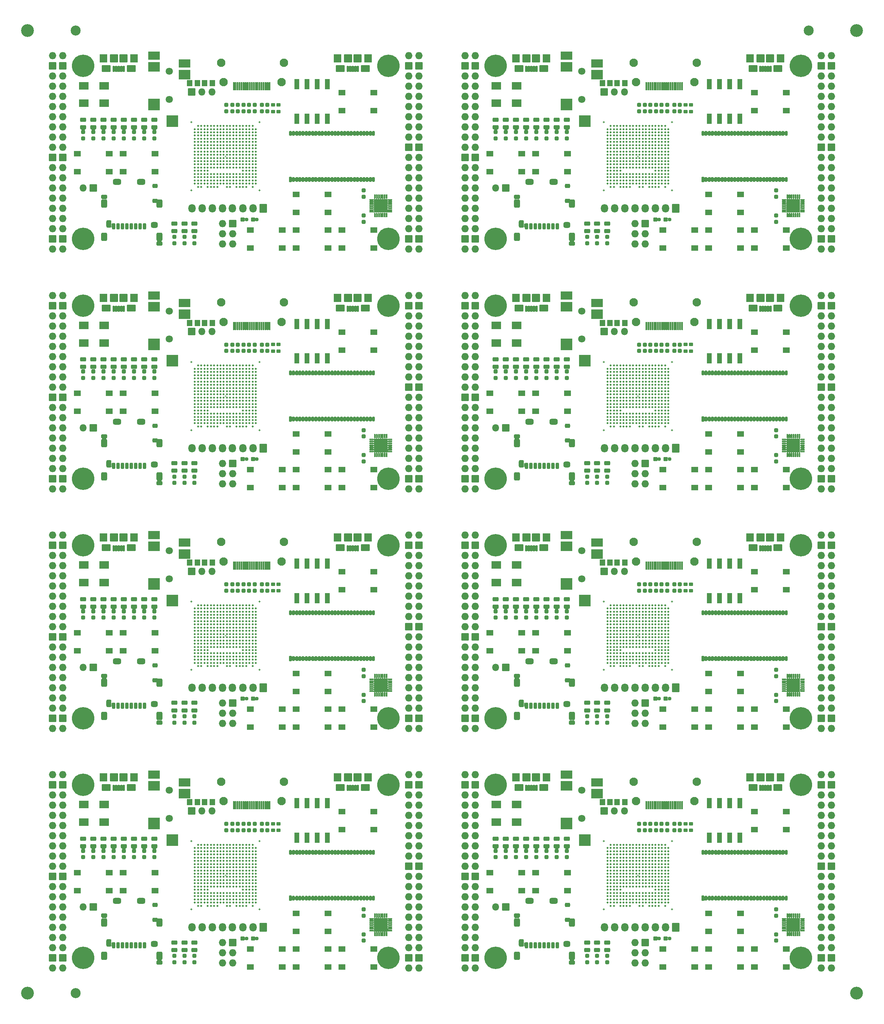
<source format=gbr>
%TF.GenerationSoftware,KiCad,Pcbnew,6.0.11+dfsg-1*%
%TF.CreationDate,2023-04-22T14:00:00+02:00*%
%TF.ProjectId,ulx3s_panel,756c7833-735f-4706-916e-656c2e6b6963,v3.1.8*%
%TF.SameCoordinates,Original*%
%TF.FileFunction,Soldermask,Top*%
%TF.FilePolarity,Negative*%
%FSLAX46Y46*%
G04 Gerber Fmt 4.6, Leading zero omitted, Abs format (unit mm)*
G04 Created by KiCad (PCBNEW 6.0.11+dfsg-1) date 2023-04-22 14:00:00*
%MOMM*%
%LPD*%
G01*
G04 APERTURE LIST*
G04 Aperture macros list*
%AMRoundRect*
0 Rectangle with rounded corners*
0 $1 Rounding radius*
0 $2 $3 $4 $5 $6 $7 $8 $9 X,Y pos of 4 corners*
0 Add a 4 corners polygon primitive as box body*
4,1,4,$2,$3,$4,$5,$6,$7,$8,$9,$2,$3,0*
0 Add four circle primitives for the rounded corners*
1,1,$1+$1,$2,$3*
1,1,$1+$1,$4,$5*
1,1,$1+$1,$6,$7*
1,1,$1+$1,$8,$9*
0 Add four rect primitives between the rounded corners*
20,1,$1+$1,$2,$3,$4,$5,0*
20,1,$1+$1,$4,$5,$6,$7,0*
20,1,$1+$1,$6,$7,$8,$9,0*
20,1,$1+$1,$8,$9,$2,$3,0*%
G04 Aperture macros list end*
%ADD10C,0.120000*%
%ADD11RoundRect,0.293750X-0.456250X0.243750X-0.456250X-0.243750X0.456250X-0.243750X0.456250X0.243750X0*%
%ADD12RoundRect,0.050000X0.560000X-1.220000X0.560000X1.220000X-0.560000X1.220000X-0.560000X-1.220000X0*%
%ADD13C,5.600000*%
%ADD14RoundRect,0.050000X1.050000X0.800000X-1.050000X0.800000X-1.050000X-0.800000X1.050000X-0.800000X0*%
%ADD15RoundRect,0.050000X0.900000X0.950000X-0.900000X0.950000X-0.900000X-0.950000X0.900000X-0.950000X0*%
%ADD16RoundRect,0.050000X0.950000X0.950000X-0.950000X0.950000X-0.950000X-0.950000X0.950000X-0.950000X0*%
%ADD17RoundRect,0.050000X0.200000X0.675000X-0.200000X0.675000X-0.200000X-0.675000X0.200000X-0.675000X0*%
%ADD18RoundRect,0.050000X0.775000X0.650000X-0.775000X0.650000X-0.775000X-0.650000X0.775000X-0.650000X0*%
%ADD19RoundRect,0.268750X-0.256250X0.218750X-0.256250X-0.218750X0.256250X-0.218750X0.256250X0.218750X0*%
%ADD20RoundRect,0.268750X0.256250X-0.218750X0.256250X0.218750X-0.256250X0.218750X-0.256250X-0.218750X0*%
%ADD21RoundRect,0.293750X0.456250X-0.243750X0.456250X0.243750X-0.456250X0.243750X-0.456250X-0.243750X0*%
%ADD22RoundRect,0.050000X0.812500X0.812500X-0.812500X0.812500X-0.812500X-0.812500X0.812500X-0.812500X0*%
%ADD23O,0.400000X1.050000*%
%ADD24O,1.050000X0.400000*%
%ADD25RoundRect,0.050000X0.475000X0.150000X-0.475000X0.150000X-0.475000X-0.150000X0.475000X-0.150000X0*%
%ADD26RoundRect,0.250000X0.275000X-0.200000X0.275000X0.200000X-0.275000X0.200000X-0.275000X-0.200000X0*%
%ADD27O,1.827200X1.827200*%
%ADD28RoundRect,0.050000X0.863600X-0.863600X0.863600X0.863600X-0.863600X0.863600X-0.863600X-0.863600X0*%
%ADD29RoundRect,0.050000X-0.647500X-0.700000X0.647500X-0.700000X0.647500X0.700000X-0.647500X0.700000X0*%
%ADD30O,0.950000X0.950000*%
%ADD31RoundRect,0.050000X0.425000X-0.425000X0.425000X0.425000X-0.425000X0.425000X-0.425000X-0.425000X0*%
%ADD32RoundRect,0.050000X0.150000X0.950000X-0.150000X0.950000X-0.150000X-0.950000X0.150000X-0.950000X0*%
%ADD33C,2.100000*%
%ADD34RoundRect,0.050000X-1.400000X1.000000X-1.400000X-1.000000X1.400000X-1.000000X1.400000X1.000000X0*%
%ADD35RoundRect,0.050000X-1.400000X1.400000X-1.400000X-1.400000X1.400000X-1.400000X1.400000X1.400000X0*%
%ADD36RoundRect,0.050000X-1.400000X1.100000X-1.400000X-1.100000X1.400000X-1.100000X1.400000X1.100000X0*%
%ADD37C,1.800000*%
%ADD38C,0.500000*%
%ADD39O,0.608000X0.227000*%
%ADD40O,0.227000X0.608000*%
%ADD41RoundRect,0.050000X-0.863600X0.863600X-0.863600X-0.863600X0.863600X-0.863600X0.863600X0.863600X0*%
%ADD42O,1.800000X1.800000*%
%ADD43RoundRect,0.050000X0.850000X-0.850000X0.850000X0.850000X-0.850000X0.850000X-0.850000X-0.850000X0*%
%ADD44O,1.827200X2.132000*%
%ADD45RoundRect,0.050000X0.863600X1.016000X-0.863600X1.016000X-0.863600X-1.016000X0.863600X-1.016000X0*%
%ADD46O,0.660000X1.300000*%
%ADD47RoundRect,0.050000X0.280000X-0.600000X0.280000X0.600000X-0.280000X0.600000X-0.280000X-0.600000X0*%
%ADD48C,3.200000*%
%ADD49RoundRect,0.050000X-0.850000X0.850000X-0.850000X-0.850000X0.850000X-0.850000X0.850000X0.850000X0*%
%ADD50RoundRect,0.050000X-0.775000X-0.650000X0.775000X-0.650000X0.775000X0.650000X-0.775000X0.650000X0*%
%ADD51RoundRect,0.050000X1.100000X0.900000X-1.100000X0.900000X-1.100000X-0.900000X1.100000X-0.900000X0*%
%ADD52RoundRect,0.300000X-0.350000X0.250000X-0.350000X-0.250000X0.350000X-0.250000X0.350000X0.250000X0*%
%ADD53RoundRect,0.412500X-0.362500X-0.637500X0.362500X-0.637500X0.362500X0.637500X-0.362500X0.637500X0*%
%ADD54RoundRect,0.387500X-0.612500X0.337500X-0.612500X-0.337500X0.612500X-0.337500X0.612500X0.337500X0*%
%ADD55RoundRect,0.342500X-0.292500X0.607500X-0.292500X-0.607500X0.292500X-0.607500X0.292500X0.607500X0*%
%ADD56RoundRect,0.387500X-0.437500X0.337500X-0.437500X-0.337500X0.437500X-0.337500X0.437500X0.337500X0*%
%ADD57RoundRect,0.275000X0.500000X-0.225000X0.500000X0.225000X-0.500000X0.225000X-0.500000X-0.225000X0*%
%ADD58RoundRect,0.275000X-0.500000X-0.225000X0.500000X-0.225000X0.500000X0.225000X-0.500000X0.225000X0*%
%ADD59RoundRect,0.300000X0.350000X-0.250000X0.350000X0.250000X-0.350000X0.250000X-0.350000X-0.250000X0*%
%ADD60RoundRect,0.225000X-0.175000X-0.575000X0.175000X-0.575000X0.175000X0.575000X-0.175000X0.575000X0*%
%ADD61C,2.500000*%
G04 APERTURE END LIST*
D10*
%TO.C,U1*%
X94400000Y-54180000D02*
X94400000Y-54580000D01*
X94200000Y-54380000D02*
X94600000Y-54380000D01*
X197180000Y-54380000D02*
X197580000Y-54380000D01*
X197380000Y-54180000D02*
X197380000Y-54580000D01*
X197380000Y-173780000D02*
X197380000Y-174180000D01*
X197180000Y-173980000D02*
X197580000Y-173980000D01*
X197180000Y-233780000D02*
X197580000Y-233780000D01*
X197380000Y-233580000D02*
X197380000Y-233980000D01*
X94200000Y-173980000D02*
X94600000Y-173980000D01*
X94400000Y-173780000D02*
X94400000Y-174180000D01*
X94200000Y-114180000D02*
X94600000Y-114180000D01*
X94400000Y-113980000D02*
X94400000Y-114380000D01*
X197380000Y-113980000D02*
X197380000Y-114380000D01*
X197180000Y-114180000D02*
X197580000Y-114180000D01*
X94400000Y-233580000D02*
X94400000Y-233980000D01*
X94200000Y-233780000D02*
X94600000Y-233780000D01*
X94400000Y-54180000D02*
X94400000Y-54580000D01*
X94200000Y-54380000D02*
X94600000Y-54380000D01*
X197180000Y-54380000D02*
X197580000Y-54380000D01*
X197380000Y-54180000D02*
X197380000Y-54580000D01*
X197380000Y-173780000D02*
X197380000Y-174180000D01*
X197180000Y-173980000D02*
X197580000Y-173980000D01*
X197180000Y-233780000D02*
X197580000Y-233780000D01*
X197380000Y-233580000D02*
X197380000Y-233980000D01*
X94200000Y-173980000D02*
X94600000Y-173980000D01*
X94400000Y-173780000D02*
X94400000Y-174180000D01*
X94200000Y-114180000D02*
X94600000Y-114180000D01*
X94400000Y-113980000D02*
X94400000Y-114380000D01*
X197380000Y-113980000D02*
X197380000Y-114380000D01*
X197180000Y-114180000D02*
X197580000Y-114180000D01*
X94400000Y-233580000D02*
X94400000Y-233980000D01*
X94200000Y-233780000D02*
X94600000Y-233780000D01*
%TD*%
D11*
%TO.C,D22*%
X81720000Y-132817500D03*
X81720000Y-130942500D03*
%TD*%
D12*
%TO.C,SW1*%
X112250000Y-155995000D03*
X114790000Y-155995000D03*
X117330000Y-155995000D03*
X119870000Y-155995000D03*
X119870000Y-164605000D03*
X117330000Y-164605000D03*
X114790000Y-164605000D03*
X112250000Y-164605000D03*
%TD*%
D13*
%TO.C,H4*%
X58910000Y-91610000D03*
%TD*%
D14*
%TO.C,US2*%
X232300000Y-211855000D03*
X226100000Y-211855000D03*
D15*
X225400000Y-209305000D03*
D16*
X230400000Y-209305000D03*
D15*
X233000000Y-209305000D03*
D16*
X228000000Y-209305000D03*
D17*
X227900000Y-211980000D03*
X228550000Y-211980000D03*
X229200000Y-211980000D03*
X229850000Y-211980000D03*
X230500000Y-211980000D03*
%TD*%
D18*
%TO.C,B5*%
X100650000Y-192340000D03*
X108610000Y-192340000D03*
X108610000Y-196840000D03*
X100650000Y-196840000D03*
%TD*%
D19*
%TO.C,R36*%
X187200000Y-76067500D03*
X187200000Y-74492500D03*
%TD*%
D20*
%TO.C,C39*%
X96121000Y-41563500D03*
X96121000Y-43138500D03*
%TD*%
%TO.C,C59*%
X128887000Y-122699500D03*
X128887000Y-124274500D03*
%TD*%
D11*
%TO.C,D22*%
X81720000Y-252417500D03*
X81720000Y-250542500D03*
%TD*%
%TO.C,D0*%
X179670000Y-47116500D03*
X179670000Y-45241500D03*
%TD*%
%TO.C,D0*%
X179670000Y-226516500D03*
X179670000Y-224641500D03*
%TD*%
D19*
%TO.C,R62*%
X184700000Y-76067500D03*
X184700000Y-74492500D03*
%TD*%
D11*
%TO.C,D6*%
X164445000Y-106916500D03*
X164445000Y-105041500D03*
%TD*%
%TO.C,D2*%
X174590000Y-226516500D03*
X174590000Y-224641500D03*
%TD*%
D20*
%TO.C,R37*%
X86720000Y-253892500D03*
X86720000Y-255467500D03*
%TD*%
D13*
%TO.C,H3*%
X238090000Y-151410000D03*
%TD*%
D11*
%TO.C,D1*%
X74150000Y-166716500D03*
X74150000Y-164841500D03*
%TD*%
D18*
%TO.C,B6*%
X226490000Y-132540000D03*
X234450000Y-132540000D03*
X234450000Y-137040000D03*
X226490000Y-137040000D03*
%TD*%
D21*
%TO.C,D19*%
X189700000Y-250542500D03*
X189700000Y-252417500D03*
%TD*%
D20*
%TO.C,R42*%
X74150000Y-227694500D03*
X74150000Y-229269500D03*
%TD*%
%TO.C,R44*%
X69070000Y-167894500D03*
X69070000Y-169469500D03*
%TD*%
D13*
%TO.C,H4*%
X161890000Y-211210000D03*
%TD*%
D22*
%TO.C,U8*%
X235372500Y-246947500D03*
X236997500Y-246947500D03*
X235372500Y-245322500D03*
X236997500Y-245322500D03*
D23*
X237685000Y-248475000D03*
X237185000Y-248475000D03*
X236685000Y-248475000D03*
X236185000Y-248475000D03*
X235685000Y-248475000D03*
X235185000Y-248475000D03*
X234685000Y-248475000D03*
D24*
X233845000Y-247635000D03*
X233845000Y-247135000D03*
X233845000Y-246635000D03*
X233845000Y-246135000D03*
X233845000Y-245635000D03*
X233845000Y-245135000D03*
X233845000Y-244635000D03*
D23*
X234685000Y-243795000D03*
X235185000Y-243795000D03*
X235685000Y-243795000D03*
X236185000Y-243795000D03*
X236685000Y-243795000D03*
X237185000Y-243795000D03*
X237685000Y-243795000D03*
D24*
X238525000Y-244635000D03*
X238525000Y-245135000D03*
X238525000Y-245635000D03*
X238525000Y-246135000D03*
X238525000Y-246635000D03*
X238525000Y-247135000D03*
D25*
X238525000Y-247635000D03*
%TD*%
D11*
%TO.C,D3*%
X172050000Y-226516500D03*
X172050000Y-224641500D03*
%TD*%
D20*
%TO.C,R45*%
X66530000Y-108094500D03*
X66530000Y-109669500D03*
%TD*%
D12*
%TO.C,SW1*%
X215230000Y-215795000D03*
X217770000Y-215795000D03*
X220310000Y-215795000D03*
X222850000Y-215795000D03*
X222850000Y-224405000D03*
X220310000Y-224405000D03*
X217770000Y-224405000D03*
X215230000Y-224405000D03*
%TD*%
D11*
%TO.C,D1*%
X177130000Y-226516500D03*
X177130000Y-224641500D03*
%TD*%
D16*
%TO.C,US1*%
X69000000Y-89705000D03*
X66600000Y-89705000D03*
D14*
X64700000Y-92255000D03*
D15*
X71600000Y-89705000D03*
X64000000Y-89705000D03*
D14*
X70900000Y-92255000D03*
D17*
X66500000Y-92380000D03*
X67150000Y-92380000D03*
X67800000Y-92380000D03*
X68450000Y-92380000D03*
X69100000Y-92380000D03*
%TD*%
D20*
%TO.C,C38*%
X94662800Y-101356100D03*
X94662800Y-102931100D03*
%TD*%
D26*
%TO.C,R55*%
X106281000Y-220926000D03*
X106281000Y-222576000D03*
%TD*%
D27*
%TO.C,J2*%
X142730000Y-89070000D03*
X140190000Y-89070000D03*
D28*
X142730000Y-91610000D03*
X140190000Y-91610000D03*
D27*
X142730000Y-94150000D03*
X140190000Y-94150000D03*
X142730000Y-96690000D03*
X140190000Y-96690000D03*
X142730000Y-99230000D03*
X140190000Y-99230000D03*
X142730000Y-101770000D03*
X140190000Y-101770000D03*
X142730000Y-104310000D03*
X140190000Y-104310000D03*
X142730000Y-106850000D03*
X140190000Y-106850000D03*
X142730000Y-109390000D03*
X140190000Y-109390000D03*
D28*
X142730000Y-111930000D03*
X140190000Y-111930000D03*
D27*
X142730000Y-114470000D03*
X140190000Y-114470000D03*
X142730000Y-117010000D03*
X140190000Y-117010000D03*
X142730000Y-119550000D03*
X140190000Y-119550000D03*
X142730000Y-122090000D03*
X140190000Y-122090000D03*
X142730000Y-124630000D03*
X140190000Y-124630000D03*
X142730000Y-127170000D03*
X140190000Y-127170000D03*
X142730000Y-129710000D03*
X140190000Y-129710000D03*
X142730000Y-132250000D03*
X140190000Y-132250000D03*
D28*
X142730000Y-134790000D03*
X140190000Y-134790000D03*
D27*
X142730000Y-137330000D03*
X140190000Y-137330000D03*
%TD*%
D20*
%TO.C,C44*%
X206467000Y-101351500D03*
X206467000Y-102926500D03*
%TD*%
D29*
%TO.C,RV3*%
X91134500Y-215546000D03*
X89199500Y-215546000D03*
%TD*%
D30*
%TO.C,J6*%
X205280000Y-70130000D03*
D31*
X204280000Y-70130000D03*
%TD*%
D32*
%TO.C,GPDI1*%
X105466000Y-36892000D03*
X104966000Y-36892000D03*
X104466000Y-36892000D03*
X103966000Y-36892000D03*
X103466000Y-36892000D03*
X102966000Y-36892000D03*
X102466000Y-36892000D03*
X101966000Y-36892000D03*
X101466000Y-36892000D03*
X100966000Y-36892000D03*
X100466000Y-36892000D03*
X99966000Y-36892000D03*
X99466000Y-36892000D03*
X98966000Y-36892000D03*
X98466000Y-36892000D03*
X97966000Y-36892000D03*
X97466000Y-36892000D03*
X96966000Y-36892000D03*
X96466000Y-36892000D03*
D33*
X108466000Y-35892000D03*
X93366000Y-30992000D03*
X93966000Y-35892000D03*
X109066000Y-30992000D03*
%TD*%
D34*
%TO.C,AUDIO1*%
X84188000Y-31180000D03*
D35*
X81138000Y-45580000D03*
D36*
X76588000Y-32080000D03*
X84188000Y-33980000D03*
D35*
X76588000Y-41480000D03*
D34*
X76588000Y-29280000D03*
D37*
X80388000Y-40180000D03*
X80388000Y-33180000D03*
%TD*%
D20*
%TO.C,C38*%
X197642800Y-220956100D03*
X197642800Y-222531100D03*
%TD*%
%TO.C,R46*%
X166970000Y-227694500D03*
X166970000Y-229269500D03*
%TD*%
%TO.C,C38*%
X197642800Y-101356100D03*
X197642800Y-102931100D03*
%TD*%
D38*
%TO.C,U1*%
X101200000Y-61980000D03*
X99600000Y-61980000D03*
X98800000Y-61980000D03*
X98000000Y-61980000D03*
X97200000Y-61980000D03*
X95600000Y-61980000D03*
X94800000Y-61980000D03*
X92400000Y-61980000D03*
X91600000Y-61980000D03*
X90800000Y-61980000D03*
X90000000Y-61980000D03*
X88400000Y-61980000D03*
X87600000Y-61980000D03*
D39*
X102900000Y-45880000D03*
D40*
X102900000Y-45880000D03*
X85900000Y-45880000D03*
D39*
X85900000Y-62880000D03*
X102900000Y-62880000D03*
D40*
X102900000Y-62880000D03*
D39*
X85900000Y-45880000D03*
D40*
X85900000Y-62880000D03*
D38*
X102000000Y-61180000D03*
X101200000Y-61180000D03*
X100400000Y-61180000D03*
X99600000Y-61180000D03*
X98800000Y-61180000D03*
X98000000Y-61180000D03*
X97200000Y-61180000D03*
X96400000Y-61180000D03*
X95600000Y-61180000D03*
X94800000Y-61180000D03*
X94000000Y-61180000D03*
X93200000Y-61180000D03*
X92400000Y-61180000D03*
X91600000Y-61180000D03*
X90800000Y-61180000D03*
X90000000Y-61180000D03*
X89200000Y-61180000D03*
X88400000Y-61180000D03*
X87600000Y-61180000D03*
X86800000Y-61180000D03*
X102000000Y-60380000D03*
X101200000Y-60380000D03*
X100400000Y-60380000D03*
X99600000Y-60380000D03*
X98800000Y-60380000D03*
X98000000Y-60380000D03*
X97200000Y-60380000D03*
X96400000Y-60380000D03*
X95600000Y-60380000D03*
X94800000Y-60380000D03*
X94000000Y-60380000D03*
X93200000Y-60380000D03*
X92400000Y-60380000D03*
X91600000Y-60380000D03*
X90800000Y-60380000D03*
X90000000Y-60380000D03*
X89200000Y-60380000D03*
X88400000Y-60380000D03*
X87600000Y-60380000D03*
X86800000Y-60380000D03*
X102000000Y-59580000D03*
X101200000Y-59580000D03*
X100400000Y-59580000D03*
X99600000Y-59580000D03*
X98800000Y-59580000D03*
X98000000Y-59580000D03*
X97200000Y-59580000D03*
X96400000Y-59580000D03*
X95600000Y-59580000D03*
X94800000Y-59580000D03*
X94000000Y-59580000D03*
X93200000Y-59580000D03*
X92400000Y-59580000D03*
X91600000Y-59580000D03*
X90800000Y-59580000D03*
X90000000Y-59580000D03*
X89200000Y-59580000D03*
X88400000Y-59580000D03*
X87600000Y-59580000D03*
X86800000Y-59580000D03*
X102000000Y-58780000D03*
X101200000Y-58780000D03*
X100400000Y-58780000D03*
X99600000Y-58780000D03*
X98800000Y-58780000D03*
X98000000Y-58780000D03*
X97200000Y-58780000D03*
X96400000Y-58780000D03*
X95600000Y-58780000D03*
X94800000Y-58780000D03*
X94000000Y-58780000D03*
X93200000Y-58780000D03*
X92400000Y-58780000D03*
X91600000Y-58780000D03*
X90800000Y-58780000D03*
X90000000Y-58780000D03*
X89200000Y-58780000D03*
X88400000Y-58780000D03*
X87600000Y-58780000D03*
X86800000Y-58780000D03*
X102000000Y-57980000D03*
X101200000Y-57980000D03*
X100400000Y-57980000D03*
X99600000Y-57980000D03*
X98800000Y-57980000D03*
X90000000Y-57980000D03*
X89200000Y-57980000D03*
X88400000Y-57980000D03*
X87600000Y-57980000D03*
X86800000Y-57980000D03*
X102000000Y-57180000D03*
X101200000Y-57180000D03*
X100400000Y-57180000D03*
X99600000Y-57180000D03*
X98800000Y-57180000D03*
X98000000Y-57180000D03*
X97200000Y-57180000D03*
X96400000Y-57180000D03*
X95600000Y-57180000D03*
X94800000Y-57180000D03*
X94000000Y-57180000D03*
X93200000Y-57180000D03*
X92400000Y-57180000D03*
X91600000Y-57180000D03*
X90800000Y-57180000D03*
X90000000Y-57180000D03*
X89200000Y-57180000D03*
X88400000Y-57180000D03*
X87600000Y-57180000D03*
X86800000Y-57180000D03*
X102000000Y-56380000D03*
X101200000Y-56380000D03*
X100400000Y-56380000D03*
X99600000Y-56380000D03*
X98800000Y-56380000D03*
X98000000Y-56380000D03*
X97200000Y-56380000D03*
X96400000Y-56380000D03*
X95600000Y-56380000D03*
X94800000Y-56380000D03*
X94000000Y-56380000D03*
X93200000Y-56380000D03*
X92400000Y-56380000D03*
X91600000Y-56380000D03*
X90800000Y-56380000D03*
X90000000Y-56380000D03*
X89200000Y-56380000D03*
X88400000Y-56380000D03*
X87600000Y-56380000D03*
X86800000Y-56380000D03*
X102000000Y-55580000D03*
X101200000Y-55580000D03*
X100400000Y-55580000D03*
X99600000Y-55580000D03*
X98800000Y-55580000D03*
X98000000Y-55580000D03*
X97200000Y-55580000D03*
X96400000Y-55580000D03*
X95600000Y-55580000D03*
X94800000Y-55580000D03*
X94000000Y-55580000D03*
X93200000Y-55580000D03*
X92400000Y-55580000D03*
X91600000Y-55580000D03*
X90800000Y-55580000D03*
X90000000Y-55580000D03*
X89200000Y-55580000D03*
X88400000Y-55580000D03*
X87600000Y-55580000D03*
X86800000Y-55580000D03*
X102000000Y-54780000D03*
X101200000Y-54780000D03*
X100400000Y-54780000D03*
X99600000Y-54780000D03*
X98800000Y-54780000D03*
X98000000Y-54780000D03*
X97200000Y-54780000D03*
X96400000Y-54780000D03*
X95600000Y-54780000D03*
X94800000Y-54780000D03*
X94000000Y-54780000D03*
X93200000Y-54780000D03*
X92400000Y-54780000D03*
X91600000Y-54780000D03*
X90800000Y-54780000D03*
X90000000Y-54780000D03*
X89200000Y-54780000D03*
X88400000Y-54780000D03*
X87600000Y-54780000D03*
X86800000Y-54780000D03*
X102000000Y-53980000D03*
X101200000Y-53980000D03*
X100400000Y-53980000D03*
X99600000Y-53980000D03*
X98800000Y-53980000D03*
X98000000Y-53980000D03*
X97200000Y-53980000D03*
X96400000Y-53980000D03*
X95600000Y-53980000D03*
X94800000Y-53980000D03*
X94000000Y-53980000D03*
X93200000Y-53980000D03*
X92400000Y-53980000D03*
X91600000Y-53980000D03*
X90800000Y-53980000D03*
X90000000Y-53980000D03*
X89200000Y-53980000D03*
X88400000Y-53980000D03*
X87600000Y-53980000D03*
X86800000Y-53980000D03*
X102000000Y-53180000D03*
X101200000Y-53180000D03*
X100400000Y-53180000D03*
X99600000Y-53180000D03*
X98800000Y-53180000D03*
X98000000Y-53180000D03*
X97200000Y-53180000D03*
X96400000Y-53180000D03*
X95600000Y-53180000D03*
X94800000Y-53180000D03*
X94000000Y-53180000D03*
X93200000Y-53180000D03*
X92400000Y-53180000D03*
X91600000Y-53180000D03*
X90800000Y-53180000D03*
X90000000Y-53180000D03*
X89200000Y-53180000D03*
X88400000Y-53180000D03*
X87600000Y-53180000D03*
X86800000Y-53180000D03*
X102000000Y-52380000D03*
X101200000Y-52380000D03*
X100400000Y-52380000D03*
X99600000Y-52380000D03*
X98800000Y-52380000D03*
X98000000Y-52380000D03*
X97200000Y-52380000D03*
X96400000Y-52380000D03*
X95600000Y-52380000D03*
X94800000Y-52380000D03*
X94000000Y-52380000D03*
X93200000Y-52380000D03*
X92400000Y-52380000D03*
X91600000Y-52380000D03*
X90800000Y-52380000D03*
X90000000Y-52380000D03*
X89200000Y-52380000D03*
X88400000Y-52380000D03*
X87600000Y-52380000D03*
X86800000Y-52380000D03*
X102000000Y-51580000D03*
X101200000Y-51580000D03*
X100400000Y-51580000D03*
X99600000Y-51580000D03*
X98800000Y-51580000D03*
X98000000Y-51580000D03*
X97200000Y-51580000D03*
X96400000Y-51580000D03*
X95600000Y-51580000D03*
X94800000Y-51580000D03*
X94000000Y-51580000D03*
X93200000Y-51580000D03*
X92400000Y-51580000D03*
X91600000Y-51580000D03*
X90800000Y-51580000D03*
X90000000Y-51580000D03*
X89200000Y-51580000D03*
X88400000Y-51580000D03*
X87600000Y-51580000D03*
X86800000Y-51580000D03*
X102000000Y-50780000D03*
X101200000Y-50780000D03*
X100400000Y-50780000D03*
X99600000Y-50780000D03*
X98800000Y-50780000D03*
X98000000Y-50780000D03*
X97200000Y-50780000D03*
X96400000Y-50780000D03*
X95600000Y-50780000D03*
X94800000Y-50780000D03*
X94000000Y-50780000D03*
X93200000Y-50780000D03*
X92400000Y-50780000D03*
X91600000Y-50780000D03*
X90800000Y-50780000D03*
X90000000Y-50780000D03*
X89200000Y-50780000D03*
X88400000Y-50780000D03*
X87600000Y-50780000D03*
X86800000Y-50780000D03*
X102000000Y-49980000D03*
X101200000Y-49980000D03*
X100400000Y-49980000D03*
X99600000Y-49980000D03*
X98800000Y-49980000D03*
X98000000Y-49980000D03*
X97200000Y-49980000D03*
X96400000Y-49980000D03*
X95600000Y-49980000D03*
X94800000Y-49980000D03*
X94000000Y-49980000D03*
X93200000Y-49980000D03*
X92400000Y-49980000D03*
X91600000Y-49980000D03*
X90800000Y-49980000D03*
X90000000Y-49980000D03*
X89200000Y-49980000D03*
X88400000Y-49980000D03*
X87600000Y-49980000D03*
X86800000Y-49980000D03*
X102000000Y-49180000D03*
X101200000Y-49180000D03*
X100400000Y-49180000D03*
X99600000Y-49180000D03*
X98800000Y-49180000D03*
X98000000Y-49180000D03*
X97200000Y-49180000D03*
X96400000Y-49180000D03*
X95600000Y-49180000D03*
X94800000Y-49180000D03*
X94000000Y-49180000D03*
X93200000Y-49180000D03*
X92400000Y-49180000D03*
X91600000Y-49180000D03*
X90800000Y-49180000D03*
X90000000Y-49180000D03*
X89200000Y-49180000D03*
X88400000Y-49180000D03*
X87600000Y-49180000D03*
X86800000Y-49180000D03*
X102000000Y-48380000D03*
X101200000Y-48380000D03*
X100400000Y-48380000D03*
X99600000Y-48380000D03*
X98800000Y-48380000D03*
X98000000Y-48380000D03*
X97200000Y-48380000D03*
X96400000Y-48380000D03*
X95600000Y-48380000D03*
X94800000Y-48380000D03*
X94000000Y-48380000D03*
X93200000Y-48380000D03*
X92400000Y-48380000D03*
X91600000Y-48380000D03*
X90800000Y-48380000D03*
X90000000Y-48380000D03*
X89200000Y-48380000D03*
X88400000Y-48380000D03*
X87600000Y-48380000D03*
X86800000Y-48380000D03*
X102000000Y-47580000D03*
X101200000Y-47580000D03*
X100400000Y-47580000D03*
X99600000Y-47580000D03*
X98800000Y-47580000D03*
X98000000Y-47580000D03*
X97200000Y-47580000D03*
X96400000Y-47580000D03*
X95600000Y-47580000D03*
X94800000Y-47580000D03*
X94000000Y-47580000D03*
X93200000Y-47580000D03*
X92400000Y-47580000D03*
X91600000Y-47580000D03*
X90800000Y-47580000D03*
X90000000Y-47580000D03*
X89200000Y-47580000D03*
X88400000Y-47580000D03*
X87600000Y-47580000D03*
X86800000Y-47580000D03*
X101200000Y-46780000D03*
X100400000Y-46780000D03*
X99600000Y-46780000D03*
X98800000Y-46780000D03*
X98000000Y-46780000D03*
X97200000Y-46780000D03*
X96400000Y-46780000D03*
X95600000Y-46780000D03*
X94800000Y-46780000D03*
X94000000Y-46780000D03*
X93200000Y-46780000D03*
X92400000Y-46780000D03*
X91600000Y-46780000D03*
X90800000Y-46780000D03*
X90000000Y-46780000D03*
X89200000Y-46780000D03*
X88400000Y-46780000D03*
X87600000Y-46780000D03*
%TD*%
D27*
%TO.C,J4*%
X93680000Y-76260000D03*
X96220000Y-76260000D03*
X93680000Y-73720000D03*
X96220000Y-73720000D03*
X93680000Y-71180000D03*
D41*
X96220000Y-71180000D03*
%TD*%
D27*
%TO.C,J4*%
X93680000Y-255660000D03*
X96220000Y-255660000D03*
X93680000Y-253120000D03*
X96220000Y-253120000D03*
X93680000Y-250580000D03*
D41*
X96220000Y-250580000D03*
%TD*%
D20*
%TO.C,C44*%
X206467000Y-220951500D03*
X206467000Y-222526500D03*
%TD*%
D42*
%TO.C,J5*%
X194036000Y-38305000D03*
X191496000Y-38305000D03*
D43*
X188956000Y-38305000D03*
%TD*%
D20*
%TO.C,C59*%
X231867000Y-62899500D03*
X231867000Y-64474500D03*
%TD*%
D18*
%TO.C,B0*%
X131470000Y-38450000D03*
X123510000Y-38450000D03*
X123510000Y-42950000D03*
X131470000Y-42950000D03*
%TD*%
D21*
%TO.C,D19*%
X86720000Y-71142500D03*
X86720000Y-73017500D03*
%TD*%
D44*
%TO.C,LCD1*%
X189040000Y-186970000D03*
X191580000Y-186970000D03*
X194120000Y-186970000D03*
X196660000Y-186970000D03*
X199165000Y-186970000D03*
X201740000Y-186970000D03*
X204280000Y-186970000D03*
D45*
X206820000Y-186970000D03*
%TD*%
D20*
%TO.C,C40*%
X97518000Y-101363500D03*
X97518000Y-102938500D03*
%TD*%
%TO.C,C45*%
X104884000Y-41563500D03*
X104884000Y-43138500D03*
%TD*%
D13*
%TO.C,H3*%
X135110000Y-211210000D03*
%TD*%
D32*
%TO.C,GPDI1*%
X105466000Y-156492000D03*
X104966000Y-156492000D03*
X104466000Y-156492000D03*
X103966000Y-156492000D03*
X103466000Y-156492000D03*
X102966000Y-156492000D03*
X102466000Y-156492000D03*
X101966000Y-156492000D03*
X101466000Y-156492000D03*
X100966000Y-156492000D03*
X100466000Y-156492000D03*
X99966000Y-156492000D03*
X99466000Y-156492000D03*
X98966000Y-156492000D03*
X98466000Y-156492000D03*
X97966000Y-156492000D03*
X97466000Y-156492000D03*
X96966000Y-156492000D03*
X96466000Y-156492000D03*
D33*
X109066000Y-150592000D03*
X93366000Y-150592000D03*
X93966000Y-155492000D03*
X108466000Y-155492000D03*
%TD*%
D42*
%TO.C,J5*%
X194036000Y-217705000D03*
X191496000Y-217705000D03*
D43*
X188956000Y-217705000D03*
%TD*%
D20*
%TO.C,R46*%
X63990000Y-108094500D03*
X63990000Y-109669500D03*
%TD*%
%TO.C,C40*%
X200498000Y-41563500D03*
X200498000Y-43138500D03*
%TD*%
D46*
%TO.C,U2*%
X213593000Y-228050000D03*
X214393000Y-228050000D03*
X215193000Y-228050000D03*
X215993000Y-228050000D03*
X216793000Y-228050000D03*
X217593000Y-228050000D03*
X218393000Y-228050000D03*
X219193000Y-228050000D03*
X219993000Y-228050000D03*
X220793000Y-228050000D03*
X221593000Y-228050000D03*
X222393000Y-228050000D03*
X223193000Y-228050000D03*
X223993000Y-228050000D03*
X224793000Y-228050000D03*
X225593000Y-228050000D03*
X226393000Y-228050000D03*
X227193000Y-228050000D03*
X227993000Y-228050000D03*
X228793000Y-228050000D03*
X229593000Y-228050000D03*
X230393000Y-228050000D03*
X231193000Y-228050000D03*
X231993000Y-228050000D03*
X232793000Y-228050000D03*
X233593000Y-228050000D03*
X234393000Y-228050000D03*
X234393000Y-239510000D03*
X233593000Y-239510000D03*
X232793000Y-239510000D03*
X231993000Y-239510000D03*
X231193000Y-239510000D03*
X230393000Y-239510000D03*
X229593000Y-239510000D03*
X228793000Y-239510000D03*
X227993000Y-239510000D03*
X227193000Y-239510000D03*
X226393000Y-239510000D03*
X225593000Y-239510000D03*
X224793000Y-239510000D03*
X223993000Y-239510000D03*
X223193000Y-239510000D03*
X222393000Y-239510000D03*
X221593000Y-239510000D03*
X220793000Y-239510000D03*
X219993000Y-239510000D03*
X219193000Y-239510000D03*
X218393000Y-239510000D03*
X217593000Y-239510000D03*
X216793000Y-239510000D03*
X215993000Y-239510000D03*
X215193000Y-239510000D03*
X214393000Y-239510000D03*
D47*
X213593000Y-239510000D03*
%TD*%
D20*
%TO.C,C41*%
X98915000Y-220963500D03*
X98915000Y-222538500D03*
%TD*%
D11*
%TO.C,D1*%
X74150000Y-47116500D03*
X74150000Y-45241500D03*
%TD*%
D26*
%TO.C,R55*%
X209261000Y-101326000D03*
X209261000Y-102976000D03*
%TD*%
D48*
%TO.C,REF\u002A\u002A*%
X45020000Y-263200000D03*
%TD*%
D42*
%TO.C,J3*%
X58910000Y-241690000D03*
D49*
X61450000Y-241690000D03*
%TD*%
D11*
%TO.C,D3*%
X69070000Y-106916500D03*
X69070000Y-105041500D03*
%TD*%
D20*
%TO.C,C41*%
X201895000Y-220963500D03*
X201895000Y-222538500D03*
%TD*%
D32*
%TO.C,GPDI1*%
X208446000Y-36892000D03*
X207946000Y-36892000D03*
X207446000Y-36892000D03*
X206946000Y-36892000D03*
X206446000Y-36892000D03*
X205946000Y-36892000D03*
X205446000Y-36892000D03*
X204946000Y-36892000D03*
X204446000Y-36892000D03*
X203946000Y-36892000D03*
X203446000Y-36892000D03*
X202946000Y-36892000D03*
X202446000Y-36892000D03*
X201946000Y-36892000D03*
X201446000Y-36892000D03*
X200946000Y-36892000D03*
X200446000Y-36892000D03*
X199946000Y-36892000D03*
X199446000Y-36892000D03*
D33*
X212046000Y-30992000D03*
X196346000Y-30992000D03*
X211446000Y-35892000D03*
X196946000Y-35892000D03*
%TD*%
D26*
%TO.C,R67*%
X210658000Y-220926000D03*
X210658000Y-222576000D03*
%TD*%
D32*
%TO.C,GPDI1*%
X208446000Y-156492000D03*
X207946000Y-156492000D03*
X207446000Y-156492000D03*
X206946000Y-156492000D03*
X206446000Y-156492000D03*
X205946000Y-156492000D03*
X205446000Y-156492000D03*
X204946000Y-156492000D03*
X204446000Y-156492000D03*
X203946000Y-156492000D03*
X203446000Y-156492000D03*
X202946000Y-156492000D03*
X202446000Y-156492000D03*
X201946000Y-156492000D03*
X201446000Y-156492000D03*
X200946000Y-156492000D03*
X200446000Y-156492000D03*
X199946000Y-156492000D03*
X199446000Y-156492000D03*
D33*
X196946000Y-155492000D03*
X211446000Y-155492000D03*
X212046000Y-150592000D03*
X196346000Y-150592000D03*
%TD*%
D11*
%TO.C,D7*%
X58910000Y-106916500D03*
X58910000Y-105041500D03*
%TD*%
D22*
%TO.C,U8*%
X132392500Y-246947500D03*
X134017500Y-245322500D03*
X134017500Y-246947500D03*
X132392500Y-245322500D03*
D23*
X134705000Y-248475000D03*
X134205000Y-248475000D03*
X133705000Y-248475000D03*
X133205000Y-248475000D03*
X132705000Y-248475000D03*
X132205000Y-248475000D03*
X131705000Y-248475000D03*
D24*
X130865000Y-247635000D03*
X130865000Y-247135000D03*
X130865000Y-246635000D03*
X130865000Y-246135000D03*
X130865000Y-245635000D03*
X130865000Y-245135000D03*
X130865000Y-244635000D03*
D23*
X131705000Y-243795000D03*
X132205000Y-243795000D03*
X132705000Y-243795000D03*
X133205000Y-243795000D03*
X133705000Y-243795000D03*
X134205000Y-243795000D03*
X134705000Y-243795000D03*
D24*
X135545000Y-244635000D03*
X135545000Y-245135000D03*
X135545000Y-245635000D03*
X135545000Y-246135000D03*
X135545000Y-246635000D03*
X135545000Y-247135000D03*
D25*
X135545000Y-247635000D03*
%TD*%
D50*
%TO.C,B2*%
X171880000Y-177790000D03*
X179840000Y-177790000D03*
X179840000Y-173290000D03*
X171880000Y-173290000D03*
%TD*%
D48*
%TO.C,REF\u002A\u002A*%
X251980000Y-263200000D03*
%TD*%
D26*
%TO.C,R67*%
X210658000Y-41526000D03*
X210658000Y-43176000D03*
%TD*%
D22*
%TO.C,U8*%
X134017500Y-127347500D03*
X132392500Y-127347500D03*
X132392500Y-125722500D03*
X134017500Y-125722500D03*
D23*
X134705000Y-128875000D03*
X134205000Y-128875000D03*
X133705000Y-128875000D03*
X133205000Y-128875000D03*
X132705000Y-128875000D03*
X132205000Y-128875000D03*
X131705000Y-128875000D03*
D24*
X130865000Y-128035000D03*
X130865000Y-127535000D03*
X130865000Y-127035000D03*
X130865000Y-126535000D03*
X130865000Y-126035000D03*
X130865000Y-125535000D03*
X130865000Y-125035000D03*
D23*
X131705000Y-124195000D03*
X132205000Y-124195000D03*
X132705000Y-124195000D03*
X133205000Y-124195000D03*
X133705000Y-124195000D03*
X134205000Y-124195000D03*
X134705000Y-124195000D03*
D24*
X135545000Y-125035000D03*
X135545000Y-125535000D03*
X135545000Y-126035000D03*
X135545000Y-126535000D03*
X135545000Y-127035000D03*
X135545000Y-127535000D03*
D25*
X135545000Y-128035000D03*
%TD*%
D20*
%TO.C,R46*%
X166970000Y-167894500D03*
X166970000Y-169469500D03*
%TD*%
D51*
%TO.C,Y1*%
X167112000Y-41140000D03*
X162032000Y-41140000D03*
X162032000Y-36740000D03*
X167112000Y-36740000D03*
%TD*%
D20*
%TO.C,R48*%
X161890000Y-167894500D03*
X161890000Y-169469500D03*
%TD*%
%TO.C,C40*%
X97518000Y-41563500D03*
X97518000Y-43138500D03*
%TD*%
%TO.C,C43*%
X204689000Y-220963500D03*
X204689000Y-222538500D03*
%TD*%
D50*
%TO.C,B2*%
X171880000Y-117990000D03*
X179840000Y-117990000D03*
X171880000Y-113490000D03*
X179840000Y-113490000D03*
%TD*%
D14*
%TO.C,US2*%
X232300000Y-152055000D03*
X226100000Y-152055000D03*
D15*
X225400000Y-149505000D03*
D16*
X230400000Y-149505000D03*
D15*
X233000000Y-149505000D03*
D16*
X228000000Y-149505000D03*
D17*
X227900000Y-152180000D03*
X228550000Y-152180000D03*
X229200000Y-152180000D03*
X229850000Y-152180000D03*
X230500000Y-152180000D03*
%TD*%
D22*
%TO.C,U8*%
X134017500Y-67547500D03*
X134017500Y-65922500D03*
X132392500Y-67547500D03*
X132392500Y-65922500D03*
D23*
X134705000Y-69075000D03*
X134205000Y-69075000D03*
X133705000Y-69075000D03*
X133205000Y-69075000D03*
X132705000Y-69075000D03*
X132205000Y-69075000D03*
X131705000Y-69075000D03*
D24*
X130865000Y-68235000D03*
X130865000Y-67735000D03*
X130865000Y-67235000D03*
X130865000Y-66735000D03*
X130865000Y-66235000D03*
X130865000Y-65735000D03*
X130865000Y-65235000D03*
D23*
X131705000Y-64395000D03*
X132205000Y-64395000D03*
X132705000Y-64395000D03*
X133205000Y-64395000D03*
X133705000Y-64395000D03*
X134205000Y-64395000D03*
X134705000Y-64395000D03*
D24*
X135545000Y-65235000D03*
X135545000Y-65735000D03*
X135545000Y-66235000D03*
X135545000Y-66735000D03*
X135545000Y-67235000D03*
X135545000Y-67735000D03*
D25*
X135545000Y-68235000D03*
%TD*%
D12*
%TO.C,SW1*%
X112250000Y-215795000D03*
X114790000Y-215795000D03*
X117330000Y-215795000D03*
X119870000Y-215795000D03*
X119870000Y-224405000D03*
X117330000Y-224405000D03*
X114790000Y-224405000D03*
X112250000Y-224405000D03*
%TD*%
D13*
%TO.C,H2*%
X135110000Y-74990000D03*
%TD*%
D30*
%TO.C,J6*%
X102300000Y-129930000D03*
D31*
X101300000Y-129930000D03*
%TD*%
D20*
%TO.C,C43*%
X204689000Y-41563500D03*
X204689000Y-43138500D03*
%TD*%
D11*
%TO.C,D6*%
X61465000Y-47116500D03*
X61465000Y-45241500D03*
%TD*%
D20*
%TO.C,C59*%
X128887000Y-242299500D03*
X128887000Y-243874500D03*
%TD*%
%TO.C,R42*%
X177130000Y-167894500D03*
X177130000Y-169469500D03*
%TD*%
D34*
%TO.C,AUDIO1*%
X84188000Y-150780000D03*
D35*
X81138000Y-165180000D03*
D36*
X76588000Y-151680000D03*
X84188000Y-153580000D03*
D35*
X76588000Y-161080000D03*
D34*
X76588000Y-148880000D03*
D37*
X80388000Y-152780000D03*
X80388000Y-159780000D03*
%TD*%
D20*
%TO.C,C41*%
X201895000Y-101363500D03*
X201895000Y-102938500D03*
%TD*%
%TO.C,C39*%
X199101000Y-161163500D03*
X199101000Y-162738500D03*
%TD*%
D13*
%TO.C,H1*%
X161890000Y-194590000D03*
%TD*%
D18*
%TO.C,B0*%
X131470000Y-98250000D03*
X123510000Y-98250000D03*
X131470000Y-102750000D03*
X123510000Y-102750000D03*
%TD*%
D11*
%TO.C,D4*%
X169510000Y-106916500D03*
X169510000Y-105041500D03*
%TD*%
D27*
%TO.C,J4*%
X196660000Y-76260000D03*
X199200000Y-76260000D03*
X196660000Y-73720000D03*
X199200000Y-73720000D03*
X196660000Y-71180000D03*
D41*
X199200000Y-71180000D03*
%TD*%
D44*
%TO.C,LCD1*%
X189040000Y-246770000D03*
X191580000Y-246770000D03*
X194120000Y-246770000D03*
X196660000Y-246770000D03*
X199165000Y-246770000D03*
X201740000Y-246770000D03*
X204280000Y-246770000D03*
D45*
X206820000Y-246770000D03*
%TD*%
D48*
%TO.C,REF\u002A\u002A*%
X251980000Y-23000000D03*
%TD*%
D30*
%TO.C,J7*%
X99720000Y-249510000D03*
D31*
X98720000Y-249510000D03*
%TD*%
D29*
%TO.C,RV3*%
X91134500Y-36146000D03*
X89199500Y-36146000D03*
%TD*%
D13*
%TO.C,H3*%
X238090000Y-211210000D03*
%TD*%
D20*
%TO.C,R46*%
X63990000Y-167894500D03*
X63990000Y-169469500D03*
%TD*%
%TO.C,C45*%
X207864000Y-220963500D03*
X207864000Y-222538500D03*
%TD*%
D26*
%TO.C,R67*%
X210658000Y-101326000D03*
X210658000Y-102976000D03*
%TD*%
D27*
%TO.C,J1*%
X51290000Y-137330000D03*
X53830000Y-137330000D03*
D41*
X51290000Y-134790000D03*
X53830000Y-134790000D03*
D27*
X51290000Y-132250000D03*
X53830000Y-132250000D03*
X51290000Y-129710000D03*
X53830000Y-129710000D03*
X51290000Y-127170000D03*
X53830000Y-127170000D03*
X51290000Y-124630000D03*
X53830000Y-124630000D03*
X51290000Y-122090000D03*
X53830000Y-122090000D03*
X51290000Y-119550000D03*
X53830000Y-119550000D03*
X51290000Y-117010000D03*
X53830000Y-117010000D03*
D41*
X51290000Y-114470000D03*
X53830000Y-114470000D03*
D27*
X51290000Y-111930000D03*
X53830000Y-111930000D03*
X51290000Y-109390000D03*
X53830000Y-109390000D03*
X51290000Y-106850000D03*
X53830000Y-106850000D03*
X51290000Y-104310000D03*
X53830000Y-104310000D03*
X51290000Y-101770000D03*
X53830000Y-101770000D03*
X51290000Y-99230000D03*
X53830000Y-99230000D03*
X51290000Y-96690000D03*
X53830000Y-96690000D03*
X51290000Y-94150000D03*
X53830000Y-94150000D03*
D41*
X51290000Y-91610000D03*
X53830000Y-91610000D03*
D27*
X51290000Y-89070000D03*
X53830000Y-89070000D03*
%TD*%
D14*
%TO.C,US2*%
X232300000Y-92255000D03*
D15*
X225400000Y-89705000D03*
D16*
X228000000Y-89705000D03*
D14*
X226100000Y-92255000D03*
D16*
X230400000Y-89705000D03*
D15*
X233000000Y-89705000D03*
D17*
X227900000Y-92380000D03*
X228550000Y-92380000D03*
X229200000Y-92380000D03*
X229850000Y-92380000D03*
X230500000Y-92380000D03*
%TD*%
D11*
%TO.C,D3*%
X172050000Y-106916500D03*
X172050000Y-105041500D03*
%TD*%
D20*
%TO.C,R44*%
X69070000Y-227694500D03*
X69070000Y-229269500D03*
%TD*%
%TO.C,R48*%
X161890000Y-108094500D03*
X161890000Y-109669500D03*
%TD*%
D16*
%TO.C,US1*%
X66600000Y-29905000D03*
D14*
X64700000Y-32455000D03*
D15*
X64000000Y-29905000D03*
D14*
X70900000Y-32455000D03*
D15*
X71600000Y-29905000D03*
D16*
X69000000Y-29905000D03*
D17*
X66500000Y-32580000D03*
X67150000Y-32580000D03*
X67800000Y-32580000D03*
X68450000Y-32580000D03*
X69100000Y-32580000D03*
%TD*%
D26*
%TO.C,R55*%
X106281000Y-161126000D03*
X106281000Y-162776000D03*
%TD*%
D19*
%TO.C,R62*%
X184700000Y-135867500D03*
X184700000Y-134292500D03*
%TD*%
D42*
%TO.C,J5*%
X91056000Y-217705000D03*
X88516000Y-217705000D03*
D43*
X85976000Y-217705000D03*
%TD*%
D18*
%TO.C,B4*%
X112080000Y-252140000D03*
X120040000Y-252140000D03*
X120040000Y-256640000D03*
X112080000Y-256640000D03*
%TD*%
D29*
%TO.C,RV2*%
X87451500Y-215546000D03*
X85516500Y-215546000D03*
%TD*%
D18*
%TO.C,B6*%
X123510000Y-192340000D03*
X131470000Y-192340000D03*
X123510000Y-196840000D03*
X131470000Y-196840000D03*
%TD*%
D20*
%TO.C,C59*%
X231867000Y-122699500D03*
X231867000Y-124274500D03*
%TD*%
%TO.C,R48*%
X58910000Y-167894500D03*
X58910000Y-169469500D03*
%TD*%
D11*
%TO.C,D3*%
X69070000Y-166716500D03*
X69070000Y-164841500D03*
%TD*%
D27*
%TO.C,J1*%
X154270000Y-197130000D03*
X156810000Y-197130000D03*
D41*
X154270000Y-194590000D03*
X156810000Y-194590000D03*
D27*
X154270000Y-192050000D03*
X156810000Y-192050000D03*
X154270000Y-189510000D03*
X156810000Y-189510000D03*
X154270000Y-186970000D03*
X156810000Y-186970000D03*
X154270000Y-184430000D03*
X156810000Y-184430000D03*
X154270000Y-181890000D03*
X156810000Y-181890000D03*
X154270000Y-179350000D03*
X156810000Y-179350000D03*
X154270000Y-176810000D03*
X156810000Y-176810000D03*
D41*
X154270000Y-174270000D03*
X156810000Y-174270000D03*
D27*
X154270000Y-171730000D03*
X156810000Y-171730000D03*
X154270000Y-169190000D03*
X156810000Y-169190000D03*
X154270000Y-166650000D03*
X156810000Y-166650000D03*
X154270000Y-164110000D03*
X156810000Y-164110000D03*
X154270000Y-161570000D03*
X156810000Y-161570000D03*
X154270000Y-159030000D03*
X156810000Y-159030000D03*
X154270000Y-156490000D03*
X156810000Y-156490000D03*
X154270000Y-153950000D03*
X156810000Y-153950000D03*
D41*
X154270000Y-151410000D03*
X156810000Y-151410000D03*
D27*
X154270000Y-148870000D03*
X156810000Y-148870000D03*
%TD*%
D20*
%TO.C,C40*%
X97518000Y-161163500D03*
X97518000Y-162738500D03*
%TD*%
D19*
%TO.C,C62*%
X231867000Y-130497500D03*
X231867000Y-128922500D03*
%TD*%
D15*
%TO.C,US1*%
X174580000Y-29905000D03*
D14*
X173880000Y-32455000D03*
D16*
X171980000Y-29905000D03*
X169580000Y-29905000D03*
D15*
X166980000Y-29905000D03*
D14*
X167680000Y-32455000D03*
D17*
X169480000Y-32580000D03*
X170130000Y-32580000D03*
X170780000Y-32580000D03*
X171430000Y-32580000D03*
X172080000Y-32580000D03*
%TD*%
D11*
%TO.C,D5*%
X166970000Y-226516500D03*
X166970000Y-224641500D03*
%TD*%
D27*
%TO.C,J2*%
X142730000Y-29270000D03*
X140190000Y-29270000D03*
D28*
X142730000Y-31810000D03*
X140190000Y-31810000D03*
D27*
X142730000Y-34350000D03*
X140190000Y-34350000D03*
X142730000Y-36890000D03*
X140190000Y-36890000D03*
X142730000Y-39430000D03*
X140190000Y-39430000D03*
X142730000Y-41970000D03*
X140190000Y-41970000D03*
X142730000Y-44510000D03*
X140190000Y-44510000D03*
X142730000Y-47050000D03*
X140190000Y-47050000D03*
X142730000Y-49590000D03*
X140190000Y-49590000D03*
D28*
X142730000Y-52130000D03*
X140190000Y-52130000D03*
D27*
X142730000Y-54670000D03*
X140190000Y-54670000D03*
X142730000Y-57210000D03*
X140190000Y-57210000D03*
X142730000Y-59750000D03*
X140190000Y-59750000D03*
X142730000Y-62290000D03*
X140190000Y-62290000D03*
X142730000Y-64830000D03*
X140190000Y-64830000D03*
X142730000Y-67370000D03*
X140190000Y-67370000D03*
X142730000Y-69910000D03*
X140190000Y-69910000D03*
X142730000Y-72450000D03*
X140190000Y-72450000D03*
D28*
X142730000Y-74990000D03*
X140190000Y-74990000D03*
D27*
X142730000Y-77530000D03*
X140190000Y-77530000D03*
%TD*%
D11*
%TO.C,D4*%
X169510000Y-47116500D03*
X169510000Y-45241500D03*
%TD*%
D20*
%TO.C,C45*%
X104884000Y-161163500D03*
X104884000Y-162738500D03*
%TD*%
D50*
%TO.C,B3*%
X215060000Y-247750000D03*
X223020000Y-247750000D03*
X223020000Y-243250000D03*
X215060000Y-243250000D03*
%TD*%
D19*
%TO.C,R62*%
X81720000Y-255467500D03*
X81720000Y-253892500D03*
%TD*%
D11*
%TO.C,D1*%
X177130000Y-47116500D03*
X177130000Y-45241500D03*
%TD*%
D18*
%TO.C,B5*%
X100650000Y-72740000D03*
X108610000Y-72740000D03*
X108610000Y-77240000D03*
X100650000Y-77240000D03*
%TD*%
D20*
%TO.C,R42*%
X74150000Y-108094500D03*
X74150000Y-109669500D03*
%TD*%
%TO.C,R37*%
X86720000Y-74492500D03*
X86720000Y-76067500D03*
%TD*%
%TO.C,C59*%
X128887000Y-182499500D03*
X128887000Y-184074500D03*
%TD*%
D26*
%TO.C,R67*%
X107678000Y-41526000D03*
X107678000Y-43176000D03*
%TD*%
D18*
%TO.C,B5*%
X108610000Y-132540000D03*
X100650000Y-132540000D03*
X100650000Y-137040000D03*
X108610000Y-137040000D03*
%TD*%
D11*
%TO.C,D4*%
X169510000Y-226516500D03*
X169510000Y-224641500D03*
%TD*%
%TO.C,D5*%
X166970000Y-166716500D03*
X166970000Y-164841500D03*
%TD*%
D20*
%TO.C,C42*%
X203292000Y-101363500D03*
X203292000Y-102938500D03*
%TD*%
D11*
%TO.C,D1*%
X74150000Y-226516500D03*
X74150000Y-224641500D03*
%TD*%
D50*
%TO.C,B1*%
X168410000Y-117990000D03*
X160450000Y-117990000D03*
X160450000Y-113490000D03*
X168410000Y-113490000D03*
%TD*%
D11*
%TO.C,D6*%
X61465000Y-106916500D03*
X61465000Y-105041500D03*
%TD*%
D34*
%TO.C,AUDIO1*%
X187168000Y-90980000D03*
D35*
X184118000Y-105380000D03*
D36*
X179568000Y-91880000D03*
X187168000Y-93780000D03*
D35*
X179568000Y-101280000D03*
D34*
X179568000Y-89080000D03*
D37*
X183368000Y-92980000D03*
X183368000Y-99980000D03*
%TD*%
D27*
%TO.C,J1*%
X154270000Y-77530000D03*
X156810000Y-77530000D03*
D41*
X154270000Y-74990000D03*
X156810000Y-74990000D03*
D27*
X154270000Y-72450000D03*
X156810000Y-72450000D03*
X154270000Y-69910000D03*
X156810000Y-69910000D03*
X154270000Y-67370000D03*
X156810000Y-67370000D03*
X154270000Y-64830000D03*
X156810000Y-64830000D03*
X154270000Y-62290000D03*
X156810000Y-62290000D03*
X154270000Y-59750000D03*
X156810000Y-59750000D03*
X154270000Y-57210000D03*
X156810000Y-57210000D03*
D41*
X154270000Y-54670000D03*
X156810000Y-54670000D03*
D27*
X154270000Y-52130000D03*
X156810000Y-52130000D03*
X154270000Y-49590000D03*
X156810000Y-49590000D03*
X154270000Y-47050000D03*
X156810000Y-47050000D03*
X154270000Y-44510000D03*
X156810000Y-44510000D03*
X154270000Y-41970000D03*
X156810000Y-41970000D03*
X154270000Y-39430000D03*
X156810000Y-39430000D03*
X154270000Y-36890000D03*
X156810000Y-36890000D03*
X154270000Y-34350000D03*
X156810000Y-34350000D03*
D41*
X154270000Y-31810000D03*
X156810000Y-31810000D03*
D27*
X154270000Y-29270000D03*
X156810000Y-29270000D03*
%TD*%
D20*
%TO.C,C40*%
X97518000Y-220963500D03*
X97518000Y-222538500D03*
%TD*%
%TO.C,C44*%
X103487000Y-161151500D03*
X103487000Y-162726500D03*
%TD*%
D11*
%TO.C,D7*%
X161890000Y-47116500D03*
X161890000Y-45241500D03*
%TD*%
D19*
%TO.C,C62*%
X128887000Y-190297500D03*
X128887000Y-188722500D03*
%TD*%
D11*
%TO.C,D22*%
X184700000Y-73017500D03*
X184700000Y-71142500D03*
%TD*%
D13*
%TO.C,H1*%
X161890000Y-254390000D03*
%TD*%
D21*
%TO.C,D18*%
X84220000Y-130942500D03*
X84220000Y-132817500D03*
%TD*%
D50*
%TO.C,B1*%
X65430000Y-177790000D03*
X57470000Y-177790000D03*
X57470000Y-173290000D03*
X65430000Y-173290000D03*
%TD*%
D15*
%TO.C,US2*%
X130020000Y-209305000D03*
D16*
X127420000Y-209305000D03*
X125020000Y-209305000D03*
D14*
X123120000Y-211855000D03*
D15*
X122420000Y-209305000D03*
D14*
X129320000Y-211855000D03*
D17*
X124920000Y-211980000D03*
X125570000Y-211980000D03*
X126220000Y-211980000D03*
X126870000Y-211980000D03*
X127520000Y-211980000D03*
%TD*%
D42*
%TO.C,J3*%
X58910000Y-181890000D03*
D49*
X61450000Y-181890000D03*
%TD*%
D13*
%TO.C,H2*%
X135110000Y-254390000D03*
%TD*%
D50*
%TO.C,B2*%
X76860000Y-177790000D03*
X68900000Y-177790000D03*
X68900000Y-173290000D03*
X76860000Y-173290000D03*
%TD*%
D20*
%TO.C,C59*%
X231867000Y-182499500D03*
X231867000Y-184074500D03*
%TD*%
D19*
%TO.C,C62*%
X231867000Y-70697500D03*
X231867000Y-69122500D03*
%TD*%
D12*
%TO.C,SW1*%
X112250000Y-96195000D03*
X114790000Y-96195000D03*
X117330000Y-96195000D03*
X119870000Y-96195000D03*
X119870000Y-104805000D03*
X117330000Y-104805000D03*
X114790000Y-104805000D03*
X112250000Y-104805000D03*
%TD*%
D20*
%TO.C,R45*%
X169510000Y-48294500D03*
X169510000Y-49869500D03*
%TD*%
D13*
%TO.C,H4*%
X58910000Y-211210000D03*
%TD*%
D21*
%TO.C,D18*%
X84220000Y-190742500D03*
X84220000Y-192617500D03*
%TD*%
D18*
%TO.C,B6*%
X226490000Y-252140000D03*
X234450000Y-252140000D03*
X234450000Y-256640000D03*
X226490000Y-256640000D03*
%TD*%
D51*
%TO.C,Y1*%
X64132000Y-220540000D03*
X59052000Y-220540000D03*
X59052000Y-216140000D03*
X64132000Y-216140000D03*
%TD*%
D50*
%TO.C,B3*%
X120040000Y-187950000D03*
X112080000Y-187950000D03*
X112080000Y-183450000D03*
X120040000Y-183450000D03*
%TD*%
D27*
%TO.C,J4*%
X93680000Y-195860000D03*
X96220000Y-195860000D03*
X93680000Y-193320000D03*
X96220000Y-193320000D03*
X93680000Y-190780000D03*
D41*
X96220000Y-190780000D03*
%TD*%
D11*
%TO.C,D6*%
X61465000Y-226516500D03*
X61465000Y-224641500D03*
%TD*%
D20*
%TO.C,R46*%
X63990000Y-48294500D03*
X63990000Y-49869500D03*
%TD*%
D32*
%TO.C,GPDI1*%
X105466000Y-96692000D03*
X104966000Y-96692000D03*
X104466000Y-96692000D03*
X103966000Y-96692000D03*
X103466000Y-96692000D03*
X102966000Y-96692000D03*
X102466000Y-96692000D03*
X101966000Y-96692000D03*
X101466000Y-96692000D03*
X100966000Y-96692000D03*
X100466000Y-96692000D03*
X99966000Y-96692000D03*
X99466000Y-96692000D03*
X98966000Y-96692000D03*
X98466000Y-96692000D03*
X97966000Y-96692000D03*
X97466000Y-96692000D03*
X96966000Y-96692000D03*
X96466000Y-96692000D03*
D33*
X109066000Y-90792000D03*
X93366000Y-90792000D03*
X93966000Y-95692000D03*
X108466000Y-95692000D03*
%TD*%
D27*
%TO.C,J1*%
X51290000Y-197130000D03*
X53830000Y-197130000D03*
D41*
X51290000Y-194590000D03*
X53830000Y-194590000D03*
D27*
X51290000Y-192050000D03*
X53830000Y-192050000D03*
X51290000Y-189510000D03*
X53830000Y-189510000D03*
X51290000Y-186970000D03*
X53830000Y-186970000D03*
X51290000Y-184430000D03*
X53830000Y-184430000D03*
X51290000Y-181890000D03*
X53830000Y-181890000D03*
X51290000Y-179350000D03*
X53830000Y-179350000D03*
X51290000Y-176810000D03*
X53830000Y-176810000D03*
D41*
X51290000Y-174270000D03*
X53830000Y-174270000D03*
D27*
X51290000Y-171730000D03*
X53830000Y-171730000D03*
X51290000Y-169190000D03*
X53830000Y-169190000D03*
X51290000Y-166650000D03*
X53830000Y-166650000D03*
X51290000Y-164110000D03*
X53830000Y-164110000D03*
X51290000Y-161570000D03*
X53830000Y-161570000D03*
X51290000Y-159030000D03*
X53830000Y-159030000D03*
X51290000Y-156490000D03*
X53830000Y-156490000D03*
X51290000Y-153950000D03*
X53830000Y-153950000D03*
D41*
X51290000Y-151410000D03*
X53830000Y-151410000D03*
D27*
X51290000Y-148870000D03*
X53830000Y-148870000D03*
%TD*%
D38*
%TO.C,U1*%
X204180000Y-61980000D03*
X202580000Y-61980000D03*
X201780000Y-61980000D03*
X200980000Y-61980000D03*
X200180000Y-61980000D03*
X198580000Y-61980000D03*
X197780000Y-61980000D03*
X195380000Y-61980000D03*
X194580000Y-61980000D03*
X193780000Y-61980000D03*
X192980000Y-61980000D03*
X191380000Y-61980000D03*
X190580000Y-61980000D03*
D39*
X188880000Y-45880000D03*
D40*
X205880000Y-45880000D03*
X205880000Y-62880000D03*
X188880000Y-45880000D03*
D39*
X188880000Y-62880000D03*
D40*
X188880000Y-62880000D03*
D39*
X205880000Y-45880000D03*
X205880000Y-62880000D03*
D38*
X204980000Y-61180000D03*
X204180000Y-61180000D03*
X203380000Y-61180000D03*
X202580000Y-61180000D03*
X201780000Y-61180000D03*
X200980000Y-61180000D03*
X200180000Y-61180000D03*
X199380000Y-61180000D03*
X198580000Y-61180000D03*
X197780000Y-61180000D03*
X196980000Y-61180000D03*
X196180000Y-61180000D03*
X195380000Y-61180000D03*
X194580000Y-61180000D03*
X193780000Y-61180000D03*
X192980000Y-61180000D03*
X192180000Y-61180000D03*
X191380000Y-61180000D03*
X190580000Y-61180000D03*
X189780000Y-61180000D03*
X204980000Y-60380000D03*
X204180000Y-60380000D03*
X203380000Y-60380000D03*
X202580000Y-60380000D03*
X201780000Y-60380000D03*
X200980000Y-60380000D03*
X200180000Y-60380000D03*
X199380000Y-60380000D03*
X198580000Y-60380000D03*
X197780000Y-60380000D03*
X196980000Y-60380000D03*
X196180000Y-60380000D03*
X195380000Y-60380000D03*
X194580000Y-60380000D03*
X193780000Y-60380000D03*
X192980000Y-60380000D03*
X192180000Y-60380000D03*
X191380000Y-60380000D03*
X190580000Y-60380000D03*
X189780000Y-60380000D03*
X204980000Y-59580000D03*
X204180000Y-59580000D03*
X203380000Y-59580000D03*
X202580000Y-59580000D03*
X201780000Y-59580000D03*
X200980000Y-59580000D03*
X200180000Y-59580000D03*
X199380000Y-59580000D03*
X198580000Y-59580000D03*
X197780000Y-59580000D03*
X196980000Y-59580000D03*
X196180000Y-59580000D03*
X195380000Y-59580000D03*
X194580000Y-59580000D03*
X193780000Y-59580000D03*
X192980000Y-59580000D03*
X192180000Y-59580000D03*
X191380000Y-59580000D03*
X190580000Y-59580000D03*
X189780000Y-59580000D03*
X204980000Y-58780000D03*
X204180000Y-58780000D03*
X203380000Y-58780000D03*
X202580000Y-58780000D03*
X201780000Y-58780000D03*
X200980000Y-58780000D03*
X200180000Y-58780000D03*
X199380000Y-58780000D03*
X198580000Y-58780000D03*
X197780000Y-58780000D03*
X196980000Y-58780000D03*
X196180000Y-58780000D03*
X195380000Y-58780000D03*
X194580000Y-58780000D03*
X193780000Y-58780000D03*
X192980000Y-58780000D03*
X192180000Y-58780000D03*
X191380000Y-58780000D03*
X190580000Y-58780000D03*
X189780000Y-58780000D03*
X204980000Y-57980000D03*
X204180000Y-57980000D03*
X203380000Y-57980000D03*
X202580000Y-57980000D03*
X201780000Y-57980000D03*
X192980000Y-57980000D03*
X192180000Y-57980000D03*
X191380000Y-57980000D03*
X190580000Y-57980000D03*
X189780000Y-57980000D03*
X204980000Y-57180000D03*
X204180000Y-57180000D03*
X203380000Y-57180000D03*
X202580000Y-57180000D03*
X201780000Y-57180000D03*
X200980000Y-57180000D03*
X200180000Y-57180000D03*
X199380000Y-57180000D03*
X198580000Y-57180000D03*
X197780000Y-57180000D03*
X196980000Y-57180000D03*
X196180000Y-57180000D03*
X195380000Y-57180000D03*
X194580000Y-57180000D03*
X193780000Y-57180000D03*
X192980000Y-57180000D03*
X192180000Y-57180000D03*
X191380000Y-57180000D03*
X190580000Y-57180000D03*
X189780000Y-57180000D03*
X204980000Y-56380000D03*
X204180000Y-56380000D03*
X203380000Y-56380000D03*
X202580000Y-56380000D03*
X201780000Y-56380000D03*
X200980000Y-56380000D03*
X200180000Y-56380000D03*
X199380000Y-56380000D03*
X198580000Y-56380000D03*
X197780000Y-56380000D03*
X196980000Y-56380000D03*
X196180000Y-56380000D03*
X195380000Y-56380000D03*
X194580000Y-56380000D03*
X193780000Y-56380000D03*
X192980000Y-56380000D03*
X192180000Y-56380000D03*
X191380000Y-56380000D03*
X190580000Y-56380000D03*
X189780000Y-56380000D03*
X204980000Y-55580000D03*
X204180000Y-55580000D03*
X203380000Y-55580000D03*
X202580000Y-55580000D03*
X201780000Y-55580000D03*
X200980000Y-55580000D03*
X200180000Y-55580000D03*
X199380000Y-55580000D03*
X198580000Y-55580000D03*
X197780000Y-55580000D03*
X196980000Y-55580000D03*
X196180000Y-55580000D03*
X195380000Y-55580000D03*
X194580000Y-55580000D03*
X193780000Y-55580000D03*
X192980000Y-55580000D03*
X192180000Y-55580000D03*
X191380000Y-55580000D03*
X190580000Y-55580000D03*
X189780000Y-55580000D03*
X204980000Y-54780000D03*
X204180000Y-54780000D03*
X203380000Y-54780000D03*
X202580000Y-54780000D03*
X201780000Y-54780000D03*
X200980000Y-54780000D03*
X200180000Y-54780000D03*
X199380000Y-54780000D03*
X198580000Y-54780000D03*
X197780000Y-54780000D03*
X196980000Y-54780000D03*
X196180000Y-54780000D03*
X195380000Y-54780000D03*
X194580000Y-54780000D03*
X193780000Y-54780000D03*
X192980000Y-54780000D03*
X192180000Y-54780000D03*
X191380000Y-54780000D03*
X190580000Y-54780000D03*
X189780000Y-54780000D03*
X204980000Y-53980000D03*
X204180000Y-53980000D03*
X203380000Y-53980000D03*
X202580000Y-53980000D03*
X201780000Y-53980000D03*
X200980000Y-53980000D03*
X200180000Y-53980000D03*
X199380000Y-53980000D03*
X198580000Y-53980000D03*
X197780000Y-53980000D03*
X196980000Y-53980000D03*
X196180000Y-53980000D03*
X195380000Y-53980000D03*
X194580000Y-53980000D03*
X193780000Y-53980000D03*
X192980000Y-53980000D03*
X192180000Y-53980000D03*
X191380000Y-53980000D03*
X190580000Y-53980000D03*
X189780000Y-53980000D03*
X204980000Y-53180000D03*
X204180000Y-53180000D03*
X203380000Y-53180000D03*
X202580000Y-53180000D03*
X201780000Y-53180000D03*
X200980000Y-53180000D03*
X200180000Y-53180000D03*
X199380000Y-53180000D03*
X198580000Y-53180000D03*
X197780000Y-53180000D03*
X196980000Y-53180000D03*
X196180000Y-53180000D03*
X195380000Y-53180000D03*
X194580000Y-53180000D03*
X193780000Y-53180000D03*
X192980000Y-53180000D03*
X192180000Y-53180000D03*
X191380000Y-53180000D03*
X190580000Y-53180000D03*
X189780000Y-53180000D03*
X204980000Y-52380000D03*
X204180000Y-52380000D03*
X203380000Y-52380000D03*
X202580000Y-52380000D03*
X201780000Y-52380000D03*
X200980000Y-52380000D03*
X200180000Y-52380000D03*
X199380000Y-52380000D03*
X198580000Y-52380000D03*
X197780000Y-52380000D03*
X196980000Y-52380000D03*
X196180000Y-52380000D03*
X195380000Y-52380000D03*
X194580000Y-52380000D03*
X193780000Y-52380000D03*
X192980000Y-52380000D03*
X192180000Y-52380000D03*
X191380000Y-52380000D03*
X190580000Y-52380000D03*
X189780000Y-52380000D03*
X204980000Y-51580000D03*
X204180000Y-51580000D03*
X203380000Y-51580000D03*
X202580000Y-51580000D03*
X201780000Y-51580000D03*
X200980000Y-51580000D03*
X200180000Y-51580000D03*
X199380000Y-51580000D03*
X198580000Y-51580000D03*
X197780000Y-51580000D03*
X196980000Y-51580000D03*
X196180000Y-51580000D03*
X195380000Y-51580000D03*
X194580000Y-51580000D03*
X193780000Y-51580000D03*
X192980000Y-51580000D03*
X192180000Y-51580000D03*
X191380000Y-51580000D03*
X190580000Y-51580000D03*
X189780000Y-51580000D03*
X204980000Y-50780000D03*
X204180000Y-50780000D03*
X203380000Y-50780000D03*
X202580000Y-50780000D03*
X201780000Y-50780000D03*
X200980000Y-50780000D03*
X200180000Y-50780000D03*
X199380000Y-50780000D03*
X198580000Y-50780000D03*
X197780000Y-50780000D03*
X196980000Y-50780000D03*
X196180000Y-50780000D03*
X195380000Y-50780000D03*
X194580000Y-50780000D03*
X193780000Y-50780000D03*
X192980000Y-50780000D03*
X192180000Y-50780000D03*
X191380000Y-50780000D03*
X190580000Y-50780000D03*
X189780000Y-50780000D03*
X204980000Y-49980000D03*
X204180000Y-49980000D03*
X203380000Y-49980000D03*
X202580000Y-49980000D03*
X201780000Y-49980000D03*
X200980000Y-49980000D03*
X200180000Y-49980000D03*
X199380000Y-49980000D03*
X198580000Y-49980000D03*
X197780000Y-49980000D03*
X196980000Y-49980000D03*
X196180000Y-49980000D03*
X195380000Y-49980000D03*
X194580000Y-49980000D03*
X193780000Y-49980000D03*
X192980000Y-49980000D03*
X192180000Y-49980000D03*
X191380000Y-49980000D03*
X190580000Y-49980000D03*
X189780000Y-49980000D03*
X204980000Y-49180000D03*
X204180000Y-49180000D03*
X203380000Y-49180000D03*
X202580000Y-49180000D03*
X201780000Y-49180000D03*
X200980000Y-49180000D03*
X200180000Y-49180000D03*
X199380000Y-49180000D03*
X198580000Y-49180000D03*
X197780000Y-49180000D03*
X196980000Y-49180000D03*
X196180000Y-49180000D03*
X195380000Y-49180000D03*
X194580000Y-49180000D03*
X193780000Y-49180000D03*
X192980000Y-49180000D03*
X192180000Y-49180000D03*
X191380000Y-49180000D03*
X190580000Y-49180000D03*
X189780000Y-49180000D03*
X204980000Y-48380000D03*
X204180000Y-48380000D03*
X203380000Y-48380000D03*
X202580000Y-48380000D03*
X201780000Y-48380000D03*
X200980000Y-48380000D03*
X200180000Y-48380000D03*
X199380000Y-48380000D03*
X198580000Y-48380000D03*
X197780000Y-48380000D03*
X196980000Y-48380000D03*
X196180000Y-48380000D03*
X195380000Y-48380000D03*
X194580000Y-48380000D03*
X193780000Y-48380000D03*
X192980000Y-48380000D03*
X192180000Y-48380000D03*
X191380000Y-48380000D03*
X190580000Y-48380000D03*
X189780000Y-48380000D03*
X204980000Y-47580000D03*
X204180000Y-47580000D03*
X203380000Y-47580000D03*
X202580000Y-47580000D03*
X201780000Y-47580000D03*
X200980000Y-47580000D03*
X200180000Y-47580000D03*
X199380000Y-47580000D03*
X198580000Y-47580000D03*
X197780000Y-47580000D03*
X196980000Y-47580000D03*
X196180000Y-47580000D03*
X195380000Y-47580000D03*
X194580000Y-47580000D03*
X193780000Y-47580000D03*
X192980000Y-47580000D03*
X192180000Y-47580000D03*
X191380000Y-47580000D03*
X190580000Y-47580000D03*
X189780000Y-47580000D03*
X204180000Y-46780000D03*
X203380000Y-46780000D03*
X202580000Y-46780000D03*
X201780000Y-46780000D03*
X200980000Y-46780000D03*
X200180000Y-46780000D03*
X199380000Y-46780000D03*
X198580000Y-46780000D03*
X197780000Y-46780000D03*
X196980000Y-46780000D03*
X196180000Y-46780000D03*
X195380000Y-46780000D03*
X194580000Y-46780000D03*
X193780000Y-46780000D03*
X192980000Y-46780000D03*
X192180000Y-46780000D03*
X191380000Y-46780000D03*
X190580000Y-46780000D03*
%TD*%
D26*
%TO.C,R67*%
X107678000Y-161126000D03*
X107678000Y-162776000D03*
%TD*%
D11*
%TO.C,D5*%
X63990000Y-106916500D03*
X63990000Y-105041500D03*
%TD*%
D50*
%TO.C,B2*%
X68900000Y-58190000D03*
X76860000Y-58190000D03*
X68900000Y-53690000D03*
X76860000Y-53690000D03*
%TD*%
D51*
%TO.C,Y1*%
X167112000Y-100940000D03*
X162032000Y-100940000D03*
X162032000Y-96540000D03*
X167112000Y-96540000D03*
%TD*%
D11*
%TO.C,D0*%
X76690000Y-166716500D03*
X76690000Y-164841500D03*
%TD*%
%TO.C,D1*%
X74150000Y-106916500D03*
X74150000Y-105041500D03*
%TD*%
D21*
%TO.C,D19*%
X86720000Y-190742500D03*
X86720000Y-192617500D03*
%TD*%
D20*
%TO.C,C39*%
X96121000Y-101363500D03*
X96121000Y-102938500D03*
%TD*%
D19*
%TO.C,C62*%
X128887000Y-70697500D03*
X128887000Y-69122500D03*
%TD*%
D20*
%TO.C,C42*%
X100312000Y-101363500D03*
X100312000Y-102938500D03*
%TD*%
D42*
%TO.C,J5*%
X194036000Y-98105000D03*
X191496000Y-98105000D03*
D43*
X188956000Y-98105000D03*
%TD*%
D20*
%TO.C,C41*%
X201895000Y-161163500D03*
X201895000Y-162738500D03*
%TD*%
%TO.C,R41*%
X179670000Y-227694500D03*
X179670000Y-229269500D03*
%TD*%
D30*
%TO.C,J6*%
X205280000Y-189730000D03*
D31*
X204280000Y-189730000D03*
%TD*%
D13*
%TO.C,H4*%
X161890000Y-31810000D03*
%TD*%
D20*
%TO.C,C42*%
X203292000Y-220963500D03*
X203292000Y-222538500D03*
%TD*%
D11*
%TO.C,D0*%
X179670000Y-106916500D03*
X179670000Y-105041500D03*
%TD*%
D13*
%TO.C,H1*%
X58910000Y-74990000D03*
%TD*%
D50*
%TO.C,B1*%
X160450000Y-177790000D03*
X168410000Y-177790000D03*
X160450000Y-173290000D03*
X168410000Y-173290000D03*
%TD*%
D20*
%TO.C,C43*%
X101709000Y-220963500D03*
X101709000Y-222538500D03*
%TD*%
%TO.C,R44*%
X172050000Y-167894500D03*
X172050000Y-169469500D03*
%TD*%
D30*
%TO.C,J6*%
X102300000Y-70130000D03*
D31*
X101300000Y-70130000D03*
%TD*%
D20*
%TO.C,R41*%
X76690000Y-108094500D03*
X76690000Y-109669500D03*
%TD*%
D27*
%TO.C,J1*%
X51290000Y-77530000D03*
X53830000Y-77530000D03*
D41*
X51290000Y-74990000D03*
X53830000Y-74990000D03*
D27*
X51290000Y-72450000D03*
X53830000Y-72450000D03*
X51290000Y-69910000D03*
X53830000Y-69910000D03*
X51290000Y-67370000D03*
X53830000Y-67370000D03*
X51290000Y-64830000D03*
X53830000Y-64830000D03*
X51290000Y-62290000D03*
X53830000Y-62290000D03*
X51290000Y-59750000D03*
X53830000Y-59750000D03*
X51290000Y-57210000D03*
X53830000Y-57210000D03*
D41*
X51290000Y-54670000D03*
X53830000Y-54670000D03*
D27*
X51290000Y-52130000D03*
X53830000Y-52130000D03*
X51290000Y-49590000D03*
X53830000Y-49590000D03*
X51290000Y-47050000D03*
X53830000Y-47050000D03*
X51290000Y-44510000D03*
X53830000Y-44510000D03*
X51290000Y-41970000D03*
X53830000Y-41970000D03*
X51290000Y-39430000D03*
X53830000Y-39430000D03*
X51290000Y-36890000D03*
X53830000Y-36890000D03*
X51290000Y-34350000D03*
X53830000Y-34350000D03*
D41*
X51290000Y-31810000D03*
X53830000Y-31810000D03*
D27*
X51290000Y-29270000D03*
X53830000Y-29270000D03*
%TD*%
D11*
%TO.C,D2*%
X174590000Y-166716500D03*
X174590000Y-164841500D03*
%TD*%
D18*
%TO.C,B4*%
X112080000Y-192340000D03*
X120040000Y-192340000D03*
X120040000Y-196840000D03*
X112080000Y-196840000D03*
%TD*%
D50*
%TO.C,B3*%
X112080000Y-128150000D03*
X120040000Y-128150000D03*
X120040000Y-123650000D03*
X112080000Y-123650000D03*
%TD*%
D19*
%TO.C,R62*%
X184700000Y-255467500D03*
X184700000Y-253892500D03*
%TD*%
D20*
%TO.C,C44*%
X103487000Y-220951500D03*
X103487000Y-222526500D03*
%TD*%
D21*
%TO.C,D18*%
X84220000Y-250542500D03*
X84220000Y-252417500D03*
%TD*%
D30*
%TO.C,J7*%
X99720000Y-70110000D03*
D31*
X98720000Y-70110000D03*
%TD*%
D20*
%TO.C,R37*%
X189700000Y-74492500D03*
X189700000Y-76067500D03*
%TD*%
%TO.C,R43*%
X174590000Y-108094500D03*
X174590000Y-109669500D03*
%TD*%
D19*
%TO.C,C62*%
X128887000Y-130497500D03*
X128887000Y-128922500D03*
%TD*%
D20*
%TO.C,C39*%
X199101000Y-41563500D03*
X199101000Y-43138500D03*
%TD*%
D11*
%TO.C,D5*%
X63990000Y-166716500D03*
X63990000Y-164841500D03*
%TD*%
D12*
%TO.C,SW1*%
X215230000Y-96195000D03*
X217770000Y-96195000D03*
X220310000Y-96195000D03*
X222850000Y-96195000D03*
X222850000Y-104805000D03*
X220310000Y-104805000D03*
X217770000Y-104805000D03*
X215230000Y-104805000D03*
%TD*%
D48*
%TO.C,REF\u002A\u002A*%
X45020000Y-23000000D03*
%TD*%
D51*
%TO.C,Y1*%
X167112000Y-220540000D03*
X162032000Y-220540000D03*
X162032000Y-216140000D03*
X167112000Y-216140000D03*
%TD*%
D20*
%TO.C,R37*%
X189700000Y-134292500D03*
X189700000Y-135867500D03*
%TD*%
%TO.C,C59*%
X231867000Y-242299500D03*
X231867000Y-243874500D03*
%TD*%
D14*
%TO.C,US2*%
X123120000Y-32455000D03*
X129320000Y-32455000D03*
D16*
X127420000Y-29905000D03*
X125020000Y-29905000D03*
D15*
X130020000Y-29905000D03*
X122420000Y-29905000D03*
D17*
X124920000Y-32580000D03*
X125570000Y-32580000D03*
X126220000Y-32580000D03*
X126870000Y-32580000D03*
X127520000Y-32580000D03*
%TD*%
D27*
%TO.C,J1*%
X51290000Y-256930000D03*
X53830000Y-256930000D03*
D41*
X51290000Y-254390000D03*
X53830000Y-254390000D03*
D27*
X51290000Y-251850000D03*
X53830000Y-251850000D03*
X51290000Y-249310000D03*
X53830000Y-249310000D03*
X51290000Y-246770000D03*
X53830000Y-246770000D03*
X51290000Y-244230000D03*
X53830000Y-244230000D03*
X51290000Y-241690000D03*
X53830000Y-241690000D03*
X51290000Y-239150000D03*
X53830000Y-239150000D03*
X51290000Y-236610000D03*
X53830000Y-236610000D03*
D41*
X51290000Y-234070000D03*
X53830000Y-234070000D03*
D27*
X51290000Y-231530000D03*
X53830000Y-231530000D03*
X51290000Y-228990000D03*
X53830000Y-228990000D03*
X51290000Y-226450000D03*
X53830000Y-226450000D03*
X51290000Y-223910000D03*
X53830000Y-223910000D03*
X51290000Y-221370000D03*
X53830000Y-221370000D03*
X51290000Y-218830000D03*
X53830000Y-218830000D03*
X51290000Y-216290000D03*
X53830000Y-216290000D03*
X51290000Y-213750000D03*
X53830000Y-213750000D03*
D41*
X51290000Y-211210000D03*
X53830000Y-211210000D03*
D27*
X51290000Y-208670000D03*
X53830000Y-208670000D03*
%TD*%
D11*
%TO.C,D4*%
X66530000Y-106916500D03*
X66530000Y-105041500D03*
%TD*%
D50*
%TO.C,B1*%
X168410000Y-237590000D03*
X160450000Y-237590000D03*
X168410000Y-233090000D03*
X160450000Y-233090000D03*
%TD*%
D18*
%TO.C,B0*%
X234450000Y-158050000D03*
X226490000Y-158050000D03*
X234450000Y-162550000D03*
X226490000Y-162550000D03*
%TD*%
D14*
%TO.C,US2*%
X123120000Y-92255000D03*
X129320000Y-92255000D03*
D15*
X122420000Y-89705000D03*
D16*
X127420000Y-89705000D03*
D15*
X130020000Y-89705000D03*
D16*
X125020000Y-89705000D03*
D17*
X124920000Y-92380000D03*
X125570000Y-92380000D03*
X126220000Y-92380000D03*
X126870000Y-92380000D03*
X127520000Y-92380000D03*
%TD*%
D26*
%TO.C,R55*%
X209261000Y-161126000D03*
X209261000Y-162776000D03*
%TD*%
D20*
%TO.C,C43*%
X204689000Y-161163500D03*
X204689000Y-162738500D03*
%TD*%
D13*
%TO.C,H4*%
X161890000Y-91610000D03*
%TD*%
D29*
%TO.C,RV3*%
X91134500Y-95946000D03*
X89199500Y-95946000D03*
%TD*%
D27*
%TO.C,J2*%
X245710000Y-208670000D03*
X243170000Y-208670000D03*
D28*
X245710000Y-211210000D03*
X243170000Y-211210000D03*
D27*
X245710000Y-213750000D03*
X243170000Y-213750000D03*
X245710000Y-216290000D03*
X243170000Y-216290000D03*
X245710000Y-218830000D03*
X243170000Y-218830000D03*
X245710000Y-221370000D03*
X243170000Y-221370000D03*
X245710000Y-223910000D03*
X243170000Y-223910000D03*
X245710000Y-226450000D03*
X243170000Y-226450000D03*
X245710000Y-228990000D03*
X243170000Y-228990000D03*
D28*
X245710000Y-231530000D03*
X243170000Y-231530000D03*
D27*
X245710000Y-234070000D03*
X243170000Y-234070000D03*
X245710000Y-236610000D03*
X243170000Y-236610000D03*
X245710000Y-239150000D03*
X243170000Y-239150000D03*
X245710000Y-241690000D03*
X243170000Y-241690000D03*
X245710000Y-244230000D03*
X243170000Y-244230000D03*
X245710000Y-246770000D03*
X243170000Y-246770000D03*
X245710000Y-249310000D03*
X243170000Y-249310000D03*
X245710000Y-251850000D03*
X243170000Y-251850000D03*
D28*
X245710000Y-254390000D03*
X243170000Y-254390000D03*
D27*
X245710000Y-256930000D03*
X243170000Y-256930000D03*
%TD*%
D11*
%TO.C,D5*%
X166970000Y-106916500D03*
X166970000Y-105041500D03*
%TD*%
D20*
%TO.C,C42*%
X100312000Y-161163500D03*
X100312000Y-162738500D03*
%TD*%
%TO.C,C43*%
X101709000Y-101363500D03*
X101709000Y-102938500D03*
%TD*%
D44*
%TO.C,LCD1*%
X86060000Y-67370000D03*
X88600000Y-67370000D03*
X91140000Y-67370000D03*
X93680000Y-67370000D03*
X96185000Y-67370000D03*
X98760000Y-67370000D03*
X101300000Y-67370000D03*
D45*
X103840000Y-67370000D03*
%TD*%
D50*
%TO.C,B2*%
X171880000Y-237590000D03*
X179840000Y-237590000D03*
X179840000Y-233090000D03*
X171880000Y-233090000D03*
%TD*%
D52*
%TO.C,SD1*%
X179832000Y-244880000D03*
D53*
X180907000Y-245530000D03*
X167157000Y-245530000D03*
X167157000Y-253830000D03*
X180907000Y-253830000D03*
D54*
X176332000Y-240180000D03*
X170332000Y-240180000D03*
D55*
X168332000Y-250680000D03*
D56*
X179632000Y-250880000D03*
D57*
X167157000Y-243830000D03*
D58*
X180907000Y-255530000D03*
D59*
X179832000Y-241180000D03*
D60*
X169532000Y-251230000D03*
X170632000Y-251230000D03*
X171732000Y-251230000D03*
X172832000Y-251230000D03*
X173932000Y-251230000D03*
X175032000Y-251230000D03*
X176132000Y-251230000D03*
X177232000Y-251230000D03*
%TD*%
D46*
%TO.C,U2*%
X213593000Y-48650000D03*
X214393000Y-48650000D03*
X215193000Y-48650000D03*
X215993000Y-48650000D03*
X216793000Y-48650000D03*
X217593000Y-48650000D03*
X218393000Y-48650000D03*
X219193000Y-48650000D03*
X219993000Y-48650000D03*
X220793000Y-48650000D03*
X221593000Y-48650000D03*
X222393000Y-48650000D03*
X223193000Y-48650000D03*
X223993000Y-48650000D03*
X224793000Y-48650000D03*
X225593000Y-48650000D03*
X226393000Y-48650000D03*
X227193000Y-48650000D03*
X227993000Y-48650000D03*
X228793000Y-48650000D03*
X229593000Y-48650000D03*
X230393000Y-48650000D03*
X231193000Y-48650000D03*
X231993000Y-48650000D03*
X232793000Y-48650000D03*
X233593000Y-48650000D03*
X234393000Y-48650000D03*
X234393000Y-60110000D03*
X233593000Y-60110000D03*
X232793000Y-60110000D03*
X231993000Y-60110000D03*
X231193000Y-60110000D03*
X230393000Y-60110000D03*
X229593000Y-60110000D03*
X228793000Y-60110000D03*
X227993000Y-60110000D03*
X227193000Y-60110000D03*
X226393000Y-60110000D03*
X225593000Y-60110000D03*
X224793000Y-60110000D03*
X223993000Y-60110000D03*
X223193000Y-60110000D03*
X222393000Y-60110000D03*
X221593000Y-60110000D03*
X220793000Y-60110000D03*
X219993000Y-60110000D03*
X219193000Y-60110000D03*
X218393000Y-60110000D03*
X217593000Y-60110000D03*
X216793000Y-60110000D03*
X215993000Y-60110000D03*
X215193000Y-60110000D03*
X214393000Y-60110000D03*
D47*
X213593000Y-60110000D03*
%TD*%
D20*
%TO.C,R37*%
X86720000Y-194092500D03*
X86720000Y-195667500D03*
%TD*%
%TO.C,C40*%
X200498000Y-220963500D03*
X200498000Y-222538500D03*
%TD*%
D30*
%TO.C,J7*%
X202700000Y-70110000D03*
D31*
X201700000Y-70110000D03*
%TD*%
D21*
%TO.C,D19*%
X189700000Y-71142500D03*
X189700000Y-73017500D03*
%TD*%
D20*
%TO.C,C44*%
X103487000Y-101351500D03*
X103487000Y-102926500D03*
%TD*%
D11*
%TO.C,D6*%
X164445000Y-47116500D03*
X164445000Y-45241500D03*
%TD*%
D50*
%TO.C,B1*%
X65430000Y-117990000D03*
X57470000Y-117990000D03*
X57470000Y-113490000D03*
X65430000Y-113490000D03*
%TD*%
D11*
%TO.C,D7*%
X58910000Y-47116500D03*
X58910000Y-45241500D03*
%TD*%
D21*
%TO.C,D19*%
X86720000Y-250542500D03*
X86720000Y-252417500D03*
%TD*%
D11*
%TO.C,D22*%
X184700000Y-132817500D03*
X184700000Y-130942500D03*
%TD*%
D38*
%TO.C,U1*%
X204180000Y-181580000D03*
X202580000Y-181580000D03*
X201780000Y-181580000D03*
X200980000Y-181580000D03*
X200180000Y-181580000D03*
X198580000Y-181580000D03*
X197780000Y-181580000D03*
X195380000Y-181580000D03*
X194580000Y-181580000D03*
X193780000Y-181580000D03*
X192980000Y-181580000D03*
X191380000Y-181580000D03*
X190580000Y-181580000D03*
D39*
X188880000Y-182480000D03*
X205880000Y-182480000D03*
X188880000Y-165480000D03*
D40*
X188880000Y-165480000D03*
D39*
X205880000Y-165480000D03*
D40*
X188880000Y-182480000D03*
X205880000Y-165480000D03*
X205880000Y-182480000D03*
D38*
X204980000Y-180780000D03*
X204180000Y-180780000D03*
X203380000Y-180780000D03*
X202580000Y-180780000D03*
X201780000Y-180780000D03*
X200980000Y-180780000D03*
X200180000Y-180780000D03*
X199380000Y-180780000D03*
X198580000Y-180780000D03*
X197780000Y-180780000D03*
X196980000Y-180780000D03*
X196180000Y-180780000D03*
X195380000Y-180780000D03*
X194580000Y-180780000D03*
X193780000Y-180780000D03*
X192980000Y-180780000D03*
X192180000Y-180780000D03*
X191380000Y-180780000D03*
X190580000Y-180780000D03*
X189780000Y-180780000D03*
X204980000Y-179980000D03*
X204180000Y-179980000D03*
X203380000Y-179980000D03*
X202580000Y-179980000D03*
X201780000Y-179980000D03*
X200980000Y-179980000D03*
X200180000Y-179980000D03*
X199380000Y-179980000D03*
X198580000Y-179980000D03*
X197780000Y-179980000D03*
X196980000Y-179980000D03*
X196180000Y-179980000D03*
X195380000Y-179980000D03*
X194580000Y-179980000D03*
X193780000Y-179980000D03*
X192980000Y-179980000D03*
X192180000Y-179980000D03*
X191380000Y-179980000D03*
X190580000Y-179980000D03*
X189780000Y-179980000D03*
X204980000Y-179180000D03*
X204180000Y-179180000D03*
X203380000Y-179180000D03*
X202580000Y-179180000D03*
X201780000Y-179180000D03*
X200980000Y-179180000D03*
X200180000Y-179180000D03*
X199380000Y-179180000D03*
X198580000Y-179180000D03*
X197780000Y-179180000D03*
X196980000Y-179180000D03*
X196180000Y-179180000D03*
X195380000Y-179180000D03*
X194580000Y-179180000D03*
X193780000Y-179180000D03*
X192980000Y-179180000D03*
X192180000Y-179180000D03*
X191380000Y-179180000D03*
X190580000Y-179180000D03*
X189780000Y-179180000D03*
X204980000Y-178380000D03*
X204180000Y-178380000D03*
X203380000Y-178380000D03*
X202580000Y-178380000D03*
X201780000Y-178380000D03*
X200980000Y-178380000D03*
X200180000Y-178380000D03*
X199380000Y-178380000D03*
X198580000Y-178380000D03*
X197780000Y-178380000D03*
X196980000Y-178380000D03*
X196180000Y-178380000D03*
X195380000Y-178380000D03*
X194580000Y-178380000D03*
X193780000Y-178380000D03*
X192980000Y-178380000D03*
X192180000Y-178380000D03*
X191380000Y-178380000D03*
X190580000Y-178380000D03*
X189780000Y-178380000D03*
X204980000Y-177580000D03*
X204180000Y-177580000D03*
X203380000Y-177580000D03*
X202580000Y-177580000D03*
X201780000Y-177580000D03*
X192980000Y-177580000D03*
X192180000Y-177580000D03*
X191380000Y-177580000D03*
X190580000Y-177580000D03*
X189780000Y-177580000D03*
X204980000Y-176780000D03*
X204180000Y-176780000D03*
X203380000Y-176780000D03*
X202580000Y-176780000D03*
X201780000Y-176780000D03*
X200980000Y-176780000D03*
X200180000Y-176780000D03*
X199380000Y-176780000D03*
X198580000Y-176780000D03*
X197780000Y-176780000D03*
X196980000Y-176780000D03*
X196180000Y-176780000D03*
X195380000Y-176780000D03*
X194580000Y-176780000D03*
X193780000Y-176780000D03*
X192980000Y-176780000D03*
X192180000Y-176780000D03*
X191380000Y-176780000D03*
X190580000Y-176780000D03*
X189780000Y-176780000D03*
X204980000Y-175980000D03*
X204180000Y-175980000D03*
X203380000Y-175980000D03*
X202580000Y-175980000D03*
X201780000Y-175980000D03*
X200980000Y-175980000D03*
X200180000Y-175980000D03*
X199380000Y-175980000D03*
X198580000Y-175980000D03*
X197780000Y-175980000D03*
X196980000Y-175980000D03*
X196180000Y-175980000D03*
X195380000Y-175980000D03*
X194580000Y-175980000D03*
X193780000Y-175980000D03*
X192980000Y-175980000D03*
X192180000Y-175980000D03*
X191380000Y-175980000D03*
X190580000Y-175980000D03*
X189780000Y-175980000D03*
X204980000Y-175180000D03*
X204180000Y-175180000D03*
X203380000Y-175180000D03*
X202580000Y-175180000D03*
X201780000Y-175180000D03*
X200980000Y-175180000D03*
X200180000Y-175180000D03*
X199380000Y-175180000D03*
X198580000Y-175180000D03*
X197780000Y-175180000D03*
X196980000Y-175180000D03*
X196180000Y-175180000D03*
X195380000Y-175180000D03*
X194580000Y-175180000D03*
X193780000Y-175180000D03*
X192980000Y-175180000D03*
X192180000Y-175180000D03*
X191380000Y-175180000D03*
X190580000Y-175180000D03*
X189780000Y-175180000D03*
X204980000Y-174380000D03*
X204180000Y-174380000D03*
X203380000Y-174380000D03*
X202580000Y-174380000D03*
X201780000Y-174380000D03*
X200980000Y-174380000D03*
X200180000Y-174380000D03*
X199380000Y-174380000D03*
X198580000Y-174380000D03*
X197780000Y-174380000D03*
X196980000Y-174380000D03*
X196180000Y-174380000D03*
X195380000Y-174380000D03*
X194580000Y-174380000D03*
X193780000Y-174380000D03*
X192980000Y-174380000D03*
X192180000Y-174380000D03*
X191380000Y-174380000D03*
X190580000Y-174380000D03*
X189780000Y-174380000D03*
X204980000Y-173580000D03*
X204180000Y-173580000D03*
X203380000Y-173580000D03*
X202580000Y-173580000D03*
X201780000Y-173580000D03*
X200980000Y-173580000D03*
X200180000Y-173580000D03*
X199380000Y-173580000D03*
X198580000Y-173580000D03*
X197780000Y-173580000D03*
X196980000Y-173580000D03*
X196180000Y-173580000D03*
X195380000Y-173580000D03*
X194580000Y-173580000D03*
X193780000Y-173580000D03*
X192980000Y-173580000D03*
X192180000Y-173580000D03*
X191380000Y-173580000D03*
X190580000Y-173580000D03*
X189780000Y-173580000D03*
X204980000Y-172780000D03*
X204180000Y-172780000D03*
X203380000Y-172780000D03*
X202580000Y-172780000D03*
X201780000Y-172780000D03*
X200980000Y-172780000D03*
X200180000Y-172780000D03*
X199380000Y-172780000D03*
X198580000Y-172780000D03*
X197780000Y-172780000D03*
X196980000Y-172780000D03*
X196180000Y-172780000D03*
X195380000Y-172780000D03*
X194580000Y-172780000D03*
X193780000Y-172780000D03*
X192980000Y-172780000D03*
X192180000Y-172780000D03*
X191380000Y-172780000D03*
X190580000Y-172780000D03*
X189780000Y-172780000D03*
X204980000Y-171980000D03*
X204180000Y-171980000D03*
X203380000Y-171980000D03*
X202580000Y-171980000D03*
X201780000Y-171980000D03*
X200980000Y-171980000D03*
X200180000Y-171980000D03*
X199380000Y-171980000D03*
X198580000Y-171980000D03*
X197780000Y-171980000D03*
X196980000Y-171980000D03*
X196180000Y-171980000D03*
X195380000Y-171980000D03*
X194580000Y-171980000D03*
X193780000Y-171980000D03*
X192980000Y-171980000D03*
X192180000Y-171980000D03*
X191380000Y-171980000D03*
X190580000Y-171980000D03*
X189780000Y-171980000D03*
X204980000Y-171180000D03*
X204180000Y-171180000D03*
X203380000Y-171180000D03*
X202580000Y-171180000D03*
X201780000Y-171180000D03*
X200980000Y-171180000D03*
X200180000Y-171180000D03*
X199380000Y-171180000D03*
X198580000Y-171180000D03*
X197780000Y-171180000D03*
X196980000Y-171180000D03*
X196180000Y-171180000D03*
X195380000Y-171180000D03*
X194580000Y-171180000D03*
X193780000Y-171180000D03*
X192980000Y-171180000D03*
X192180000Y-171180000D03*
X191380000Y-171180000D03*
X190580000Y-171180000D03*
X189780000Y-171180000D03*
X204980000Y-170380000D03*
X204180000Y-170380000D03*
X203380000Y-170380000D03*
X202580000Y-170380000D03*
X201780000Y-170380000D03*
X200980000Y-170380000D03*
X200180000Y-170380000D03*
X199380000Y-170380000D03*
X198580000Y-170380000D03*
X197780000Y-170380000D03*
X196980000Y-170380000D03*
X196180000Y-170380000D03*
X195380000Y-170380000D03*
X194580000Y-170380000D03*
X193780000Y-170380000D03*
X192980000Y-170380000D03*
X192180000Y-170380000D03*
X191380000Y-170380000D03*
X190580000Y-170380000D03*
X189780000Y-170380000D03*
X204980000Y-169580000D03*
X204180000Y-169580000D03*
X203380000Y-169580000D03*
X202580000Y-169580000D03*
X201780000Y-169580000D03*
X200980000Y-169580000D03*
X200180000Y-169580000D03*
X199380000Y-169580000D03*
X198580000Y-169580000D03*
X197780000Y-169580000D03*
X196980000Y-169580000D03*
X196180000Y-169580000D03*
X195380000Y-169580000D03*
X194580000Y-169580000D03*
X193780000Y-169580000D03*
X192980000Y-169580000D03*
X192180000Y-169580000D03*
X191380000Y-169580000D03*
X190580000Y-169580000D03*
X189780000Y-169580000D03*
X204980000Y-168780000D03*
X204180000Y-168780000D03*
X203380000Y-168780000D03*
X202580000Y-168780000D03*
X201780000Y-168780000D03*
X200980000Y-168780000D03*
X200180000Y-168780000D03*
X199380000Y-168780000D03*
X198580000Y-168780000D03*
X197780000Y-168780000D03*
X196980000Y-168780000D03*
X196180000Y-168780000D03*
X195380000Y-168780000D03*
X194580000Y-168780000D03*
X193780000Y-168780000D03*
X192980000Y-168780000D03*
X192180000Y-168780000D03*
X191380000Y-168780000D03*
X190580000Y-168780000D03*
X189780000Y-168780000D03*
X204980000Y-167980000D03*
X204180000Y-167980000D03*
X203380000Y-167980000D03*
X202580000Y-167980000D03*
X201780000Y-167980000D03*
X200980000Y-167980000D03*
X200180000Y-167980000D03*
X199380000Y-167980000D03*
X198580000Y-167980000D03*
X197780000Y-167980000D03*
X196980000Y-167980000D03*
X196180000Y-167980000D03*
X195380000Y-167980000D03*
X194580000Y-167980000D03*
X193780000Y-167980000D03*
X192980000Y-167980000D03*
X192180000Y-167980000D03*
X191380000Y-167980000D03*
X190580000Y-167980000D03*
X189780000Y-167980000D03*
X204980000Y-167180000D03*
X204180000Y-167180000D03*
X203380000Y-167180000D03*
X202580000Y-167180000D03*
X201780000Y-167180000D03*
X200980000Y-167180000D03*
X200180000Y-167180000D03*
X199380000Y-167180000D03*
X198580000Y-167180000D03*
X197780000Y-167180000D03*
X196980000Y-167180000D03*
X196180000Y-167180000D03*
X195380000Y-167180000D03*
X194580000Y-167180000D03*
X193780000Y-167180000D03*
X192980000Y-167180000D03*
X192180000Y-167180000D03*
X191380000Y-167180000D03*
X190580000Y-167180000D03*
X189780000Y-167180000D03*
X204180000Y-166380000D03*
X203380000Y-166380000D03*
X202580000Y-166380000D03*
X201780000Y-166380000D03*
X200980000Y-166380000D03*
X200180000Y-166380000D03*
X199380000Y-166380000D03*
X198580000Y-166380000D03*
X197780000Y-166380000D03*
X196980000Y-166380000D03*
X196180000Y-166380000D03*
X195380000Y-166380000D03*
X194580000Y-166380000D03*
X193780000Y-166380000D03*
X192980000Y-166380000D03*
X192180000Y-166380000D03*
X191380000Y-166380000D03*
X190580000Y-166380000D03*
%TD*%
%TO.C,U1*%
X204180000Y-241380000D03*
X202580000Y-241380000D03*
X201780000Y-241380000D03*
X200980000Y-241380000D03*
X200180000Y-241380000D03*
X198580000Y-241380000D03*
X197780000Y-241380000D03*
X195380000Y-241380000D03*
X194580000Y-241380000D03*
X193780000Y-241380000D03*
X192980000Y-241380000D03*
X191380000Y-241380000D03*
X190580000Y-241380000D03*
D39*
X205880000Y-242280000D03*
X205880000Y-225280000D03*
D40*
X188880000Y-242280000D03*
X205880000Y-242280000D03*
D39*
X188880000Y-242280000D03*
X188880000Y-225280000D03*
D40*
X188880000Y-225280000D03*
X205880000Y-225280000D03*
D38*
X204980000Y-240580000D03*
X204180000Y-240580000D03*
X203380000Y-240580000D03*
X202580000Y-240580000D03*
X201780000Y-240580000D03*
X200980000Y-240580000D03*
X200180000Y-240580000D03*
X199380000Y-240580000D03*
X198580000Y-240580000D03*
X197780000Y-240580000D03*
X196980000Y-240580000D03*
X196180000Y-240580000D03*
X195380000Y-240580000D03*
X194580000Y-240580000D03*
X193780000Y-240580000D03*
X192980000Y-240580000D03*
X192180000Y-240580000D03*
X191380000Y-240580000D03*
X190580000Y-240580000D03*
X189780000Y-240580000D03*
X204980000Y-239780000D03*
X204180000Y-239780000D03*
X203380000Y-239780000D03*
X202580000Y-239780000D03*
X201780000Y-239780000D03*
X200980000Y-239780000D03*
X200180000Y-239780000D03*
X199380000Y-239780000D03*
X198580000Y-239780000D03*
X197780000Y-239780000D03*
X196980000Y-239780000D03*
X196180000Y-239780000D03*
X195380000Y-239780000D03*
X194580000Y-239780000D03*
X193780000Y-239780000D03*
X192980000Y-239780000D03*
X192180000Y-239780000D03*
X191380000Y-239780000D03*
X190580000Y-239780000D03*
X189780000Y-239780000D03*
X204980000Y-238980000D03*
X204180000Y-238980000D03*
X203380000Y-238980000D03*
X202580000Y-238980000D03*
X201780000Y-238980000D03*
X200980000Y-238980000D03*
X200180000Y-238980000D03*
X199380000Y-238980000D03*
X198580000Y-238980000D03*
X197780000Y-238980000D03*
X196980000Y-238980000D03*
X196180000Y-238980000D03*
X195380000Y-238980000D03*
X194580000Y-238980000D03*
X193780000Y-238980000D03*
X192980000Y-238980000D03*
X192180000Y-238980000D03*
X191380000Y-238980000D03*
X190580000Y-238980000D03*
X189780000Y-238980000D03*
X204980000Y-238180000D03*
X204180000Y-238180000D03*
X203380000Y-238180000D03*
X202580000Y-238180000D03*
X201780000Y-238180000D03*
X200980000Y-238180000D03*
X200180000Y-238180000D03*
X199380000Y-238180000D03*
X198580000Y-238180000D03*
X197780000Y-238180000D03*
X196980000Y-238180000D03*
X196180000Y-238180000D03*
X195380000Y-238180000D03*
X194580000Y-238180000D03*
X193780000Y-238180000D03*
X192980000Y-238180000D03*
X192180000Y-238180000D03*
X191380000Y-238180000D03*
X190580000Y-238180000D03*
X189780000Y-238180000D03*
X204980000Y-237380000D03*
X204180000Y-237380000D03*
X203380000Y-237380000D03*
X202580000Y-237380000D03*
X201780000Y-237380000D03*
X192980000Y-237380000D03*
X192180000Y-237380000D03*
X191380000Y-237380000D03*
X190580000Y-237380000D03*
X189780000Y-237380000D03*
X204980000Y-236580000D03*
X204180000Y-236580000D03*
X203380000Y-236580000D03*
X202580000Y-236580000D03*
X201780000Y-236580000D03*
X200980000Y-236580000D03*
X200180000Y-236580000D03*
X199380000Y-236580000D03*
X198580000Y-236580000D03*
X197780000Y-236580000D03*
X196980000Y-236580000D03*
X196180000Y-236580000D03*
X195380000Y-236580000D03*
X194580000Y-236580000D03*
X193780000Y-236580000D03*
X192980000Y-236580000D03*
X192180000Y-236580000D03*
X191380000Y-236580000D03*
X190580000Y-236580000D03*
X189780000Y-236580000D03*
X204980000Y-235780000D03*
X204180000Y-235780000D03*
X203380000Y-235780000D03*
X202580000Y-235780000D03*
X201780000Y-235780000D03*
X200980000Y-235780000D03*
X200180000Y-235780000D03*
X199380000Y-235780000D03*
X198580000Y-235780000D03*
X197780000Y-235780000D03*
X196980000Y-235780000D03*
X196180000Y-235780000D03*
X195380000Y-235780000D03*
X194580000Y-235780000D03*
X193780000Y-235780000D03*
X192980000Y-235780000D03*
X192180000Y-235780000D03*
X191380000Y-235780000D03*
X190580000Y-235780000D03*
X189780000Y-235780000D03*
X204980000Y-234980000D03*
X204180000Y-234980000D03*
X203380000Y-234980000D03*
X202580000Y-234980000D03*
X201780000Y-234980000D03*
X200980000Y-234980000D03*
X200180000Y-234980000D03*
X199380000Y-234980000D03*
X198580000Y-234980000D03*
X197780000Y-234980000D03*
X196980000Y-234980000D03*
X196180000Y-234980000D03*
X195380000Y-234980000D03*
X194580000Y-234980000D03*
X193780000Y-234980000D03*
X192980000Y-234980000D03*
X192180000Y-234980000D03*
X191380000Y-234980000D03*
X190580000Y-234980000D03*
X189780000Y-234980000D03*
X204980000Y-234180000D03*
X204180000Y-234180000D03*
X203380000Y-234180000D03*
X202580000Y-234180000D03*
X201780000Y-234180000D03*
X200980000Y-234180000D03*
X200180000Y-234180000D03*
X199380000Y-234180000D03*
X198580000Y-234180000D03*
X197780000Y-234180000D03*
X196980000Y-234180000D03*
X196180000Y-234180000D03*
X195380000Y-234180000D03*
X194580000Y-234180000D03*
X193780000Y-234180000D03*
X192980000Y-234180000D03*
X192180000Y-234180000D03*
X191380000Y-234180000D03*
X190580000Y-234180000D03*
X189780000Y-234180000D03*
X204980000Y-233380000D03*
X204180000Y-233380000D03*
X203380000Y-233380000D03*
X202580000Y-233380000D03*
X201780000Y-233380000D03*
X200980000Y-233380000D03*
X200180000Y-233380000D03*
X199380000Y-233380000D03*
X198580000Y-233380000D03*
X197780000Y-233380000D03*
X196980000Y-233380000D03*
X196180000Y-233380000D03*
X195380000Y-233380000D03*
X194580000Y-233380000D03*
X193780000Y-233380000D03*
X192980000Y-233380000D03*
X192180000Y-233380000D03*
X191380000Y-233380000D03*
X190580000Y-233380000D03*
X189780000Y-233380000D03*
X204980000Y-232580000D03*
X204180000Y-232580000D03*
X203380000Y-232580000D03*
X202580000Y-232580000D03*
X201780000Y-232580000D03*
X200980000Y-232580000D03*
X200180000Y-232580000D03*
X199380000Y-232580000D03*
X198580000Y-232580000D03*
X197780000Y-232580000D03*
X196980000Y-232580000D03*
X196180000Y-232580000D03*
X195380000Y-232580000D03*
X194580000Y-232580000D03*
X193780000Y-232580000D03*
X192980000Y-232580000D03*
X192180000Y-232580000D03*
X191380000Y-232580000D03*
X190580000Y-232580000D03*
X189780000Y-232580000D03*
X204980000Y-231780000D03*
X204180000Y-231780000D03*
X203380000Y-231780000D03*
X202580000Y-231780000D03*
X201780000Y-231780000D03*
X200980000Y-231780000D03*
X200180000Y-231780000D03*
X199380000Y-231780000D03*
X198580000Y-231780000D03*
X197780000Y-231780000D03*
X196980000Y-231780000D03*
X196180000Y-231780000D03*
X195380000Y-231780000D03*
X194580000Y-231780000D03*
X193780000Y-231780000D03*
X192980000Y-231780000D03*
X192180000Y-231780000D03*
X191380000Y-231780000D03*
X190580000Y-231780000D03*
X189780000Y-231780000D03*
X204980000Y-230980000D03*
X204180000Y-230980000D03*
X203380000Y-230980000D03*
X202580000Y-230980000D03*
X201780000Y-230980000D03*
X200980000Y-230980000D03*
X200180000Y-230980000D03*
X199380000Y-230980000D03*
X198580000Y-230980000D03*
X197780000Y-230980000D03*
X196980000Y-230980000D03*
X196180000Y-230980000D03*
X195380000Y-230980000D03*
X194580000Y-230980000D03*
X193780000Y-230980000D03*
X192980000Y-230980000D03*
X192180000Y-230980000D03*
X191380000Y-230980000D03*
X190580000Y-230980000D03*
X189780000Y-230980000D03*
X204980000Y-230180000D03*
X204180000Y-230180000D03*
X203380000Y-230180000D03*
X202580000Y-230180000D03*
X201780000Y-230180000D03*
X200980000Y-230180000D03*
X200180000Y-230180000D03*
X199380000Y-230180000D03*
X198580000Y-230180000D03*
X197780000Y-230180000D03*
X196980000Y-230180000D03*
X196180000Y-230180000D03*
X195380000Y-230180000D03*
X194580000Y-230180000D03*
X193780000Y-230180000D03*
X192980000Y-230180000D03*
X192180000Y-230180000D03*
X191380000Y-230180000D03*
X190580000Y-230180000D03*
X189780000Y-230180000D03*
X204980000Y-229380000D03*
X204180000Y-229380000D03*
X203380000Y-229380000D03*
X202580000Y-229380000D03*
X201780000Y-229380000D03*
X200980000Y-229380000D03*
X200180000Y-229380000D03*
X199380000Y-229380000D03*
X198580000Y-229380000D03*
X197780000Y-229380000D03*
X196980000Y-229380000D03*
X196180000Y-229380000D03*
X195380000Y-229380000D03*
X194580000Y-229380000D03*
X193780000Y-229380000D03*
X192980000Y-229380000D03*
X192180000Y-229380000D03*
X191380000Y-229380000D03*
X190580000Y-229380000D03*
X189780000Y-229380000D03*
X204980000Y-228580000D03*
X204180000Y-228580000D03*
X203380000Y-228580000D03*
X202580000Y-228580000D03*
X201780000Y-228580000D03*
X200980000Y-228580000D03*
X200180000Y-228580000D03*
X199380000Y-228580000D03*
X198580000Y-228580000D03*
X197780000Y-228580000D03*
X196980000Y-228580000D03*
X196180000Y-228580000D03*
X195380000Y-228580000D03*
X194580000Y-228580000D03*
X193780000Y-228580000D03*
X192980000Y-228580000D03*
X192180000Y-228580000D03*
X191380000Y-228580000D03*
X190580000Y-228580000D03*
X189780000Y-228580000D03*
X204980000Y-227780000D03*
X204180000Y-227780000D03*
X203380000Y-227780000D03*
X202580000Y-227780000D03*
X201780000Y-227780000D03*
X200980000Y-227780000D03*
X200180000Y-227780000D03*
X199380000Y-227780000D03*
X198580000Y-227780000D03*
X197780000Y-227780000D03*
X196980000Y-227780000D03*
X196180000Y-227780000D03*
X195380000Y-227780000D03*
X194580000Y-227780000D03*
X193780000Y-227780000D03*
X192980000Y-227780000D03*
X192180000Y-227780000D03*
X191380000Y-227780000D03*
X190580000Y-227780000D03*
X189780000Y-227780000D03*
X204980000Y-226980000D03*
X204180000Y-226980000D03*
X203380000Y-226980000D03*
X202580000Y-226980000D03*
X201780000Y-226980000D03*
X200980000Y-226980000D03*
X200180000Y-226980000D03*
X199380000Y-226980000D03*
X198580000Y-226980000D03*
X197780000Y-226980000D03*
X196980000Y-226980000D03*
X196180000Y-226980000D03*
X195380000Y-226980000D03*
X194580000Y-226980000D03*
X193780000Y-226980000D03*
X192980000Y-226980000D03*
X192180000Y-226980000D03*
X191380000Y-226980000D03*
X190580000Y-226980000D03*
X189780000Y-226980000D03*
X204180000Y-226180000D03*
X203380000Y-226180000D03*
X202580000Y-226180000D03*
X201780000Y-226180000D03*
X200980000Y-226180000D03*
X200180000Y-226180000D03*
X199380000Y-226180000D03*
X198580000Y-226180000D03*
X197780000Y-226180000D03*
X196980000Y-226180000D03*
X196180000Y-226180000D03*
X195380000Y-226180000D03*
X194580000Y-226180000D03*
X193780000Y-226180000D03*
X192980000Y-226180000D03*
X192180000Y-226180000D03*
X191380000Y-226180000D03*
X190580000Y-226180000D03*
%TD*%
D20*
%TO.C,R48*%
X58910000Y-48294500D03*
X58910000Y-49869500D03*
%TD*%
D19*
%TO.C,R36*%
X187200000Y-195667500D03*
X187200000Y-194092500D03*
%TD*%
D11*
%TO.C,D7*%
X58910000Y-166716500D03*
X58910000Y-164841500D03*
%TD*%
D27*
%TO.C,J1*%
X154270000Y-137330000D03*
X156810000Y-137330000D03*
D41*
X154270000Y-134790000D03*
X156810000Y-134790000D03*
D27*
X154270000Y-132250000D03*
X156810000Y-132250000D03*
X154270000Y-129710000D03*
X156810000Y-129710000D03*
X154270000Y-127170000D03*
X156810000Y-127170000D03*
X154270000Y-124630000D03*
X156810000Y-124630000D03*
X154270000Y-122090000D03*
X156810000Y-122090000D03*
X154270000Y-119550000D03*
X156810000Y-119550000D03*
X154270000Y-117010000D03*
X156810000Y-117010000D03*
D41*
X154270000Y-114470000D03*
X156810000Y-114470000D03*
D27*
X154270000Y-111930000D03*
X156810000Y-111930000D03*
X154270000Y-109390000D03*
X156810000Y-109390000D03*
X154270000Y-106850000D03*
X156810000Y-106850000D03*
X154270000Y-104310000D03*
X156810000Y-104310000D03*
X154270000Y-101770000D03*
X156810000Y-101770000D03*
X154270000Y-99230000D03*
X156810000Y-99230000D03*
X154270000Y-96690000D03*
X156810000Y-96690000D03*
X154270000Y-94150000D03*
X156810000Y-94150000D03*
D41*
X154270000Y-91610000D03*
X156810000Y-91610000D03*
D27*
X154270000Y-89070000D03*
X156810000Y-89070000D03*
%TD*%
D20*
%TO.C,C45*%
X207864000Y-41563500D03*
X207864000Y-43138500D03*
%TD*%
D22*
%TO.C,U8*%
X236997500Y-67547500D03*
X236997500Y-65922500D03*
X235372500Y-67547500D03*
X235372500Y-65922500D03*
D23*
X237685000Y-69075000D03*
X237185000Y-69075000D03*
X236685000Y-69075000D03*
X236185000Y-69075000D03*
X235685000Y-69075000D03*
X235185000Y-69075000D03*
X234685000Y-69075000D03*
D24*
X233845000Y-68235000D03*
X233845000Y-67735000D03*
X233845000Y-67235000D03*
X233845000Y-66735000D03*
X233845000Y-66235000D03*
X233845000Y-65735000D03*
X233845000Y-65235000D03*
D23*
X234685000Y-64395000D03*
X235185000Y-64395000D03*
X235685000Y-64395000D03*
X236185000Y-64395000D03*
X236685000Y-64395000D03*
X237185000Y-64395000D03*
X237685000Y-64395000D03*
D24*
X238525000Y-65235000D03*
X238525000Y-65735000D03*
X238525000Y-66235000D03*
X238525000Y-66735000D03*
X238525000Y-67235000D03*
X238525000Y-67735000D03*
D25*
X238525000Y-68235000D03*
%TD*%
D20*
%TO.C,R41*%
X179670000Y-48294500D03*
X179670000Y-49869500D03*
%TD*%
%TO.C,R41*%
X179670000Y-108094500D03*
X179670000Y-109669500D03*
%TD*%
D11*
%TO.C,D4*%
X66530000Y-226516500D03*
X66530000Y-224641500D03*
%TD*%
D20*
%TO.C,C44*%
X103487000Y-41551500D03*
X103487000Y-43126500D03*
%TD*%
%TO.C,R43*%
X71610000Y-227694500D03*
X71610000Y-229269500D03*
%TD*%
D29*
%TO.C,RV2*%
X190431500Y-215546000D03*
X188496500Y-215546000D03*
%TD*%
D20*
%TO.C,R42*%
X74150000Y-167894500D03*
X74150000Y-169469500D03*
%TD*%
%TO.C,C42*%
X100312000Y-41563500D03*
X100312000Y-43138500D03*
%TD*%
D50*
%TO.C,B1*%
X57470000Y-58190000D03*
X65430000Y-58190000D03*
X65430000Y-53690000D03*
X57470000Y-53690000D03*
%TD*%
D20*
%TO.C,R42*%
X177130000Y-108094500D03*
X177130000Y-109669500D03*
%TD*%
D19*
%TO.C,R62*%
X81720000Y-76067500D03*
X81720000Y-74492500D03*
%TD*%
D20*
%TO.C,C41*%
X98915000Y-101363500D03*
X98915000Y-102938500D03*
%TD*%
D13*
%TO.C,H2*%
X135110000Y-134790000D03*
%TD*%
D20*
%TO.C,R46*%
X63990000Y-227694500D03*
X63990000Y-229269500D03*
%TD*%
%TO.C,R42*%
X74150000Y-48294500D03*
X74150000Y-49869500D03*
%TD*%
D42*
%TO.C,J5*%
X91056000Y-38305000D03*
X88516000Y-38305000D03*
D43*
X85976000Y-38305000D03*
%TD*%
D50*
%TO.C,B1*%
X168410000Y-58190000D03*
X160450000Y-58190000D03*
X168410000Y-53690000D03*
X160450000Y-53690000D03*
%TD*%
D20*
%TO.C,C41*%
X98915000Y-41563500D03*
X98915000Y-43138500D03*
%TD*%
D27*
%TO.C,J4*%
X93680000Y-136060000D03*
X96220000Y-136060000D03*
X93680000Y-133520000D03*
X96220000Y-133520000D03*
X93680000Y-130980000D03*
D41*
X96220000Y-130980000D03*
%TD*%
D26*
%TO.C,R67*%
X210658000Y-161126000D03*
X210658000Y-162776000D03*
%TD*%
D11*
%TO.C,D6*%
X164445000Y-166716500D03*
X164445000Y-164841500D03*
%TD*%
D27*
%TO.C,J4*%
X196660000Y-136060000D03*
X199200000Y-136060000D03*
X196660000Y-133520000D03*
X199200000Y-133520000D03*
X196660000Y-130980000D03*
D41*
X199200000Y-130980000D03*
%TD*%
D42*
%TO.C,J3*%
X161890000Y-122090000D03*
D49*
X164430000Y-122090000D03*
%TD*%
D20*
%TO.C,R43*%
X174590000Y-227694500D03*
X174590000Y-229269500D03*
%TD*%
D21*
%TO.C,D19*%
X86720000Y-130942500D03*
X86720000Y-132817500D03*
%TD*%
D29*
%TO.C,RV3*%
X194114500Y-95946000D03*
X192179500Y-95946000D03*
%TD*%
%TO.C,RV3*%
X194114500Y-155746000D03*
X192179500Y-155746000D03*
%TD*%
D11*
%TO.C,D1*%
X177130000Y-166716500D03*
X177130000Y-164841500D03*
%TD*%
D20*
%TO.C,C42*%
X203292000Y-161163500D03*
X203292000Y-162738500D03*
%TD*%
%TO.C,R43*%
X71610000Y-108094500D03*
X71610000Y-109669500D03*
%TD*%
D19*
%TO.C,R36*%
X187200000Y-255467500D03*
X187200000Y-253892500D03*
%TD*%
D20*
%TO.C,R47*%
X61450000Y-108094500D03*
X61450000Y-109669500D03*
%TD*%
D29*
%TO.C,RV3*%
X194114500Y-36146000D03*
X192179500Y-36146000D03*
%TD*%
D13*
%TO.C,H1*%
X161890000Y-74990000D03*
%TD*%
D29*
%TO.C,RV3*%
X91134500Y-155746000D03*
X89199500Y-155746000D03*
%TD*%
D18*
%TO.C,B0*%
X226490000Y-98250000D03*
X234450000Y-98250000D03*
X226490000Y-102750000D03*
X234450000Y-102750000D03*
%TD*%
D30*
%TO.C,J6*%
X205280000Y-249530000D03*
D31*
X204280000Y-249530000D03*
%TD*%
D20*
%TO.C,R46*%
X166970000Y-108094500D03*
X166970000Y-109669500D03*
%TD*%
D42*
%TO.C,J3*%
X161890000Y-181890000D03*
D49*
X164430000Y-181890000D03*
%TD*%
D13*
%TO.C,H2*%
X238090000Y-254390000D03*
%TD*%
D14*
%TO.C,US2*%
X129320000Y-152055000D03*
X123120000Y-152055000D03*
D15*
X122420000Y-149505000D03*
D16*
X127420000Y-149505000D03*
X125020000Y-149505000D03*
D15*
X130020000Y-149505000D03*
D17*
X124920000Y-152180000D03*
X125570000Y-152180000D03*
X126220000Y-152180000D03*
X126870000Y-152180000D03*
X127520000Y-152180000D03*
%TD*%
D11*
%TO.C,D7*%
X161890000Y-166716500D03*
X161890000Y-164841500D03*
%TD*%
D21*
%TO.C,D18*%
X187200000Y-190742500D03*
X187200000Y-192617500D03*
%TD*%
D61*
%TO.C,REF\u002A\u002A*%
X239980000Y-23000000D03*
%TD*%
D44*
%TO.C,LCD1*%
X86060000Y-246770000D03*
X88600000Y-246770000D03*
X91140000Y-246770000D03*
X93680000Y-246770000D03*
X96185000Y-246770000D03*
X98760000Y-246770000D03*
X101300000Y-246770000D03*
D45*
X103840000Y-246770000D03*
%TD*%
D11*
%TO.C,D3*%
X69070000Y-226516500D03*
X69070000Y-224641500D03*
%TD*%
D27*
%TO.C,J4*%
X196660000Y-255660000D03*
X199200000Y-255660000D03*
X196660000Y-253120000D03*
X199200000Y-253120000D03*
X196660000Y-250580000D03*
D41*
X199200000Y-250580000D03*
%TD*%
D20*
%TO.C,R44*%
X172050000Y-108094500D03*
X172050000Y-109669500D03*
%TD*%
D18*
%TO.C,B4*%
X120040000Y-132540000D03*
X112080000Y-132540000D03*
X120040000Y-137040000D03*
X112080000Y-137040000D03*
%TD*%
D20*
%TO.C,R37*%
X86720000Y-134292500D03*
X86720000Y-135867500D03*
%TD*%
D29*
%TO.C,RV2*%
X190431500Y-155746000D03*
X188496500Y-155746000D03*
%TD*%
D38*
%TO.C,U1*%
X101200000Y-181580000D03*
X99600000Y-181580000D03*
X98800000Y-181580000D03*
X98000000Y-181580000D03*
X97200000Y-181580000D03*
X95600000Y-181580000D03*
X94800000Y-181580000D03*
X92400000Y-181580000D03*
X91600000Y-181580000D03*
X90800000Y-181580000D03*
X90000000Y-181580000D03*
X88400000Y-181580000D03*
X87600000Y-181580000D03*
D39*
X102900000Y-182480000D03*
X85900000Y-182480000D03*
X85900000Y-165480000D03*
D40*
X85900000Y-182480000D03*
X102900000Y-165480000D03*
X102900000Y-182480000D03*
X85900000Y-165480000D03*
D39*
X102900000Y-165480000D03*
D38*
X102000000Y-180780000D03*
X101200000Y-180780000D03*
X100400000Y-180780000D03*
X99600000Y-180780000D03*
X98800000Y-180780000D03*
X98000000Y-180780000D03*
X97200000Y-180780000D03*
X96400000Y-180780000D03*
X95600000Y-180780000D03*
X94800000Y-180780000D03*
X94000000Y-180780000D03*
X93200000Y-180780000D03*
X92400000Y-180780000D03*
X91600000Y-180780000D03*
X90800000Y-180780000D03*
X90000000Y-180780000D03*
X89200000Y-180780000D03*
X88400000Y-180780000D03*
X87600000Y-180780000D03*
X86800000Y-180780000D03*
X102000000Y-179980000D03*
X101200000Y-179980000D03*
X100400000Y-179980000D03*
X99600000Y-179980000D03*
X98800000Y-179980000D03*
X98000000Y-179980000D03*
X97200000Y-179980000D03*
X96400000Y-179980000D03*
X95600000Y-179980000D03*
X94800000Y-179980000D03*
X94000000Y-179980000D03*
X93200000Y-179980000D03*
X92400000Y-179980000D03*
X91600000Y-179980000D03*
X90800000Y-179980000D03*
X90000000Y-179980000D03*
X89200000Y-179980000D03*
X88400000Y-179980000D03*
X87600000Y-179980000D03*
X86800000Y-179980000D03*
X102000000Y-179180000D03*
X101200000Y-179180000D03*
X100400000Y-179180000D03*
X99600000Y-179180000D03*
X98800000Y-179180000D03*
X98000000Y-179180000D03*
X97200000Y-179180000D03*
X96400000Y-179180000D03*
X95600000Y-179180000D03*
X94800000Y-179180000D03*
X94000000Y-179180000D03*
X93200000Y-179180000D03*
X92400000Y-179180000D03*
X91600000Y-179180000D03*
X90800000Y-179180000D03*
X90000000Y-179180000D03*
X89200000Y-179180000D03*
X88400000Y-179180000D03*
X87600000Y-179180000D03*
X86800000Y-179180000D03*
X102000000Y-178380000D03*
X101200000Y-178380000D03*
X100400000Y-178380000D03*
X99600000Y-178380000D03*
X98800000Y-178380000D03*
X98000000Y-178380000D03*
X97200000Y-178380000D03*
X96400000Y-178380000D03*
X95600000Y-178380000D03*
X94800000Y-178380000D03*
X94000000Y-178380000D03*
X93200000Y-178380000D03*
X92400000Y-178380000D03*
X91600000Y-178380000D03*
X90800000Y-178380000D03*
X90000000Y-178380000D03*
X89200000Y-178380000D03*
X88400000Y-178380000D03*
X87600000Y-178380000D03*
X86800000Y-178380000D03*
X102000000Y-177580000D03*
X101200000Y-177580000D03*
X100400000Y-177580000D03*
X99600000Y-177580000D03*
X98800000Y-177580000D03*
X90000000Y-177580000D03*
X89200000Y-177580000D03*
X88400000Y-177580000D03*
X87600000Y-177580000D03*
X86800000Y-177580000D03*
X102000000Y-176780000D03*
X101200000Y-176780000D03*
X100400000Y-176780000D03*
X99600000Y-176780000D03*
X98800000Y-176780000D03*
X98000000Y-176780000D03*
X97200000Y-176780000D03*
X96400000Y-176780000D03*
X95600000Y-176780000D03*
X94800000Y-176780000D03*
X94000000Y-176780000D03*
X93200000Y-176780000D03*
X92400000Y-176780000D03*
X91600000Y-176780000D03*
X90800000Y-176780000D03*
X90000000Y-176780000D03*
X89200000Y-176780000D03*
X88400000Y-176780000D03*
X87600000Y-176780000D03*
X86800000Y-176780000D03*
X102000000Y-175980000D03*
X101200000Y-175980000D03*
X100400000Y-175980000D03*
X99600000Y-175980000D03*
X98800000Y-175980000D03*
X98000000Y-175980000D03*
X97200000Y-175980000D03*
X96400000Y-175980000D03*
X95600000Y-175980000D03*
X94800000Y-175980000D03*
X94000000Y-175980000D03*
X93200000Y-175980000D03*
X92400000Y-175980000D03*
X91600000Y-175980000D03*
X90800000Y-175980000D03*
X90000000Y-175980000D03*
X89200000Y-175980000D03*
X88400000Y-175980000D03*
X87600000Y-175980000D03*
X86800000Y-175980000D03*
X102000000Y-175180000D03*
X101200000Y-175180000D03*
X100400000Y-175180000D03*
X99600000Y-175180000D03*
X98800000Y-175180000D03*
X98000000Y-175180000D03*
X97200000Y-175180000D03*
X96400000Y-175180000D03*
X95600000Y-175180000D03*
X94800000Y-175180000D03*
X94000000Y-175180000D03*
X93200000Y-175180000D03*
X92400000Y-175180000D03*
X91600000Y-175180000D03*
X90800000Y-175180000D03*
X90000000Y-175180000D03*
X89200000Y-175180000D03*
X88400000Y-175180000D03*
X87600000Y-175180000D03*
X86800000Y-175180000D03*
X102000000Y-174380000D03*
X101200000Y-174380000D03*
X100400000Y-174380000D03*
X99600000Y-174380000D03*
X98800000Y-174380000D03*
X98000000Y-174380000D03*
X97200000Y-174380000D03*
X96400000Y-174380000D03*
X95600000Y-174380000D03*
X94800000Y-174380000D03*
X94000000Y-174380000D03*
X93200000Y-174380000D03*
X92400000Y-174380000D03*
X91600000Y-174380000D03*
X90800000Y-174380000D03*
X90000000Y-174380000D03*
X89200000Y-174380000D03*
X88400000Y-174380000D03*
X87600000Y-174380000D03*
X86800000Y-174380000D03*
X102000000Y-173580000D03*
X101200000Y-173580000D03*
X100400000Y-173580000D03*
X99600000Y-173580000D03*
X98800000Y-173580000D03*
X98000000Y-173580000D03*
X97200000Y-173580000D03*
X96400000Y-173580000D03*
X95600000Y-173580000D03*
X94800000Y-173580000D03*
X94000000Y-173580000D03*
X93200000Y-173580000D03*
X92400000Y-173580000D03*
X91600000Y-173580000D03*
X90800000Y-173580000D03*
X90000000Y-173580000D03*
X89200000Y-173580000D03*
X88400000Y-173580000D03*
X87600000Y-173580000D03*
X86800000Y-173580000D03*
X102000000Y-172780000D03*
X101200000Y-172780000D03*
X100400000Y-172780000D03*
X99600000Y-172780000D03*
X98800000Y-172780000D03*
X98000000Y-172780000D03*
X97200000Y-172780000D03*
X96400000Y-172780000D03*
X95600000Y-172780000D03*
X94800000Y-172780000D03*
X94000000Y-172780000D03*
X93200000Y-172780000D03*
X92400000Y-172780000D03*
X91600000Y-172780000D03*
X90800000Y-172780000D03*
X90000000Y-172780000D03*
X89200000Y-172780000D03*
X88400000Y-172780000D03*
X87600000Y-172780000D03*
X86800000Y-172780000D03*
X102000000Y-171980000D03*
X101200000Y-171980000D03*
X100400000Y-171980000D03*
X99600000Y-171980000D03*
X98800000Y-171980000D03*
X98000000Y-171980000D03*
X97200000Y-171980000D03*
X96400000Y-171980000D03*
X95600000Y-171980000D03*
X94800000Y-171980000D03*
X94000000Y-171980000D03*
X93200000Y-171980000D03*
X92400000Y-171980000D03*
X91600000Y-171980000D03*
X90800000Y-171980000D03*
X90000000Y-171980000D03*
X89200000Y-171980000D03*
X88400000Y-171980000D03*
X87600000Y-171980000D03*
X86800000Y-171980000D03*
X102000000Y-171180000D03*
X101200000Y-171180000D03*
X100400000Y-171180000D03*
X99600000Y-171180000D03*
X98800000Y-171180000D03*
X98000000Y-171180000D03*
X97200000Y-171180000D03*
X96400000Y-171180000D03*
X95600000Y-171180000D03*
X94800000Y-171180000D03*
X94000000Y-171180000D03*
X93200000Y-171180000D03*
X92400000Y-171180000D03*
X91600000Y-171180000D03*
X90800000Y-171180000D03*
X90000000Y-171180000D03*
X89200000Y-171180000D03*
X88400000Y-171180000D03*
X87600000Y-171180000D03*
X86800000Y-171180000D03*
X102000000Y-170380000D03*
X101200000Y-170380000D03*
X100400000Y-170380000D03*
X99600000Y-170380000D03*
X98800000Y-170380000D03*
X98000000Y-170380000D03*
X97200000Y-170380000D03*
X96400000Y-170380000D03*
X95600000Y-170380000D03*
X94800000Y-170380000D03*
X94000000Y-170380000D03*
X93200000Y-170380000D03*
X92400000Y-170380000D03*
X91600000Y-170380000D03*
X90800000Y-170380000D03*
X90000000Y-170380000D03*
X89200000Y-170380000D03*
X88400000Y-170380000D03*
X87600000Y-170380000D03*
X86800000Y-170380000D03*
X102000000Y-169580000D03*
X101200000Y-169580000D03*
X100400000Y-169580000D03*
X99600000Y-169580000D03*
X98800000Y-169580000D03*
X98000000Y-169580000D03*
X97200000Y-169580000D03*
X96400000Y-169580000D03*
X95600000Y-169580000D03*
X94800000Y-169580000D03*
X94000000Y-169580000D03*
X93200000Y-169580000D03*
X92400000Y-169580000D03*
X91600000Y-169580000D03*
X90800000Y-169580000D03*
X90000000Y-169580000D03*
X89200000Y-169580000D03*
X88400000Y-169580000D03*
X87600000Y-169580000D03*
X86800000Y-169580000D03*
X102000000Y-168780000D03*
X101200000Y-168780000D03*
X100400000Y-168780000D03*
X99600000Y-168780000D03*
X98800000Y-168780000D03*
X98000000Y-168780000D03*
X97200000Y-168780000D03*
X96400000Y-168780000D03*
X95600000Y-168780000D03*
X94800000Y-168780000D03*
X94000000Y-168780000D03*
X93200000Y-168780000D03*
X92400000Y-168780000D03*
X91600000Y-168780000D03*
X90800000Y-168780000D03*
X90000000Y-168780000D03*
X89200000Y-168780000D03*
X88400000Y-168780000D03*
X87600000Y-168780000D03*
X86800000Y-168780000D03*
X102000000Y-167980000D03*
X101200000Y-167980000D03*
X100400000Y-167980000D03*
X99600000Y-167980000D03*
X98800000Y-167980000D03*
X98000000Y-167980000D03*
X97200000Y-167980000D03*
X96400000Y-167980000D03*
X95600000Y-167980000D03*
X94800000Y-167980000D03*
X94000000Y-167980000D03*
X93200000Y-167980000D03*
X92400000Y-167980000D03*
X91600000Y-167980000D03*
X90800000Y-167980000D03*
X90000000Y-167980000D03*
X89200000Y-167980000D03*
X88400000Y-167980000D03*
X87600000Y-167980000D03*
X86800000Y-167980000D03*
X102000000Y-167180000D03*
X101200000Y-167180000D03*
X100400000Y-167180000D03*
X99600000Y-167180000D03*
X98800000Y-167180000D03*
X98000000Y-167180000D03*
X97200000Y-167180000D03*
X96400000Y-167180000D03*
X95600000Y-167180000D03*
X94800000Y-167180000D03*
X94000000Y-167180000D03*
X93200000Y-167180000D03*
X92400000Y-167180000D03*
X91600000Y-167180000D03*
X90800000Y-167180000D03*
X90000000Y-167180000D03*
X89200000Y-167180000D03*
X88400000Y-167180000D03*
X87600000Y-167180000D03*
X86800000Y-167180000D03*
X101200000Y-166380000D03*
X100400000Y-166380000D03*
X99600000Y-166380000D03*
X98800000Y-166380000D03*
X98000000Y-166380000D03*
X97200000Y-166380000D03*
X96400000Y-166380000D03*
X95600000Y-166380000D03*
X94800000Y-166380000D03*
X94000000Y-166380000D03*
X93200000Y-166380000D03*
X92400000Y-166380000D03*
X91600000Y-166380000D03*
X90800000Y-166380000D03*
X90000000Y-166380000D03*
X89200000Y-166380000D03*
X88400000Y-166380000D03*
X87600000Y-166380000D03*
%TD*%
D20*
%TO.C,C45*%
X104884000Y-220963500D03*
X104884000Y-222538500D03*
%TD*%
D11*
%TO.C,D4*%
X66530000Y-166716500D03*
X66530000Y-164841500D03*
%TD*%
D20*
%TO.C,R45*%
X169510000Y-167894500D03*
X169510000Y-169469500D03*
%TD*%
D42*
%TO.C,J5*%
X194036000Y-157905000D03*
X191496000Y-157905000D03*
D43*
X188956000Y-157905000D03*
%TD*%
D21*
%TO.C,D19*%
X189700000Y-190742500D03*
X189700000Y-192617500D03*
%TD*%
D16*
%TO.C,US1*%
X171980000Y-89705000D03*
D15*
X174580000Y-89705000D03*
D14*
X173880000Y-92255000D03*
D16*
X169580000Y-89705000D03*
D14*
X167680000Y-92255000D03*
D15*
X166980000Y-89705000D03*
D17*
X169480000Y-92380000D03*
X170130000Y-92380000D03*
X170780000Y-92380000D03*
X171430000Y-92380000D03*
X172080000Y-92380000D03*
%TD*%
D20*
%TO.C,C45*%
X207864000Y-161163500D03*
X207864000Y-162738500D03*
%TD*%
D34*
%TO.C,AUDIO1*%
X84188000Y-90980000D03*
D35*
X81138000Y-105380000D03*
D36*
X76588000Y-91880000D03*
X84188000Y-93780000D03*
D35*
X76588000Y-101280000D03*
D34*
X76588000Y-89080000D03*
D37*
X80388000Y-92980000D03*
X80388000Y-99980000D03*
%TD*%
D11*
%TO.C,D2*%
X71610000Y-106916500D03*
X71610000Y-105041500D03*
%TD*%
D18*
%TO.C,B4*%
X223020000Y-252140000D03*
X215060000Y-252140000D03*
X223020000Y-256640000D03*
X215060000Y-256640000D03*
%TD*%
D13*
%TO.C,H4*%
X58910000Y-31810000D03*
%TD*%
D20*
%TO.C,R41*%
X76690000Y-48294500D03*
X76690000Y-49869500D03*
%TD*%
D34*
%TO.C,AUDIO1*%
X187168000Y-210580000D03*
D35*
X184118000Y-224980000D03*
D36*
X179568000Y-211480000D03*
X187168000Y-213380000D03*
D35*
X179568000Y-220880000D03*
D34*
X179568000Y-208680000D03*
D37*
X183368000Y-219580000D03*
X183368000Y-212580000D03*
%TD*%
D11*
%TO.C,D5*%
X63990000Y-226516500D03*
X63990000Y-224641500D03*
%TD*%
D15*
%TO.C,US1*%
X71600000Y-149505000D03*
D14*
X64700000Y-152055000D03*
X70900000Y-152055000D03*
D15*
X64000000Y-149505000D03*
D16*
X66600000Y-149505000D03*
X69000000Y-149505000D03*
D17*
X66500000Y-152180000D03*
X67150000Y-152180000D03*
X67800000Y-152180000D03*
X68450000Y-152180000D03*
X69100000Y-152180000D03*
%TD*%
D13*
%TO.C,H1*%
X58910000Y-254390000D03*
%TD*%
D61*
%TO.C,REF\u002A\u002A*%
X57020000Y-23000000D03*
%TD*%
D18*
%TO.C,B0*%
X234450000Y-38450000D03*
X226490000Y-38450000D03*
X234450000Y-42950000D03*
X226490000Y-42950000D03*
%TD*%
D20*
%TO.C,R47*%
X164430000Y-108094500D03*
X164430000Y-109669500D03*
%TD*%
D30*
%TO.C,J7*%
X202700000Y-129910000D03*
D31*
X201700000Y-129910000D03*
%TD*%
D11*
%TO.C,D6*%
X61465000Y-166716500D03*
X61465000Y-164841500D03*
%TD*%
%TO.C,D2*%
X174590000Y-47116500D03*
X174590000Y-45241500D03*
%TD*%
D50*
%TO.C,B2*%
X171880000Y-58190000D03*
X179840000Y-58190000D03*
X179840000Y-53690000D03*
X171880000Y-53690000D03*
%TD*%
D11*
%TO.C,D7*%
X161890000Y-106916500D03*
X161890000Y-105041500D03*
%TD*%
D30*
%TO.C,J7*%
X202700000Y-189710000D03*
D31*
X201700000Y-189710000D03*
%TD*%
D30*
%TO.C,J6*%
X102300000Y-249530000D03*
D31*
X101300000Y-249530000D03*
%TD*%
D50*
%TO.C,B2*%
X68900000Y-117990000D03*
X76860000Y-117990000D03*
X76860000Y-113490000D03*
X68900000Y-113490000D03*
%TD*%
D29*
%TO.C,RV3*%
X194114500Y-215546000D03*
X192179500Y-215546000D03*
%TD*%
D26*
%TO.C,R55*%
X209261000Y-41526000D03*
X209261000Y-43176000D03*
%TD*%
D20*
%TO.C,C38*%
X94662800Y-161156100D03*
X94662800Y-162731100D03*
%TD*%
%TO.C,R47*%
X61450000Y-167894500D03*
X61450000Y-169469500D03*
%TD*%
D21*
%TO.C,D18*%
X187200000Y-250542500D03*
X187200000Y-252417500D03*
%TD*%
D19*
%TO.C,R62*%
X81720000Y-195667500D03*
X81720000Y-194092500D03*
%TD*%
D20*
%TO.C,C44*%
X206467000Y-41551500D03*
X206467000Y-43126500D03*
%TD*%
D18*
%TO.C,B5*%
X211590000Y-192340000D03*
X203630000Y-192340000D03*
X203630000Y-196840000D03*
X211590000Y-196840000D03*
%TD*%
D11*
%TO.C,D7*%
X58910000Y-226516500D03*
X58910000Y-224641500D03*
%TD*%
D46*
%TO.C,U2*%
X110613000Y-108450000D03*
X111413000Y-108450000D03*
X112213000Y-108450000D03*
X113013000Y-108450000D03*
X113813000Y-108450000D03*
X114613000Y-108450000D03*
X115413000Y-108450000D03*
X116213000Y-108450000D03*
X117013000Y-108450000D03*
X117813000Y-108450000D03*
X118613000Y-108450000D03*
X119413000Y-108450000D03*
X120213000Y-108450000D03*
X121013000Y-108450000D03*
X121813000Y-108450000D03*
X122613000Y-108450000D03*
X123413000Y-108450000D03*
X124213000Y-108450000D03*
X125013000Y-108450000D03*
X125813000Y-108450000D03*
X126613000Y-108450000D03*
X127413000Y-108450000D03*
X128213000Y-108450000D03*
X129013000Y-108450000D03*
X129813000Y-108450000D03*
X130613000Y-108450000D03*
X131413000Y-108450000D03*
X131413000Y-119910000D03*
X130613000Y-119910000D03*
X129813000Y-119910000D03*
X129013000Y-119910000D03*
X128213000Y-119910000D03*
X127413000Y-119910000D03*
X126613000Y-119910000D03*
X125813000Y-119910000D03*
X125013000Y-119910000D03*
X124213000Y-119910000D03*
X123413000Y-119910000D03*
X122613000Y-119910000D03*
X121813000Y-119910000D03*
X121013000Y-119910000D03*
X120213000Y-119910000D03*
X119413000Y-119910000D03*
X118613000Y-119910000D03*
X117813000Y-119910000D03*
X117013000Y-119910000D03*
X116213000Y-119910000D03*
X115413000Y-119910000D03*
X114613000Y-119910000D03*
X113813000Y-119910000D03*
X113013000Y-119910000D03*
X112213000Y-119910000D03*
X111413000Y-119910000D03*
D47*
X110613000Y-119910000D03*
%TD*%
D53*
%TO.C,SD1*%
X77927000Y-245530000D03*
D52*
X76852000Y-244880000D03*
D53*
X64177000Y-245530000D03*
X64177000Y-253830000D03*
X77927000Y-253830000D03*
D54*
X73352000Y-240180000D03*
X67352000Y-240180000D03*
D55*
X65352000Y-250680000D03*
D56*
X76652000Y-250880000D03*
D57*
X64177000Y-243830000D03*
D58*
X77927000Y-255530000D03*
D59*
X76852000Y-241180000D03*
D60*
X66552000Y-251230000D03*
X67652000Y-251230000D03*
X68752000Y-251230000D03*
X69852000Y-251230000D03*
X70952000Y-251230000D03*
X72052000Y-251230000D03*
X73152000Y-251230000D03*
X74252000Y-251230000D03*
%TD*%
D44*
%TO.C,LCD1*%
X86060000Y-186970000D03*
X88600000Y-186970000D03*
X91140000Y-186970000D03*
X93680000Y-186970000D03*
X96185000Y-186970000D03*
X98760000Y-186970000D03*
X101300000Y-186970000D03*
D45*
X103840000Y-186970000D03*
%TD*%
D38*
%TO.C,U1*%
X101200000Y-121780000D03*
X99600000Y-121780000D03*
X98800000Y-121780000D03*
X98000000Y-121780000D03*
X97200000Y-121780000D03*
X95600000Y-121780000D03*
X94800000Y-121780000D03*
X92400000Y-121780000D03*
X91600000Y-121780000D03*
X90800000Y-121780000D03*
X90000000Y-121780000D03*
X88400000Y-121780000D03*
X87600000Y-121780000D03*
D39*
X85900000Y-105680000D03*
D40*
X102900000Y-122680000D03*
D39*
X102900000Y-122680000D03*
D40*
X85900000Y-122680000D03*
D39*
X85900000Y-122680000D03*
D40*
X85900000Y-105680000D03*
X102900000Y-105680000D03*
D39*
X102900000Y-105680000D03*
D38*
X102000000Y-120980000D03*
X101200000Y-120980000D03*
X100400000Y-120980000D03*
X99600000Y-120980000D03*
X98800000Y-120980000D03*
X98000000Y-120980000D03*
X97200000Y-120980000D03*
X96400000Y-120980000D03*
X95600000Y-120980000D03*
X94800000Y-120980000D03*
X94000000Y-120980000D03*
X93200000Y-120980000D03*
X92400000Y-120980000D03*
X91600000Y-120980000D03*
X90800000Y-120980000D03*
X90000000Y-120980000D03*
X89200000Y-120980000D03*
X88400000Y-120980000D03*
X87600000Y-120980000D03*
X86800000Y-120980000D03*
X102000000Y-120180000D03*
X101200000Y-120180000D03*
X100400000Y-120180000D03*
X99600000Y-120180000D03*
X98800000Y-120180000D03*
X98000000Y-120180000D03*
X97200000Y-120180000D03*
X96400000Y-120180000D03*
X95600000Y-120180000D03*
X94800000Y-120180000D03*
X94000000Y-120180000D03*
X93200000Y-120180000D03*
X92400000Y-120180000D03*
X91600000Y-120180000D03*
X90800000Y-120180000D03*
X90000000Y-120180000D03*
X89200000Y-120180000D03*
X88400000Y-120180000D03*
X87600000Y-120180000D03*
X86800000Y-120180000D03*
X102000000Y-119380000D03*
X101200000Y-119380000D03*
X100400000Y-119380000D03*
X99600000Y-119380000D03*
X98800000Y-119380000D03*
X98000000Y-119380000D03*
X97200000Y-119380000D03*
X96400000Y-119380000D03*
X95600000Y-119380000D03*
X94800000Y-119380000D03*
X94000000Y-119380000D03*
X93200000Y-119380000D03*
X92400000Y-119380000D03*
X91600000Y-119380000D03*
X90800000Y-119380000D03*
X90000000Y-119380000D03*
X89200000Y-119380000D03*
X88400000Y-119380000D03*
X87600000Y-119380000D03*
X86800000Y-119380000D03*
X102000000Y-118580000D03*
X101200000Y-118580000D03*
X100400000Y-118580000D03*
X99600000Y-118580000D03*
X98800000Y-118580000D03*
X98000000Y-118580000D03*
X97200000Y-118580000D03*
X96400000Y-118580000D03*
X95600000Y-118580000D03*
X94800000Y-118580000D03*
X94000000Y-118580000D03*
X93200000Y-118580000D03*
X92400000Y-118580000D03*
X91600000Y-118580000D03*
X90800000Y-118580000D03*
X90000000Y-118580000D03*
X89200000Y-118580000D03*
X88400000Y-118580000D03*
X87600000Y-118580000D03*
X86800000Y-118580000D03*
X102000000Y-117780000D03*
X101200000Y-117780000D03*
X100400000Y-117780000D03*
X99600000Y-117780000D03*
X98800000Y-117780000D03*
X90000000Y-117780000D03*
X89200000Y-117780000D03*
X88400000Y-117780000D03*
X87600000Y-117780000D03*
X86800000Y-117780000D03*
X102000000Y-116980000D03*
X101200000Y-116980000D03*
X100400000Y-116980000D03*
X99600000Y-116980000D03*
X98800000Y-116980000D03*
X98000000Y-116980000D03*
X97200000Y-116980000D03*
X96400000Y-116980000D03*
X95600000Y-116980000D03*
X94800000Y-116980000D03*
X94000000Y-116980000D03*
X93200000Y-116980000D03*
X92400000Y-116980000D03*
X91600000Y-116980000D03*
X90800000Y-116980000D03*
X90000000Y-116980000D03*
X89200000Y-116980000D03*
X88400000Y-116980000D03*
X87600000Y-116980000D03*
X86800000Y-116980000D03*
X102000000Y-116180000D03*
X101200000Y-116180000D03*
X100400000Y-116180000D03*
X99600000Y-116180000D03*
X98800000Y-116180000D03*
X98000000Y-116180000D03*
X97200000Y-116180000D03*
X96400000Y-116180000D03*
X95600000Y-116180000D03*
X94800000Y-116180000D03*
X94000000Y-116180000D03*
X93200000Y-116180000D03*
X92400000Y-116180000D03*
X91600000Y-116180000D03*
X90800000Y-116180000D03*
X90000000Y-116180000D03*
X89200000Y-116180000D03*
X88400000Y-116180000D03*
X87600000Y-116180000D03*
X86800000Y-116180000D03*
X102000000Y-115380000D03*
X101200000Y-115380000D03*
X100400000Y-115380000D03*
X99600000Y-115380000D03*
X98800000Y-115380000D03*
X98000000Y-115380000D03*
X97200000Y-115380000D03*
X96400000Y-115380000D03*
X95600000Y-115380000D03*
X94800000Y-115380000D03*
X94000000Y-115380000D03*
X93200000Y-115380000D03*
X92400000Y-115380000D03*
X91600000Y-115380000D03*
X90800000Y-115380000D03*
X90000000Y-115380000D03*
X89200000Y-115380000D03*
X88400000Y-115380000D03*
X87600000Y-115380000D03*
X86800000Y-115380000D03*
X102000000Y-114580000D03*
X101200000Y-114580000D03*
X100400000Y-114580000D03*
X99600000Y-114580000D03*
X98800000Y-114580000D03*
X98000000Y-114580000D03*
X97200000Y-114580000D03*
X96400000Y-114580000D03*
X95600000Y-114580000D03*
X94800000Y-114580000D03*
X94000000Y-114580000D03*
X93200000Y-114580000D03*
X92400000Y-114580000D03*
X91600000Y-114580000D03*
X90800000Y-114580000D03*
X90000000Y-114580000D03*
X89200000Y-114580000D03*
X88400000Y-114580000D03*
X87600000Y-114580000D03*
X86800000Y-114580000D03*
X102000000Y-113780000D03*
X101200000Y-113780000D03*
X100400000Y-113780000D03*
X99600000Y-113780000D03*
X98800000Y-113780000D03*
X98000000Y-113780000D03*
X97200000Y-113780000D03*
X96400000Y-113780000D03*
X95600000Y-113780000D03*
X94800000Y-113780000D03*
X94000000Y-113780000D03*
X93200000Y-113780000D03*
X92400000Y-113780000D03*
X91600000Y-113780000D03*
X90800000Y-113780000D03*
X90000000Y-113780000D03*
X89200000Y-113780000D03*
X88400000Y-113780000D03*
X87600000Y-113780000D03*
X86800000Y-113780000D03*
X102000000Y-112980000D03*
X101200000Y-112980000D03*
X100400000Y-112980000D03*
X99600000Y-112980000D03*
X98800000Y-112980000D03*
X98000000Y-112980000D03*
X97200000Y-112980000D03*
X96400000Y-112980000D03*
X95600000Y-112980000D03*
X94800000Y-112980000D03*
X94000000Y-112980000D03*
X93200000Y-112980000D03*
X92400000Y-112980000D03*
X91600000Y-112980000D03*
X90800000Y-112980000D03*
X90000000Y-112980000D03*
X89200000Y-112980000D03*
X88400000Y-112980000D03*
X87600000Y-112980000D03*
X86800000Y-112980000D03*
X102000000Y-112180000D03*
X101200000Y-112180000D03*
X100400000Y-112180000D03*
X99600000Y-112180000D03*
X98800000Y-112180000D03*
X98000000Y-112180000D03*
X97200000Y-112180000D03*
X96400000Y-112180000D03*
X95600000Y-112180000D03*
X94800000Y-112180000D03*
X94000000Y-112180000D03*
X93200000Y-112180000D03*
X92400000Y-112180000D03*
X91600000Y-112180000D03*
X90800000Y-112180000D03*
X90000000Y-112180000D03*
X89200000Y-112180000D03*
X88400000Y-112180000D03*
X87600000Y-112180000D03*
X86800000Y-112180000D03*
X102000000Y-111380000D03*
X101200000Y-111380000D03*
X100400000Y-111380000D03*
X99600000Y-111380000D03*
X98800000Y-111380000D03*
X98000000Y-111380000D03*
X97200000Y-111380000D03*
X96400000Y-111380000D03*
X95600000Y-111380000D03*
X94800000Y-111380000D03*
X94000000Y-111380000D03*
X93200000Y-111380000D03*
X92400000Y-111380000D03*
X91600000Y-111380000D03*
X90800000Y-111380000D03*
X90000000Y-111380000D03*
X89200000Y-111380000D03*
X88400000Y-111380000D03*
X87600000Y-111380000D03*
X86800000Y-111380000D03*
X102000000Y-110580000D03*
X101200000Y-110580000D03*
X100400000Y-110580000D03*
X99600000Y-110580000D03*
X98800000Y-110580000D03*
X98000000Y-110580000D03*
X97200000Y-110580000D03*
X96400000Y-110580000D03*
X95600000Y-110580000D03*
X94800000Y-110580000D03*
X94000000Y-110580000D03*
X93200000Y-110580000D03*
X92400000Y-110580000D03*
X91600000Y-110580000D03*
X90800000Y-110580000D03*
X90000000Y-110580000D03*
X89200000Y-110580000D03*
X88400000Y-110580000D03*
X87600000Y-110580000D03*
X86800000Y-110580000D03*
X102000000Y-109780000D03*
X101200000Y-109780000D03*
X100400000Y-109780000D03*
X99600000Y-109780000D03*
X98800000Y-109780000D03*
X98000000Y-109780000D03*
X97200000Y-109780000D03*
X96400000Y-109780000D03*
X95600000Y-109780000D03*
X94800000Y-109780000D03*
X94000000Y-109780000D03*
X93200000Y-109780000D03*
X92400000Y-109780000D03*
X91600000Y-109780000D03*
X90800000Y-109780000D03*
X90000000Y-109780000D03*
X89200000Y-109780000D03*
X88400000Y-109780000D03*
X87600000Y-109780000D03*
X86800000Y-109780000D03*
X102000000Y-108980000D03*
X101200000Y-108980000D03*
X100400000Y-108980000D03*
X99600000Y-108980000D03*
X98800000Y-108980000D03*
X98000000Y-108980000D03*
X97200000Y-108980000D03*
X96400000Y-108980000D03*
X95600000Y-108980000D03*
X94800000Y-108980000D03*
X94000000Y-108980000D03*
X93200000Y-108980000D03*
X92400000Y-108980000D03*
X91600000Y-108980000D03*
X90800000Y-108980000D03*
X90000000Y-108980000D03*
X89200000Y-108980000D03*
X88400000Y-108980000D03*
X87600000Y-108980000D03*
X86800000Y-108980000D03*
X102000000Y-108180000D03*
X101200000Y-108180000D03*
X100400000Y-108180000D03*
X99600000Y-108180000D03*
X98800000Y-108180000D03*
X98000000Y-108180000D03*
X97200000Y-108180000D03*
X96400000Y-108180000D03*
X95600000Y-108180000D03*
X94800000Y-108180000D03*
X94000000Y-108180000D03*
X93200000Y-108180000D03*
X92400000Y-108180000D03*
X91600000Y-108180000D03*
X90800000Y-108180000D03*
X90000000Y-108180000D03*
X89200000Y-108180000D03*
X88400000Y-108180000D03*
X87600000Y-108180000D03*
X86800000Y-108180000D03*
X102000000Y-107380000D03*
X101200000Y-107380000D03*
X100400000Y-107380000D03*
X99600000Y-107380000D03*
X98800000Y-107380000D03*
X98000000Y-107380000D03*
X97200000Y-107380000D03*
X96400000Y-107380000D03*
X95600000Y-107380000D03*
X94800000Y-107380000D03*
X94000000Y-107380000D03*
X93200000Y-107380000D03*
X92400000Y-107380000D03*
X91600000Y-107380000D03*
X90800000Y-107380000D03*
X90000000Y-107380000D03*
X89200000Y-107380000D03*
X88400000Y-107380000D03*
X87600000Y-107380000D03*
X86800000Y-107380000D03*
X101200000Y-106580000D03*
X100400000Y-106580000D03*
X99600000Y-106580000D03*
X98800000Y-106580000D03*
X98000000Y-106580000D03*
X97200000Y-106580000D03*
X96400000Y-106580000D03*
X95600000Y-106580000D03*
X94800000Y-106580000D03*
X94000000Y-106580000D03*
X93200000Y-106580000D03*
X92400000Y-106580000D03*
X91600000Y-106580000D03*
X90800000Y-106580000D03*
X90000000Y-106580000D03*
X89200000Y-106580000D03*
X88400000Y-106580000D03*
X87600000Y-106580000D03*
%TD*%
D22*
%TO.C,U8*%
X236997500Y-185522500D03*
X236997500Y-187147500D03*
X235372500Y-187147500D03*
X235372500Y-185522500D03*
D23*
X237685000Y-188675000D03*
X237185000Y-188675000D03*
X236685000Y-188675000D03*
X236185000Y-188675000D03*
X235685000Y-188675000D03*
X235185000Y-188675000D03*
X234685000Y-188675000D03*
D24*
X233845000Y-187835000D03*
X233845000Y-187335000D03*
X233845000Y-186835000D03*
X233845000Y-186335000D03*
X233845000Y-185835000D03*
X233845000Y-185335000D03*
X233845000Y-184835000D03*
D23*
X234685000Y-183995000D03*
X235185000Y-183995000D03*
X235685000Y-183995000D03*
X236185000Y-183995000D03*
X236685000Y-183995000D03*
X237185000Y-183995000D03*
X237685000Y-183995000D03*
D24*
X238525000Y-184835000D03*
X238525000Y-185335000D03*
X238525000Y-185835000D03*
X238525000Y-186335000D03*
X238525000Y-186835000D03*
X238525000Y-187335000D03*
D25*
X238525000Y-187835000D03*
%TD*%
D20*
%TO.C,R46*%
X166970000Y-48294500D03*
X166970000Y-49869500D03*
%TD*%
D18*
%TO.C,B6*%
X123510000Y-252140000D03*
X131470000Y-252140000D03*
X123510000Y-256640000D03*
X131470000Y-256640000D03*
%TD*%
D27*
%TO.C,J4*%
X196660000Y-195860000D03*
X199200000Y-195860000D03*
X196660000Y-193320000D03*
X199200000Y-193320000D03*
X196660000Y-190780000D03*
D41*
X199200000Y-190780000D03*
%TD*%
D50*
%TO.C,B2*%
X76860000Y-237590000D03*
X68900000Y-237590000D03*
X68900000Y-233090000D03*
X76860000Y-233090000D03*
%TD*%
D19*
%TO.C,R36*%
X84220000Y-195667500D03*
X84220000Y-194092500D03*
%TD*%
D13*
%TO.C,H2*%
X238090000Y-194590000D03*
%TD*%
D52*
%TO.C,SD1*%
X76852000Y-185080000D03*
D53*
X77927000Y-185730000D03*
X64177000Y-185730000D03*
X64177000Y-194030000D03*
X77927000Y-194030000D03*
D54*
X73352000Y-180380000D03*
X67352000Y-180380000D03*
D55*
X65352000Y-190880000D03*
D56*
X76652000Y-191080000D03*
D57*
X64177000Y-184030000D03*
D58*
X77927000Y-195730000D03*
D59*
X76852000Y-181380000D03*
D60*
X66552000Y-191430000D03*
X67652000Y-191430000D03*
X68752000Y-191430000D03*
X69852000Y-191430000D03*
X70952000Y-191430000D03*
X72052000Y-191430000D03*
X73152000Y-191430000D03*
X74252000Y-191430000D03*
%TD*%
D26*
%TO.C,R55*%
X209261000Y-220926000D03*
X209261000Y-222576000D03*
%TD*%
D20*
%TO.C,C43*%
X101709000Y-41563500D03*
X101709000Y-43138500D03*
%TD*%
%TO.C,C42*%
X203292000Y-41563500D03*
X203292000Y-43138500D03*
%TD*%
D51*
%TO.C,Y1*%
X64132000Y-160740000D03*
X59052000Y-160740000D03*
X59052000Y-156340000D03*
X64132000Y-156340000D03*
%TD*%
D44*
%TO.C,LCD1*%
X189040000Y-67370000D03*
X191580000Y-67370000D03*
X194120000Y-67370000D03*
X196660000Y-67370000D03*
X199165000Y-67370000D03*
X201740000Y-67370000D03*
X204280000Y-67370000D03*
D45*
X206820000Y-67370000D03*
%TD*%
D50*
%TO.C,B3*%
X215060000Y-68350000D03*
X223020000Y-68350000D03*
X223020000Y-63850000D03*
X215060000Y-63850000D03*
%TD*%
D11*
%TO.C,D22*%
X184700000Y-252417500D03*
X184700000Y-250542500D03*
%TD*%
D13*
%TO.C,H3*%
X135110000Y-91610000D03*
%TD*%
D20*
%TO.C,R43*%
X71610000Y-48294500D03*
X71610000Y-49869500D03*
%TD*%
D19*
%TO.C,R36*%
X84220000Y-255467500D03*
X84220000Y-253892500D03*
%TD*%
D13*
%TO.C,H3*%
X238090000Y-91610000D03*
%TD*%
D20*
%TO.C,R45*%
X169510000Y-108094500D03*
X169510000Y-109669500D03*
%TD*%
D13*
%TO.C,H2*%
X135110000Y-194590000D03*
%TD*%
%TO.C,H1*%
X58910000Y-134790000D03*
%TD*%
D18*
%TO.C,B6*%
X234450000Y-192340000D03*
X226490000Y-192340000D03*
X226490000Y-196840000D03*
X234450000Y-196840000D03*
%TD*%
D26*
%TO.C,R67*%
X107678000Y-101326000D03*
X107678000Y-102976000D03*
%TD*%
D50*
%TO.C,B3*%
X120040000Y-247750000D03*
X112080000Y-247750000D03*
X120040000Y-243250000D03*
X112080000Y-243250000D03*
%TD*%
D13*
%TO.C,H1*%
X58910000Y-194590000D03*
%TD*%
D11*
%TO.C,D22*%
X81720000Y-192617500D03*
X81720000Y-190742500D03*
%TD*%
D42*
%TO.C,J3*%
X161890000Y-241690000D03*
D49*
X164430000Y-241690000D03*
%TD*%
D20*
%TO.C,C42*%
X100312000Y-220963500D03*
X100312000Y-222538500D03*
%TD*%
%TO.C,R45*%
X66530000Y-48294500D03*
X66530000Y-49869500D03*
%TD*%
%TO.C,R47*%
X164430000Y-167894500D03*
X164430000Y-169469500D03*
%TD*%
%TO.C,C39*%
X199101000Y-220963500D03*
X199101000Y-222538500D03*
%TD*%
D34*
%TO.C,AUDIO1*%
X187168000Y-31180000D03*
D35*
X184118000Y-45580000D03*
D36*
X179568000Y-32080000D03*
X187168000Y-33980000D03*
D35*
X179568000Y-41480000D03*
D34*
X179568000Y-29280000D03*
D37*
X183368000Y-40180000D03*
X183368000Y-33180000D03*
%TD*%
D13*
%TO.C,H3*%
X135110000Y-31810000D03*
%TD*%
%TO.C,H2*%
X238090000Y-134790000D03*
%TD*%
D27*
%TO.C,J1*%
X154270000Y-256930000D03*
X156810000Y-256930000D03*
D41*
X154270000Y-254390000D03*
X156810000Y-254390000D03*
D27*
X154270000Y-251850000D03*
X156810000Y-251850000D03*
X154270000Y-249310000D03*
X156810000Y-249310000D03*
X154270000Y-246770000D03*
X156810000Y-246770000D03*
X154270000Y-244230000D03*
X156810000Y-244230000D03*
X154270000Y-241690000D03*
X156810000Y-241690000D03*
X154270000Y-239150000D03*
X156810000Y-239150000D03*
X154270000Y-236610000D03*
X156810000Y-236610000D03*
D41*
X154270000Y-234070000D03*
X156810000Y-234070000D03*
D27*
X154270000Y-231530000D03*
X156810000Y-231530000D03*
X154270000Y-228990000D03*
X156810000Y-228990000D03*
X154270000Y-226450000D03*
X156810000Y-226450000D03*
X154270000Y-223910000D03*
X156810000Y-223910000D03*
X154270000Y-221370000D03*
X156810000Y-221370000D03*
X154270000Y-218830000D03*
X156810000Y-218830000D03*
X154270000Y-216290000D03*
X156810000Y-216290000D03*
X154270000Y-213750000D03*
X156810000Y-213750000D03*
D41*
X154270000Y-211210000D03*
X156810000Y-211210000D03*
D27*
X154270000Y-208670000D03*
X156810000Y-208670000D03*
%TD*%
D21*
%TO.C,D19*%
X189700000Y-130942500D03*
X189700000Y-132817500D03*
%TD*%
D20*
%TO.C,R45*%
X66530000Y-167894500D03*
X66530000Y-169469500D03*
%TD*%
%TO.C,C38*%
X94662800Y-220956100D03*
X94662800Y-222531100D03*
%TD*%
D42*
%TO.C,J3*%
X58910000Y-122090000D03*
D49*
X61450000Y-122090000D03*
%TD*%
D13*
%TO.C,H4*%
X161890000Y-151410000D03*
%TD*%
D20*
%TO.C,C43*%
X101709000Y-161163500D03*
X101709000Y-162738500D03*
%TD*%
%TO.C,C43*%
X204689000Y-101363500D03*
X204689000Y-102938500D03*
%TD*%
D46*
%TO.C,U2*%
X110613000Y-168250000D03*
X111413000Y-168250000D03*
X112213000Y-168250000D03*
X113013000Y-168250000D03*
X113813000Y-168250000D03*
X114613000Y-168250000D03*
X115413000Y-168250000D03*
X116213000Y-168250000D03*
X117013000Y-168250000D03*
X117813000Y-168250000D03*
X118613000Y-168250000D03*
X119413000Y-168250000D03*
X120213000Y-168250000D03*
X121013000Y-168250000D03*
X121813000Y-168250000D03*
X122613000Y-168250000D03*
X123413000Y-168250000D03*
X124213000Y-168250000D03*
X125013000Y-168250000D03*
X125813000Y-168250000D03*
X126613000Y-168250000D03*
X127413000Y-168250000D03*
X128213000Y-168250000D03*
X129013000Y-168250000D03*
X129813000Y-168250000D03*
X130613000Y-168250000D03*
X131413000Y-168250000D03*
X131413000Y-179710000D03*
X130613000Y-179710000D03*
X129813000Y-179710000D03*
X129013000Y-179710000D03*
X128213000Y-179710000D03*
X127413000Y-179710000D03*
X126613000Y-179710000D03*
X125813000Y-179710000D03*
X125013000Y-179710000D03*
X124213000Y-179710000D03*
X123413000Y-179710000D03*
X122613000Y-179710000D03*
X121813000Y-179710000D03*
X121013000Y-179710000D03*
X120213000Y-179710000D03*
X119413000Y-179710000D03*
X118613000Y-179710000D03*
X117813000Y-179710000D03*
X117013000Y-179710000D03*
X116213000Y-179710000D03*
X115413000Y-179710000D03*
X114613000Y-179710000D03*
X113813000Y-179710000D03*
X113013000Y-179710000D03*
X112213000Y-179710000D03*
X111413000Y-179710000D03*
D47*
X110613000Y-179710000D03*
%TD*%
D20*
%TO.C,C44*%
X206467000Y-161151500D03*
X206467000Y-162726500D03*
%TD*%
%TO.C,R44*%
X69070000Y-108094500D03*
X69070000Y-109669500D03*
%TD*%
D50*
%TO.C,B3*%
X215060000Y-187950000D03*
X223020000Y-187950000D03*
X215060000Y-183450000D03*
X223020000Y-183450000D03*
%TD*%
D26*
%TO.C,R55*%
X106281000Y-101326000D03*
X106281000Y-102976000D03*
%TD*%
D11*
%TO.C,D2*%
X174590000Y-106916500D03*
X174590000Y-105041500D03*
%TD*%
D18*
%TO.C,B4*%
X120040000Y-72740000D03*
X112080000Y-72740000D03*
X112080000Y-77240000D03*
X120040000Y-77240000D03*
%TD*%
D29*
%TO.C,RV2*%
X87451500Y-36146000D03*
X85516500Y-36146000D03*
%TD*%
D20*
%TO.C,R42*%
X177130000Y-48294500D03*
X177130000Y-49869500D03*
%TD*%
D21*
%TO.C,D18*%
X187200000Y-71142500D03*
X187200000Y-73017500D03*
%TD*%
D11*
%TO.C,D4*%
X66530000Y-47116500D03*
X66530000Y-45241500D03*
%TD*%
D30*
%TO.C,J6*%
X102300000Y-189730000D03*
D31*
X101300000Y-189730000D03*
%TD*%
D34*
%TO.C,AUDIO1*%
X187168000Y-150780000D03*
D35*
X184118000Y-165180000D03*
D36*
X179568000Y-151680000D03*
X187168000Y-153580000D03*
D35*
X179568000Y-161080000D03*
D34*
X179568000Y-148880000D03*
D37*
X183368000Y-152780000D03*
X183368000Y-159780000D03*
%TD*%
D13*
%TO.C,H1*%
X161890000Y-134790000D03*
%TD*%
D11*
%TO.C,D2*%
X71610000Y-47116500D03*
X71610000Y-45241500D03*
%TD*%
%TO.C,D3*%
X69070000Y-47116500D03*
X69070000Y-45241500D03*
%TD*%
D30*
%TO.C,J7*%
X99720000Y-189710000D03*
D31*
X98720000Y-189710000D03*
%TD*%
D20*
%TO.C,R41*%
X76690000Y-227694500D03*
X76690000Y-229269500D03*
%TD*%
%TO.C,R48*%
X58910000Y-227694500D03*
X58910000Y-229269500D03*
%TD*%
D27*
%TO.C,J2*%
X245710000Y-29270000D03*
X243170000Y-29270000D03*
D28*
X245710000Y-31810000D03*
X243170000Y-31810000D03*
D27*
X245710000Y-34350000D03*
X243170000Y-34350000D03*
X245710000Y-36890000D03*
X243170000Y-36890000D03*
X245710000Y-39430000D03*
X243170000Y-39430000D03*
X245710000Y-41970000D03*
X243170000Y-41970000D03*
X245710000Y-44510000D03*
X243170000Y-44510000D03*
X245710000Y-47050000D03*
X243170000Y-47050000D03*
X245710000Y-49590000D03*
X243170000Y-49590000D03*
D28*
X245710000Y-52130000D03*
X243170000Y-52130000D03*
D27*
X245710000Y-54670000D03*
X243170000Y-54670000D03*
X245710000Y-57210000D03*
X243170000Y-57210000D03*
X245710000Y-59750000D03*
X243170000Y-59750000D03*
X245710000Y-62290000D03*
X243170000Y-62290000D03*
X245710000Y-64830000D03*
X243170000Y-64830000D03*
X245710000Y-67370000D03*
X243170000Y-67370000D03*
X245710000Y-69910000D03*
X243170000Y-69910000D03*
X245710000Y-72450000D03*
X243170000Y-72450000D03*
D28*
X245710000Y-74990000D03*
X243170000Y-74990000D03*
D27*
X245710000Y-77530000D03*
X243170000Y-77530000D03*
%TD*%
D12*
%TO.C,SW1*%
X215230000Y-36395000D03*
X217770000Y-36395000D03*
X220310000Y-36395000D03*
X222850000Y-36395000D03*
X222850000Y-45005000D03*
X220310000Y-45005000D03*
X217770000Y-45005000D03*
X215230000Y-45005000D03*
%TD*%
D20*
%TO.C,R47*%
X61450000Y-48294500D03*
X61450000Y-49869500D03*
%TD*%
D11*
%TO.C,D2*%
X71610000Y-226516500D03*
X71610000Y-224641500D03*
%TD*%
D19*
%TO.C,R36*%
X187200000Y-135867500D03*
X187200000Y-134292500D03*
%TD*%
D32*
%TO.C,GPDI1*%
X208446000Y-216292000D03*
X207946000Y-216292000D03*
X207446000Y-216292000D03*
X206946000Y-216292000D03*
X206446000Y-216292000D03*
X205946000Y-216292000D03*
X205446000Y-216292000D03*
X204946000Y-216292000D03*
X204446000Y-216292000D03*
X203946000Y-216292000D03*
X203446000Y-216292000D03*
X202946000Y-216292000D03*
X202446000Y-216292000D03*
X201946000Y-216292000D03*
X201446000Y-216292000D03*
X200946000Y-216292000D03*
X200446000Y-216292000D03*
X199946000Y-216292000D03*
X199446000Y-216292000D03*
D33*
X211446000Y-215292000D03*
X212046000Y-210392000D03*
X196946000Y-215292000D03*
X196346000Y-210392000D03*
%TD*%
D19*
%TO.C,C62*%
X231867000Y-190297500D03*
X231867000Y-188722500D03*
%TD*%
D29*
%TO.C,RV2*%
X190431500Y-36146000D03*
X188496500Y-36146000D03*
%TD*%
D32*
%TO.C,GPDI1*%
X105466000Y-216292000D03*
X104966000Y-216292000D03*
X104466000Y-216292000D03*
X103966000Y-216292000D03*
X103466000Y-216292000D03*
X102966000Y-216292000D03*
X102466000Y-216292000D03*
X101966000Y-216292000D03*
X101466000Y-216292000D03*
X100966000Y-216292000D03*
X100466000Y-216292000D03*
X99966000Y-216292000D03*
X99466000Y-216292000D03*
X98966000Y-216292000D03*
X98466000Y-216292000D03*
X97966000Y-216292000D03*
X97466000Y-216292000D03*
X96966000Y-216292000D03*
X96466000Y-216292000D03*
D33*
X108466000Y-215292000D03*
X93366000Y-210392000D03*
X109066000Y-210392000D03*
X93966000Y-215292000D03*
%TD*%
D11*
%TO.C,D3*%
X172050000Y-47116500D03*
X172050000Y-45241500D03*
%TD*%
D19*
%TO.C,C62*%
X231867000Y-250097500D03*
X231867000Y-248522500D03*
%TD*%
D13*
%TO.C,H4*%
X58910000Y-151410000D03*
%TD*%
D20*
%TO.C,C45*%
X104884000Y-101363500D03*
X104884000Y-102938500D03*
%TD*%
D38*
%TO.C,U1*%
X204180000Y-121780000D03*
X202580000Y-121780000D03*
X201780000Y-121780000D03*
X200980000Y-121780000D03*
X200180000Y-121780000D03*
X198580000Y-121780000D03*
X197780000Y-121780000D03*
X195380000Y-121780000D03*
X194580000Y-121780000D03*
X193780000Y-121780000D03*
X192980000Y-121780000D03*
X191380000Y-121780000D03*
X190580000Y-121780000D03*
D39*
X205880000Y-122680000D03*
D40*
X188880000Y-105680000D03*
D39*
X188880000Y-105680000D03*
X188880000Y-122680000D03*
D40*
X205880000Y-122680000D03*
X188880000Y-122680000D03*
D39*
X205880000Y-105680000D03*
D40*
X205880000Y-105680000D03*
D38*
X204980000Y-120980000D03*
X204180000Y-120980000D03*
X203380000Y-120980000D03*
X202580000Y-120980000D03*
X201780000Y-120980000D03*
X200980000Y-120980000D03*
X200180000Y-120980000D03*
X199380000Y-120980000D03*
X198580000Y-120980000D03*
X197780000Y-120980000D03*
X196980000Y-120980000D03*
X196180000Y-120980000D03*
X195380000Y-120980000D03*
X194580000Y-120980000D03*
X193780000Y-120980000D03*
X192980000Y-120980000D03*
X192180000Y-120980000D03*
X191380000Y-120980000D03*
X190580000Y-120980000D03*
X189780000Y-120980000D03*
X204980000Y-120180000D03*
X204180000Y-120180000D03*
X203380000Y-120180000D03*
X202580000Y-120180000D03*
X201780000Y-120180000D03*
X200980000Y-120180000D03*
X200180000Y-120180000D03*
X199380000Y-120180000D03*
X198580000Y-120180000D03*
X197780000Y-120180000D03*
X196980000Y-120180000D03*
X196180000Y-120180000D03*
X195380000Y-120180000D03*
X194580000Y-120180000D03*
X193780000Y-120180000D03*
X192980000Y-120180000D03*
X192180000Y-120180000D03*
X191380000Y-120180000D03*
X190580000Y-120180000D03*
X189780000Y-120180000D03*
X204980000Y-119380000D03*
X204180000Y-119380000D03*
X203380000Y-119380000D03*
X202580000Y-119380000D03*
X201780000Y-119380000D03*
X200980000Y-119380000D03*
X200180000Y-119380000D03*
X199380000Y-119380000D03*
X198580000Y-119380000D03*
X197780000Y-119380000D03*
X196980000Y-119380000D03*
X196180000Y-119380000D03*
X195380000Y-119380000D03*
X194580000Y-119380000D03*
X193780000Y-119380000D03*
X192980000Y-119380000D03*
X192180000Y-119380000D03*
X191380000Y-119380000D03*
X190580000Y-119380000D03*
X189780000Y-119380000D03*
X204980000Y-118580000D03*
X204180000Y-118580000D03*
X203380000Y-118580000D03*
X202580000Y-118580000D03*
X201780000Y-118580000D03*
X200980000Y-118580000D03*
X200180000Y-118580000D03*
X199380000Y-118580000D03*
X198580000Y-118580000D03*
X197780000Y-118580000D03*
X196980000Y-118580000D03*
X196180000Y-118580000D03*
X195380000Y-118580000D03*
X194580000Y-118580000D03*
X193780000Y-118580000D03*
X192980000Y-118580000D03*
X192180000Y-118580000D03*
X191380000Y-118580000D03*
X190580000Y-118580000D03*
X189780000Y-118580000D03*
X204980000Y-117780000D03*
X204180000Y-117780000D03*
X203380000Y-117780000D03*
X202580000Y-117780000D03*
X201780000Y-117780000D03*
X192980000Y-117780000D03*
X192180000Y-117780000D03*
X191380000Y-117780000D03*
X190580000Y-117780000D03*
X189780000Y-117780000D03*
X204980000Y-116980000D03*
X204180000Y-116980000D03*
X203380000Y-116980000D03*
X202580000Y-116980000D03*
X201780000Y-116980000D03*
X200980000Y-116980000D03*
X200180000Y-116980000D03*
X199380000Y-116980000D03*
X198580000Y-116980000D03*
X197780000Y-116980000D03*
X196980000Y-116980000D03*
X196180000Y-116980000D03*
X195380000Y-116980000D03*
X194580000Y-116980000D03*
X193780000Y-116980000D03*
X192980000Y-116980000D03*
X192180000Y-116980000D03*
X191380000Y-116980000D03*
X190580000Y-116980000D03*
X189780000Y-116980000D03*
X204980000Y-116180000D03*
X204180000Y-116180000D03*
X203380000Y-116180000D03*
X202580000Y-116180000D03*
X201780000Y-116180000D03*
X200980000Y-116180000D03*
X200180000Y-116180000D03*
X199380000Y-116180000D03*
X198580000Y-116180000D03*
X197780000Y-116180000D03*
X196980000Y-116180000D03*
X196180000Y-116180000D03*
X195380000Y-116180000D03*
X194580000Y-116180000D03*
X193780000Y-116180000D03*
X192980000Y-116180000D03*
X192180000Y-116180000D03*
X191380000Y-116180000D03*
X190580000Y-116180000D03*
X189780000Y-116180000D03*
X204980000Y-115380000D03*
X204180000Y-115380000D03*
X203380000Y-115380000D03*
X202580000Y-115380000D03*
X201780000Y-115380000D03*
X200980000Y-115380000D03*
X200180000Y-115380000D03*
X199380000Y-115380000D03*
X198580000Y-115380000D03*
X197780000Y-115380000D03*
X196980000Y-115380000D03*
X196180000Y-115380000D03*
X195380000Y-115380000D03*
X194580000Y-115380000D03*
X193780000Y-115380000D03*
X192980000Y-115380000D03*
X192180000Y-115380000D03*
X191380000Y-115380000D03*
X190580000Y-115380000D03*
X189780000Y-115380000D03*
X204980000Y-114580000D03*
X204180000Y-114580000D03*
X203380000Y-114580000D03*
X202580000Y-114580000D03*
X201780000Y-114580000D03*
X200980000Y-114580000D03*
X200180000Y-114580000D03*
X199380000Y-114580000D03*
X198580000Y-114580000D03*
X197780000Y-114580000D03*
X196980000Y-114580000D03*
X196180000Y-114580000D03*
X195380000Y-114580000D03*
X194580000Y-114580000D03*
X193780000Y-114580000D03*
X192980000Y-114580000D03*
X192180000Y-114580000D03*
X191380000Y-114580000D03*
X190580000Y-114580000D03*
X189780000Y-114580000D03*
X204980000Y-113780000D03*
X204180000Y-113780000D03*
X203380000Y-113780000D03*
X202580000Y-113780000D03*
X201780000Y-113780000D03*
X200980000Y-113780000D03*
X200180000Y-113780000D03*
X199380000Y-113780000D03*
X198580000Y-113780000D03*
X197780000Y-113780000D03*
X196980000Y-113780000D03*
X196180000Y-113780000D03*
X195380000Y-113780000D03*
X194580000Y-113780000D03*
X193780000Y-113780000D03*
X192980000Y-113780000D03*
X192180000Y-113780000D03*
X191380000Y-113780000D03*
X190580000Y-113780000D03*
X189780000Y-113780000D03*
X204980000Y-112980000D03*
X204180000Y-112980000D03*
X203380000Y-112980000D03*
X202580000Y-112980000D03*
X201780000Y-112980000D03*
X200980000Y-112980000D03*
X200180000Y-112980000D03*
X199380000Y-112980000D03*
X198580000Y-112980000D03*
X197780000Y-112980000D03*
X196980000Y-112980000D03*
X196180000Y-112980000D03*
X195380000Y-112980000D03*
X194580000Y-112980000D03*
X193780000Y-112980000D03*
X192980000Y-112980000D03*
X192180000Y-112980000D03*
X191380000Y-112980000D03*
X190580000Y-112980000D03*
X189780000Y-112980000D03*
X204980000Y-112180000D03*
X204180000Y-112180000D03*
X203380000Y-112180000D03*
X202580000Y-112180000D03*
X201780000Y-112180000D03*
X200980000Y-112180000D03*
X200180000Y-112180000D03*
X199380000Y-112180000D03*
X198580000Y-112180000D03*
X197780000Y-112180000D03*
X196980000Y-112180000D03*
X196180000Y-112180000D03*
X195380000Y-112180000D03*
X194580000Y-112180000D03*
X193780000Y-112180000D03*
X192980000Y-112180000D03*
X192180000Y-112180000D03*
X191380000Y-112180000D03*
X190580000Y-112180000D03*
X189780000Y-112180000D03*
X204980000Y-111380000D03*
X204180000Y-111380000D03*
X203380000Y-111380000D03*
X202580000Y-111380000D03*
X201780000Y-111380000D03*
X200980000Y-111380000D03*
X200180000Y-111380000D03*
X199380000Y-111380000D03*
X198580000Y-111380000D03*
X197780000Y-111380000D03*
X196980000Y-111380000D03*
X196180000Y-111380000D03*
X195380000Y-111380000D03*
X194580000Y-111380000D03*
X193780000Y-111380000D03*
X192980000Y-111380000D03*
X192180000Y-111380000D03*
X191380000Y-111380000D03*
X190580000Y-111380000D03*
X189780000Y-111380000D03*
X204980000Y-110580000D03*
X204180000Y-110580000D03*
X203380000Y-110580000D03*
X202580000Y-110580000D03*
X201780000Y-110580000D03*
X200980000Y-110580000D03*
X200180000Y-110580000D03*
X199380000Y-110580000D03*
X198580000Y-110580000D03*
X197780000Y-110580000D03*
X196980000Y-110580000D03*
X196180000Y-110580000D03*
X195380000Y-110580000D03*
X194580000Y-110580000D03*
X193780000Y-110580000D03*
X192980000Y-110580000D03*
X192180000Y-110580000D03*
X191380000Y-110580000D03*
X190580000Y-110580000D03*
X189780000Y-110580000D03*
X204980000Y-109780000D03*
X204180000Y-109780000D03*
X203380000Y-109780000D03*
X202580000Y-109780000D03*
X201780000Y-109780000D03*
X200980000Y-109780000D03*
X200180000Y-109780000D03*
X199380000Y-109780000D03*
X198580000Y-109780000D03*
X197780000Y-109780000D03*
X196980000Y-109780000D03*
X196180000Y-109780000D03*
X195380000Y-109780000D03*
X194580000Y-109780000D03*
X193780000Y-109780000D03*
X192980000Y-109780000D03*
X192180000Y-109780000D03*
X191380000Y-109780000D03*
X190580000Y-109780000D03*
X189780000Y-109780000D03*
X204980000Y-108980000D03*
X204180000Y-108980000D03*
X203380000Y-108980000D03*
X202580000Y-108980000D03*
X201780000Y-108980000D03*
X200980000Y-108980000D03*
X200180000Y-108980000D03*
X199380000Y-108980000D03*
X198580000Y-108980000D03*
X197780000Y-108980000D03*
X196980000Y-108980000D03*
X196180000Y-108980000D03*
X195380000Y-108980000D03*
X194580000Y-108980000D03*
X193780000Y-108980000D03*
X192980000Y-108980000D03*
X192180000Y-108980000D03*
X191380000Y-108980000D03*
X190580000Y-108980000D03*
X189780000Y-108980000D03*
X204980000Y-108180000D03*
X204180000Y-108180000D03*
X203380000Y-108180000D03*
X202580000Y-108180000D03*
X201780000Y-108180000D03*
X200980000Y-108180000D03*
X200180000Y-108180000D03*
X199380000Y-108180000D03*
X198580000Y-108180000D03*
X197780000Y-108180000D03*
X196980000Y-108180000D03*
X196180000Y-108180000D03*
X195380000Y-108180000D03*
X194580000Y-108180000D03*
X193780000Y-108180000D03*
X192980000Y-108180000D03*
X192180000Y-108180000D03*
X191380000Y-108180000D03*
X190580000Y-108180000D03*
X189780000Y-108180000D03*
X204980000Y-107380000D03*
X204180000Y-107380000D03*
X203380000Y-107380000D03*
X202580000Y-107380000D03*
X201780000Y-107380000D03*
X200980000Y-107380000D03*
X200180000Y-107380000D03*
X199380000Y-107380000D03*
X198580000Y-107380000D03*
X197780000Y-107380000D03*
X196980000Y-107380000D03*
X196180000Y-107380000D03*
X195380000Y-107380000D03*
X194580000Y-107380000D03*
X193780000Y-107380000D03*
X192980000Y-107380000D03*
X192180000Y-107380000D03*
X191380000Y-107380000D03*
X190580000Y-107380000D03*
X189780000Y-107380000D03*
X204180000Y-106580000D03*
X203380000Y-106580000D03*
X202580000Y-106580000D03*
X201780000Y-106580000D03*
X200980000Y-106580000D03*
X200180000Y-106580000D03*
X199380000Y-106580000D03*
X198580000Y-106580000D03*
X197780000Y-106580000D03*
X196980000Y-106580000D03*
X196180000Y-106580000D03*
X195380000Y-106580000D03*
X194580000Y-106580000D03*
X193780000Y-106580000D03*
X192980000Y-106580000D03*
X192180000Y-106580000D03*
X191380000Y-106580000D03*
X190580000Y-106580000D03*
%TD*%
D11*
%TO.C,D0*%
X179670000Y-166716500D03*
X179670000Y-164841500D03*
%TD*%
D20*
%TO.C,C59*%
X128887000Y-62899500D03*
X128887000Y-64474500D03*
%TD*%
%TO.C,R43*%
X174590000Y-167894500D03*
X174590000Y-169469500D03*
%TD*%
%TO.C,R45*%
X169510000Y-227694500D03*
X169510000Y-229269500D03*
%TD*%
D42*
%TO.C,J3*%
X58910000Y-62290000D03*
D49*
X61450000Y-62290000D03*
%TD*%
D51*
%TO.C,Y1*%
X167112000Y-160740000D03*
X162032000Y-160740000D03*
X162032000Y-156340000D03*
X167112000Y-156340000D03*
%TD*%
D19*
%TO.C,C62*%
X128887000Y-250097500D03*
X128887000Y-248522500D03*
%TD*%
D52*
%TO.C,SD1*%
X179832000Y-65480000D03*
D53*
X180907000Y-66130000D03*
X167157000Y-66130000D03*
X167157000Y-74430000D03*
X180907000Y-74430000D03*
D54*
X176332000Y-60780000D03*
X170332000Y-60780000D03*
D55*
X168332000Y-71280000D03*
D56*
X179632000Y-71480000D03*
D57*
X167157000Y-64430000D03*
D58*
X180907000Y-76130000D03*
D59*
X179832000Y-61780000D03*
D60*
X169532000Y-71830000D03*
X170632000Y-71830000D03*
X171732000Y-71830000D03*
X172832000Y-71830000D03*
X173932000Y-71830000D03*
X175032000Y-71830000D03*
X176132000Y-71830000D03*
X177232000Y-71830000D03*
%TD*%
D20*
%TO.C,R41*%
X76690000Y-167894500D03*
X76690000Y-169469500D03*
%TD*%
D22*
%TO.C,U8*%
X235372500Y-127347500D03*
X236997500Y-125722500D03*
X235372500Y-125722500D03*
X236997500Y-127347500D03*
D23*
X237685000Y-128875000D03*
X237185000Y-128875000D03*
X236685000Y-128875000D03*
X236185000Y-128875000D03*
X235685000Y-128875000D03*
X235185000Y-128875000D03*
X234685000Y-128875000D03*
D24*
X233845000Y-128035000D03*
X233845000Y-127535000D03*
X233845000Y-127035000D03*
X233845000Y-126535000D03*
X233845000Y-126035000D03*
X233845000Y-125535000D03*
X233845000Y-125035000D03*
D23*
X234685000Y-124195000D03*
X235185000Y-124195000D03*
X235685000Y-124195000D03*
X236185000Y-124195000D03*
X236685000Y-124195000D03*
X237185000Y-124195000D03*
X237685000Y-124195000D03*
D24*
X238525000Y-125035000D03*
X238525000Y-125535000D03*
X238525000Y-126035000D03*
X238525000Y-126535000D03*
X238525000Y-127035000D03*
X238525000Y-127535000D03*
D25*
X238525000Y-128035000D03*
%TD*%
D12*
%TO.C,SW1*%
X215230000Y-155995000D03*
X217770000Y-155995000D03*
X220310000Y-155995000D03*
X222850000Y-155995000D03*
X222850000Y-164605000D03*
X220310000Y-164605000D03*
X217770000Y-164605000D03*
X215230000Y-164605000D03*
%TD*%
%TO.C,SW1*%
X112250000Y-36395000D03*
X114790000Y-36395000D03*
X117330000Y-36395000D03*
X119870000Y-36395000D03*
X119870000Y-45005000D03*
X117330000Y-45005000D03*
X114790000Y-45005000D03*
X112250000Y-45005000D03*
%TD*%
D61*
%TO.C,REF\u002A\u002A*%
X57020000Y-263200000D03*
%TD*%
D20*
%TO.C,C39*%
X199101000Y-101363500D03*
X199101000Y-102938500D03*
%TD*%
D14*
%TO.C,US1*%
X173880000Y-152055000D03*
D16*
X169580000Y-149505000D03*
D14*
X167680000Y-152055000D03*
D16*
X171980000Y-149505000D03*
D15*
X166980000Y-149505000D03*
X174580000Y-149505000D03*
D17*
X169480000Y-152180000D03*
X170130000Y-152180000D03*
X170780000Y-152180000D03*
X171430000Y-152180000D03*
X172080000Y-152180000D03*
%TD*%
D19*
%TO.C,R36*%
X84220000Y-135867500D03*
X84220000Y-134292500D03*
%TD*%
D44*
%TO.C,LCD1*%
X86060000Y-127170000D03*
X88600000Y-127170000D03*
X91140000Y-127170000D03*
X93680000Y-127170000D03*
X96185000Y-127170000D03*
X98760000Y-127170000D03*
X101300000Y-127170000D03*
D45*
X103840000Y-127170000D03*
%TD*%
D42*
%TO.C,J3*%
X161890000Y-62290000D03*
D49*
X164430000Y-62290000D03*
%TD*%
D20*
%TO.C,R48*%
X161890000Y-227694500D03*
X161890000Y-229269500D03*
%TD*%
D52*
%TO.C,SD1*%
X179832000Y-185080000D03*
D53*
X180907000Y-185730000D03*
X167157000Y-185730000D03*
X167157000Y-194030000D03*
X180907000Y-194030000D03*
D54*
X176332000Y-180380000D03*
X170332000Y-180380000D03*
D55*
X168332000Y-190880000D03*
D56*
X179632000Y-191080000D03*
D57*
X167157000Y-184030000D03*
D58*
X180907000Y-195730000D03*
D59*
X179832000Y-181380000D03*
D60*
X169532000Y-191430000D03*
X170632000Y-191430000D03*
X171732000Y-191430000D03*
X172832000Y-191430000D03*
X173932000Y-191430000D03*
X175032000Y-191430000D03*
X176132000Y-191430000D03*
X177232000Y-191430000D03*
%TD*%
D20*
%TO.C,R37*%
X189700000Y-253892500D03*
X189700000Y-255467500D03*
%TD*%
%TO.C,R44*%
X172050000Y-48294500D03*
X172050000Y-49869500D03*
%TD*%
%TO.C,C39*%
X96121000Y-220963500D03*
X96121000Y-222538500D03*
%TD*%
D15*
%TO.C,US1*%
X71600000Y-209305000D03*
D16*
X66600000Y-209305000D03*
D15*
X64000000Y-209305000D03*
D14*
X64700000Y-211855000D03*
D16*
X69000000Y-209305000D03*
D14*
X70900000Y-211855000D03*
D17*
X66500000Y-211980000D03*
X67150000Y-211980000D03*
X67800000Y-211980000D03*
X68450000Y-211980000D03*
X69100000Y-211980000D03*
%TD*%
D29*
%TO.C,RV2*%
X87451500Y-95946000D03*
X85516500Y-95946000D03*
%TD*%
D16*
%TO.C,US2*%
X228000000Y-29905000D03*
X230400000Y-29905000D03*
D15*
X233000000Y-29905000D03*
X225400000Y-29905000D03*
D14*
X226100000Y-32455000D03*
X232300000Y-32455000D03*
D17*
X227900000Y-32580000D03*
X228550000Y-32580000D03*
X229200000Y-32580000D03*
X229850000Y-32580000D03*
X230500000Y-32580000D03*
%TD*%
D13*
%TO.C,H3*%
X238090000Y-31810000D03*
%TD*%
D11*
%TO.C,D0*%
X76690000Y-47116500D03*
X76690000Y-45241500D03*
%TD*%
D18*
%TO.C,B6*%
X234450000Y-72740000D03*
X226490000Y-72740000D03*
X234450000Y-77240000D03*
X226490000Y-77240000D03*
%TD*%
D11*
%TO.C,D0*%
X76690000Y-106916500D03*
X76690000Y-105041500D03*
%TD*%
%TO.C,D0*%
X76690000Y-226516500D03*
X76690000Y-224641500D03*
%TD*%
D21*
%TO.C,D18*%
X84220000Y-71142500D03*
X84220000Y-73017500D03*
%TD*%
D11*
%TO.C,D1*%
X177130000Y-106916500D03*
X177130000Y-105041500D03*
%TD*%
D30*
%TO.C,J7*%
X99720000Y-129910000D03*
D31*
X98720000Y-129910000D03*
%TD*%
D44*
%TO.C,LCD1*%
X189040000Y-127170000D03*
X191580000Y-127170000D03*
X194120000Y-127170000D03*
X196660000Y-127170000D03*
X199165000Y-127170000D03*
X201740000Y-127170000D03*
X204280000Y-127170000D03*
D45*
X206820000Y-127170000D03*
%TD*%
D18*
%TO.C,B0*%
X123510000Y-158050000D03*
X131470000Y-158050000D03*
X123510000Y-162550000D03*
X131470000Y-162550000D03*
%TD*%
D20*
%TO.C,R44*%
X172050000Y-227694500D03*
X172050000Y-229269500D03*
%TD*%
%TO.C,R45*%
X66530000Y-227694500D03*
X66530000Y-229269500D03*
%TD*%
D18*
%TO.C,B5*%
X108610000Y-252140000D03*
X100650000Y-252140000D03*
X100650000Y-256640000D03*
X108610000Y-256640000D03*
%TD*%
D22*
%TO.C,U8*%
X132392500Y-185522500D03*
X132392500Y-187147500D03*
X134017500Y-187147500D03*
X134017500Y-185522500D03*
D23*
X134705000Y-188675000D03*
X134205000Y-188675000D03*
X133705000Y-188675000D03*
X133205000Y-188675000D03*
X132705000Y-188675000D03*
X132205000Y-188675000D03*
X131705000Y-188675000D03*
D24*
X130865000Y-187835000D03*
X130865000Y-187335000D03*
X130865000Y-186835000D03*
X130865000Y-186335000D03*
X130865000Y-185835000D03*
X130865000Y-185335000D03*
X130865000Y-184835000D03*
D23*
X131705000Y-183995000D03*
X132205000Y-183995000D03*
X132705000Y-183995000D03*
X133205000Y-183995000D03*
X133705000Y-183995000D03*
X134205000Y-183995000D03*
X134705000Y-183995000D03*
D24*
X135545000Y-184835000D03*
X135545000Y-185335000D03*
X135545000Y-185835000D03*
X135545000Y-186335000D03*
X135545000Y-186835000D03*
X135545000Y-187335000D03*
D25*
X135545000Y-187835000D03*
%TD*%
D19*
%TO.C,R62*%
X184700000Y-195667500D03*
X184700000Y-194092500D03*
%TD*%
D18*
%TO.C,B5*%
X203630000Y-132540000D03*
X211590000Y-132540000D03*
X203630000Y-137040000D03*
X211590000Y-137040000D03*
%TD*%
D20*
%TO.C,R43*%
X174590000Y-48294500D03*
X174590000Y-49869500D03*
%TD*%
D51*
%TO.C,Y1*%
X64132000Y-100940000D03*
X59052000Y-100940000D03*
X59052000Y-96540000D03*
X64132000Y-96540000D03*
%TD*%
D42*
%TO.C,J5*%
X91056000Y-157905000D03*
X88516000Y-157905000D03*
D43*
X85976000Y-157905000D03*
%TD*%
D18*
%TO.C,B5*%
X211590000Y-72740000D03*
X203630000Y-72740000D03*
X203630000Y-77240000D03*
X211590000Y-77240000D03*
%TD*%
D38*
%TO.C,U1*%
X101200000Y-241380000D03*
X99600000Y-241380000D03*
X98800000Y-241380000D03*
X98000000Y-241380000D03*
X97200000Y-241380000D03*
X95600000Y-241380000D03*
X94800000Y-241380000D03*
X92400000Y-241380000D03*
X91600000Y-241380000D03*
X90800000Y-241380000D03*
X90000000Y-241380000D03*
X88400000Y-241380000D03*
X87600000Y-241380000D03*
D40*
X85900000Y-225280000D03*
D39*
X102900000Y-242280000D03*
D40*
X85900000Y-242280000D03*
X102900000Y-242280000D03*
X102900000Y-225280000D03*
D39*
X85900000Y-225280000D03*
X85900000Y-242280000D03*
X102900000Y-225280000D03*
D38*
X102000000Y-240580000D03*
X101200000Y-240580000D03*
X100400000Y-240580000D03*
X99600000Y-240580000D03*
X98800000Y-240580000D03*
X98000000Y-240580000D03*
X97200000Y-240580000D03*
X96400000Y-240580000D03*
X95600000Y-240580000D03*
X94800000Y-240580000D03*
X94000000Y-240580000D03*
X93200000Y-240580000D03*
X92400000Y-240580000D03*
X91600000Y-240580000D03*
X90800000Y-240580000D03*
X90000000Y-240580000D03*
X89200000Y-240580000D03*
X88400000Y-240580000D03*
X87600000Y-240580000D03*
X86800000Y-240580000D03*
X102000000Y-239780000D03*
X101200000Y-239780000D03*
X100400000Y-239780000D03*
X99600000Y-239780000D03*
X98800000Y-239780000D03*
X98000000Y-239780000D03*
X97200000Y-239780000D03*
X96400000Y-239780000D03*
X95600000Y-239780000D03*
X94800000Y-239780000D03*
X94000000Y-239780000D03*
X93200000Y-239780000D03*
X92400000Y-239780000D03*
X91600000Y-239780000D03*
X90800000Y-239780000D03*
X90000000Y-239780000D03*
X89200000Y-239780000D03*
X88400000Y-239780000D03*
X87600000Y-239780000D03*
X86800000Y-239780000D03*
X102000000Y-238980000D03*
X101200000Y-238980000D03*
X100400000Y-238980000D03*
X99600000Y-238980000D03*
X98800000Y-238980000D03*
X98000000Y-238980000D03*
X97200000Y-238980000D03*
X96400000Y-238980000D03*
X95600000Y-238980000D03*
X94800000Y-238980000D03*
X94000000Y-238980000D03*
X93200000Y-238980000D03*
X92400000Y-238980000D03*
X91600000Y-238980000D03*
X90800000Y-238980000D03*
X90000000Y-238980000D03*
X89200000Y-238980000D03*
X88400000Y-238980000D03*
X87600000Y-238980000D03*
X86800000Y-238980000D03*
X102000000Y-238180000D03*
X101200000Y-238180000D03*
X100400000Y-238180000D03*
X99600000Y-238180000D03*
X98800000Y-238180000D03*
X98000000Y-238180000D03*
X97200000Y-238180000D03*
X96400000Y-238180000D03*
X95600000Y-238180000D03*
X94800000Y-238180000D03*
X94000000Y-238180000D03*
X93200000Y-238180000D03*
X92400000Y-238180000D03*
X91600000Y-238180000D03*
X90800000Y-238180000D03*
X90000000Y-238180000D03*
X89200000Y-238180000D03*
X88400000Y-238180000D03*
X87600000Y-238180000D03*
X86800000Y-238180000D03*
X102000000Y-237380000D03*
X101200000Y-237380000D03*
X100400000Y-237380000D03*
X99600000Y-237380000D03*
X98800000Y-237380000D03*
X90000000Y-237380000D03*
X89200000Y-237380000D03*
X88400000Y-237380000D03*
X87600000Y-237380000D03*
X86800000Y-237380000D03*
X102000000Y-236580000D03*
X101200000Y-236580000D03*
X100400000Y-236580000D03*
X99600000Y-236580000D03*
X98800000Y-236580000D03*
X98000000Y-236580000D03*
X97200000Y-236580000D03*
X96400000Y-236580000D03*
X95600000Y-236580000D03*
X94800000Y-236580000D03*
X94000000Y-236580000D03*
X93200000Y-236580000D03*
X92400000Y-236580000D03*
X91600000Y-236580000D03*
X90800000Y-236580000D03*
X90000000Y-236580000D03*
X89200000Y-236580000D03*
X88400000Y-236580000D03*
X87600000Y-236580000D03*
X86800000Y-236580000D03*
X102000000Y-235780000D03*
X101200000Y-235780000D03*
X100400000Y-235780000D03*
X99600000Y-235780000D03*
X98800000Y-235780000D03*
X98000000Y-235780000D03*
X97200000Y-235780000D03*
X96400000Y-235780000D03*
X95600000Y-235780000D03*
X94800000Y-235780000D03*
X94000000Y-235780000D03*
X93200000Y-235780000D03*
X92400000Y-235780000D03*
X91600000Y-235780000D03*
X90800000Y-235780000D03*
X90000000Y-235780000D03*
X89200000Y-235780000D03*
X88400000Y-235780000D03*
X87600000Y-235780000D03*
X86800000Y-235780000D03*
X102000000Y-234980000D03*
X101200000Y-234980000D03*
X100400000Y-234980000D03*
X99600000Y-234980000D03*
X98800000Y-234980000D03*
X98000000Y-234980000D03*
X97200000Y-234980000D03*
X96400000Y-234980000D03*
X95600000Y-234980000D03*
X94800000Y-234980000D03*
X94000000Y-234980000D03*
X93200000Y-234980000D03*
X92400000Y-234980000D03*
X91600000Y-234980000D03*
X90800000Y-234980000D03*
X90000000Y-234980000D03*
X89200000Y-234980000D03*
X88400000Y-234980000D03*
X87600000Y-234980000D03*
X86800000Y-234980000D03*
X102000000Y-234180000D03*
X101200000Y-234180000D03*
X100400000Y-234180000D03*
X99600000Y-234180000D03*
X98800000Y-234180000D03*
X98000000Y-234180000D03*
X97200000Y-234180000D03*
X96400000Y-234180000D03*
X95600000Y-234180000D03*
X94800000Y-234180000D03*
X94000000Y-234180000D03*
X93200000Y-234180000D03*
X92400000Y-234180000D03*
X91600000Y-234180000D03*
X90800000Y-234180000D03*
X90000000Y-234180000D03*
X89200000Y-234180000D03*
X88400000Y-234180000D03*
X87600000Y-234180000D03*
X86800000Y-234180000D03*
X102000000Y-233380000D03*
X101200000Y-233380000D03*
X100400000Y-233380000D03*
X99600000Y-233380000D03*
X98800000Y-233380000D03*
X98000000Y-233380000D03*
X97200000Y-233380000D03*
X96400000Y-233380000D03*
X95600000Y-233380000D03*
X94800000Y-233380000D03*
X94000000Y-233380000D03*
X93200000Y-233380000D03*
X92400000Y-233380000D03*
X91600000Y-233380000D03*
X90800000Y-233380000D03*
X90000000Y-233380000D03*
X89200000Y-233380000D03*
X88400000Y-233380000D03*
X87600000Y-233380000D03*
X86800000Y-233380000D03*
X102000000Y-232580000D03*
X101200000Y-232580000D03*
X100400000Y-232580000D03*
X99600000Y-232580000D03*
X98800000Y-232580000D03*
X98000000Y-232580000D03*
X97200000Y-232580000D03*
X96400000Y-232580000D03*
X95600000Y-232580000D03*
X94800000Y-232580000D03*
X94000000Y-232580000D03*
X93200000Y-232580000D03*
X92400000Y-232580000D03*
X91600000Y-232580000D03*
X90800000Y-232580000D03*
X90000000Y-232580000D03*
X89200000Y-232580000D03*
X88400000Y-232580000D03*
X87600000Y-232580000D03*
X86800000Y-232580000D03*
X102000000Y-231780000D03*
X101200000Y-231780000D03*
X100400000Y-231780000D03*
X99600000Y-231780000D03*
X98800000Y-231780000D03*
X98000000Y-231780000D03*
X97200000Y-231780000D03*
X96400000Y-231780000D03*
X95600000Y-231780000D03*
X94800000Y-231780000D03*
X94000000Y-231780000D03*
X93200000Y-231780000D03*
X92400000Y-231780000D03*
X91600000Y-231780000D03*
X90800000Y-231780000D03*
X90000000Y-231780000D03*
X89200000Y-231780000D03*
X88400000Y-231780000D03*
X87600000Y-231780000D03*
X86800000Y-231780000D03*
X102000000Y-230980000D03*
X101200000Y-230980000D03*
X100400000Y-230980000D03*
X99600000Y-230980000D03*
X98800000Y-230980000D03*
X98000000Y-230980000D03*
X97200000Y-230980000D03*
X96400000Y-230980000D03*
X95600000Y-230980000D03*
X94800000Y-230980000D03*
X94000000Y-230980000D03*
X93200000Y-230980000D03*
X92400000Y-230980000D03*
X91600000Y-230980000D03*
X90800000Y-230980000D03*
X90000000Y-230980000D03*
X89200000Y-230980000D03*
X88400000Y-230980000D03*
X87600000Y-230980000D03*
X86800000Y-230980000D03*
X102000000Y-230180000D03*
X101200000Y-230180000D03*
X100400000Y-230180000D03*
X99600000Y-230180000D03*
X98800000Y-230180000D03*
X98000000Y-230180000D03*
X97200000Y-230180000D03*
X96400000Y-230180000D03*
X95600000Y-230180000D03*
X94800000Y-230180000D03*
X94000000Y-230180000D03*
X93200000Y-230180000D03*
X92400000Y-230180000D03*
X91600000Y-230180000D03*
X90800000Y-230180000D03*
X90000000Y-230180000D03*
X89200000Y-230180000D03*
X88400000Y-230180000D03*
X87600000Y-230180000D03*
X86800000Y-230180000D03*
X102000000Y-229380000D03*
X101200000Y-229380000D03*
X100400000Y-229380000D03*
X99600000Y-229380000D03*
X98800000Y-229380000D03*
X98000000Y-229380000D03*
X97200000Y-229380000D03*
X96400000Y-229380000D03*
X95600000Y-229380000D03*
X94800000Y-229380000D03*
X94000000Y-229380000D03*
X93200000Y-229380000D03*
X92400000Y-229380000D03*
X91600000Y-229380000D03*
X90800000Y-229380000D03*
X90000000Y-229380000D03*
X89200000Y-229380000D03*
X88400000Y-229380000D03*
X87600000Y-229380000D03*
X86800000Y-229380000D03*
X102000000Y-228580000D03*
X101200000Y-228580000D03*
X100400000Y-228580000D03*
X99600000Y-228580000D03*
X98800000Y-228580000D03*
X98000000Y-228580000D03*
X97200000Y-228580000D03*
X96400000Y-228580000D03*
X95600000Y-228580000D03*
X94800000Y-228580000D03*
X94000000Y-228580000D03*
X93200000Y-228580000D03*
X92400000Y-228580000D03*
X91600000Y-228580000D03*
X90800000Y-228580000D03*
X90000000Y-228580000D03*
X89200000Y-228580000D03*
X88400000Y-228580000D03*
X87600000Y-228580000D03*
X86800000Y-228580000D03*
X102000000Y-227780000D03*
X101200000Y-227780000D03*
X100400000Y-227780000D03*
X99600000Y-227780000D03*
X98800000Y-227780000D03*
X98000000Y-227780000D03*
X97200000Y-227780000D03*
X96400000Y-227780000D03*
X95600000Y-227780000D03*
X94800000Y-227780000D03*
X94000000Y-227780000D03*
X93200000Y-227780000D03*
X92400000Y-227780000D03*
X91600000Y-227780000D03*
X90800000Y-227780000D03*
X90000000Y-227780000D03*
X89200000Y-227780000D03*
X88400000Y-227780000D03*
X87600000Y-227780000D03*
X86800000Y-227780000D03*
X102000000Y-226980000D03*
X101200000Y-226980000D03*
X100400000Y-226980000D03*
X99600000Y-226980000D03*
X98800000Y-226980000D03*
X98000000Y-226980000D03*
X97200000Y-226980000D03*
X96400000Y-226980000D03*
X95600000Y-226980000D03*
X94800000Y-226980000D03*
X94000000Y-226980000D03*
X93200000Y-226980000D03*
X92400000Y-226980000D03*
X91600000Y-226980000D03*
X90800000Y-226980000D03*
X90000000Y-226980000D03*
X89200000Y-226980000D03*
X88400000Y-226980000D03*
X87600000Y-226980000D03*
X86800000Y-226980000D03*
X101200000Y-226180000D03*
X100400000Y-226180000D03*
X99600000Y-226180000D03*
X98800000Y-226180000D03*
X98000000Y-226180000D03*
X97200000Y-226180000D03*
X96400000Y-226180000D03*
X95600000Y-226180000D03*
X94800000Y-226180000D03*
X94000000Y-226180000D03*
X93200000Y-226180000D03*
X92400000Y-226180000D03*
X91600000Y-226180000D03*
X90800000Y-226180000D03*
X90000000Y-226180000D03*
X89200000Y-226180000D03*
X88400000Y-226180000D03*
X87600000Y-226180000D03*
%TD*%
D53*
%TO.C,SD1*%
X77927000Y-66130000D03*
D52*
X76852000Y-65480000D03*
D53*
X64177000Y-66130000D03*
X64177000Y-74430000D03*
X77927000Y-74430000D03*
D54*
X73352000Y-60780000D03*
X67352000Y-60780000D03*
D55*
X65352000Y-71280000D03*
D56*
X76652000Y-71480000D03*
D57*
X64177000Y-64430000D03*
D58*
X77927000Y-76130000D03*
D59*
X76852000Y-61780000D03*
D60*
X66552000Y-71830000D03*
X67652000Y-71830000D03*
X68752000Y-71830000D03*
X69852000Y-71830000D03*
X70952000Y-71830000D03*
X72052000Y-71830000D03*
X73152000Y-71830000D03*
X74252000Y-71830000D03*
%TD*%
D11*
%TO.C,D4*%
X169510000Y-166716500D03*
X169510000Y-164841500D03*
%TD*%
%TO.C,D6*%
X164445000Y-226516500D03*
X164445000Y-224641500D03*
%TD*%
%TO.C,D7*%
X161890000Y-226516500D03*
X161890000Y-224641500D03*
%TD*%
D20*
%TO.C,C40*%
X200498000Y-161163500D03*
X200498000Y-162738500D03*
%TD*%
D18*
%TO.C,B5*%
X211590000Y-252140000D03*
X203630000Y-252140000D03*
X211590000Y-256640000D03*
X203630000Y-256640000D03*
%TD*%
D46*
%TO.C,U2*%
X213593000Y-108450000D03*
X214393000Y-108450000D03*
X215193000Y-108450000D03*
X215993000Y-108450000D03*
X216793000Y-108450000D03*
X217593000Y-108450000D03*
X218393000Y-108450000D03*
X219193000Y-108450000D03*
X219993000Y-108450000D03*
X220793000Y-108450000D03*
X221593000Y-108450000D03*
X222393000Y-108450000D03*
X223193000Y-108450000D03*
X223993000Y-108450000D03*
X224793000Y-108450000D03*
X225593000Y-108450000D03*
X226393000Y-108450000D03*
X227193000Y-108450000D03*
X227993000Y-108450000D03*
X228793000Y-108450000D03*
X229593000Y-108450000D03*
X230393000Y-108450000D03*
X231193000Y-108450000D03*
X231993000Y-108450000D03*
X232793000Y-108450000D03*
X233593000Y-108450000D03*
X234393000Y-108450000D03*
X234393000Y-119910000D03*
X233593000Y-119910000D03*
X232793000Y-119910000D03*
X231993000Y-119910000D03*
X231193000Y-119910000D03*
X230393000Y-119910000D03*
X229593000Y-119910000D03*
X228793000Y-119910000D03*
X227993000Y-119910000D03*
X227193000Y-119910000D03*
X226393000Y-119910000D03*
X225593000Y-119910000D03*
X224793000Y-119910000D03*
X223993000Y-119910000D03*
X223193000Y-119910000D03*
X222393000Y-119910000D03*
X221593000Y-119910000D03*
X220793000Y-119910000D03*
X219993000Y-119910000D03*
X219193000Y-119910000D03*
X218393000Y-119910000D03*
X217593000Y-119910000D03*
X216793000Y-119910000D03*
X215993000Y-119910000D03*
X215193000Y-119910000D03*
X214393000Y-119910000D03*
D47*
X213593000Y-119910000D03*
%TD*%
D11*
%TO.C,D22*%
X81720000Y-73017500D03*
X81720000Y-71142500D03*
%TD*%
D19*
%TO.C,R36*%
X84220000Y-76067500D03*
X84220000Y-74492500D03*
%TD*%
D32*
%TO.C,GPDI1*%
X208446000Y-96692000D03*
X207946000Y-96692000D03*
X207446000Y-96692000D03*
X206946000Y-96692000D03*
X206446000Y-96692000D03*
X205946000Y-96692000D03*
X205446000Y-96692000D03*
X204946000Y-96692000D03*
X204446000Y-96692000D03*
X203946000Y-96692000D03*
X203446000Y-96692000D03*
X202946000Y-96692000D03*
X202446000Y-96692000D03*
X201946000Y-96692000D03*
X201446000Y-96692000D03*
X200946000Y-96692000D03*
X200446000Y-96692000D03*
X199946000Y-96692000D03*
X199446000Y-96692000D03*
D33*
X196346000Y-90792000D03*
X196946000Y-95692000D03*
X211446000Y-95692000D03*
X212046000Y-90792000D03*
%TD*%
D46*
%TO.C,U2*%
X213593000Y-168250000D03*
X214393000Y-168250000D03*
X215193000Y-168250000D03*
X215993000Y-168250000D03*
X216793000Y-168250000D03*
X217593000Y-168250000D03*
X218393000Y-168250000D03*
X219193000Y-168250000D03*
X219993000Y-168250000D03*
X220793000Y-168250000D03*
X221593000Y-168250000D03*
X222393000Y-168250000D03*
X223193000Y-168250000D03*
X223993000Y-168250000D03*
X224793000Y-168250000D03*
X225593000Y-168250000D03*
X226393000Y-168250000D03*
X227193000Y-168250000D03*
X227993000Y-168250000D03*
X228793000Y-168250000D03*
X229593000Y-168250000D03*
X230393000Y-168250000D03*
X231193000Y-168250000D03*
X231993000Y-168250000D03*
X232793000Y-168250000D03*
X233593000Y-168250000D03*
X234393000Y-168250000D03*
X234393000Y-179710000D03*
X233593000Y-179710000D03*
X232793000Y-179710000D03*
X231993000Y-179710000D03*
X231193000Y-179710000D03*
X230393000Y-179710000D03*
X229593000Y-179710000D03*
X228793000Y-179710000D03*
X227993000Y-179710000D03*
X227193000Y-179710000D03*
X226393000Y-179710000D03*
X225593000Y-179710000D03*
X224793000Y-179710000D03*
X223993000Y-179710000D03*
X223193000Y-179710000D03*
X222393000Y-179710000D03*
X221593000Y-179710000D03*
X220793000Y-179710000D03*
X219993000Y-179710000D03*
X219193000Y-179710000D03*
X218393000Y-179710000D03*
X217593000Y-179710000D03*
X216793000Y-179710000D03*
X215993000Y-179710000D03*
X215193000Y-179710000D03*
X214393000Y-179710000D03*
D47*
X213593000Y-179710000D03*
%TD*%
D20*
%TO.C,C41*%
X201895000Y-41563500D03*
X201895000Y-43138500D03*
%TD*%
%TO.C,C41*%
X98915000Y-161163500D03*
X98915000Y-162738500D03*
%TD*%
D34*
%TO.C,AUDIO1*%
X84188000Y-210580000D03*
D35*
X81138000Y-224980000D03*
D36*
X76588000Y-211480000D03*
X84188000Y-213380000D03*
D35*
X76588000Y-220880000D03*
D34*
X76588000Y-208680000D03*
D37*
X80388000Y-219580000D03*
X80388000Y-212580000D03*
%TD*%
D26*
%TO.C,R55*%
X106281000Y-41526000D03*
X106281000Y-43176000D03*
%TD*%
D11*
%TO.C,D3*%
X172050000Y-166716500D03*
X172050000Y-164841500D03*
%TD*%
D20*
%TO.C,C40*%
X200498000Y-101363500D03*
X200498000Y-102938500D03*
%TD*%
D18*
%TO.C,B4*%
X215060000Y-132540000D03*
X223020000Y-132540000D03*
X215060000Y-137040000D03*
X223020000Y-137040000D03*
%TD*%
D11*
%TO.C,D22*%
X184700000Y-192617500D03*
X184700000Y-190742500D03*
%TD*%
D18*
%TO.C,B0*%
X131470000Y-217850000D03*
X123510000Y-217850000D03*
X131470000Y-222350000D03*
X123510000Y-222350000D03*
%TD*%
D19*
%TO.C,R62*%
X81720000Y-135867500D03*
X81720000Y-134292500D03*
%TD*%
D42*
%TO.C,J5*%
X91056000Y-98105000D03*
X88516000Y-98105000D03*
D43*
X85976000Y-98105000D03*
%TD*%
D51*
%TO.C,Y1*%
X64132000Y-41140000D03*
X59052000Y-41140000D03*
X59052000Y-36740000D03*
X64132000Y-36740000D03*
%TD*%
D30*
%TO.C,J7*%
X202700000Y-249510000D03*
D31*
X201700000Y-249510000D03*
%TD*%
D20*
%TO.C,C45*%
X207864000Y-101363500D03*
X207864000Y-102938500D03*
%TD*%
D21*
%TO.C,D18*%
X187200000Y-130942500D03*
X187200000Y-132817500D03*
%TD*%
D27*
%TO.C,J2*%
X245710000Y-89070000D03*
X243170000Y-89070000D03*
D28*
X245710000Y-91610000D03*
X243170000Y-91610000D03*
D27*
X245710000Y-94150000D03*
X243170000Y-94150000D03*
X245710000Y-96690000D03*
X243170000Y-96690000D03*
X245710000Y-99230000D03*
X243170000Y-99230000D03*
X245710000Y-101770000D03*
X243170000Y-101770000D03*
X245710000Y-104310000D03*
X243170000Y-104310000D03*
X245710000Y-106850000D03*
X243170000Y-106850000D03*
X245710000Y-109390000D03*
X243170000Y-109390000D03*
D28*
X245710000Y-111930000D03*
X243170000Y-111930000D03*
D27*
X245710000Y-114470000D03*
X243170000Y-114470000D03*
X245710000Y-117010000D03*
X243170000Y-117010000D03*
X245710000Y-119550000D03*
X243170000Y-119550000D03*
X245710000Y-122090000D03*
X243170000Y-122090000D03*
X245710000Y-124630000D03*
X243170000Y-124630000D03*
X245710000Y-127170000D03*
X243170000Y-127170000D03*
X245710000Y-129710000D03*
X243170000Y-129710000D03*
X245710000Y-132250000D03*
X243170000Y-132250000D03*
D28*
X245710000Y-134790000D03*
X243170000Y-134790000D03*
D27*
X245710000Y-137330000D03*
X243170000Y-137330000D03*
%TD*%
D53*
%TO.C,SD1*%
X180907000Y-125930000D03*
D52*
X179832000Y-125280000D03*
D53*
X167157000Y-125930000D03*
X167157000Y-134230000D03*
X180907000Y-134230000D03*
D54*
X176332000Y-120580000D03*
X170332000Y-120580000D03*
D55*
X168332000Y-131080000D03*
D56*
X179632000Y-131280000D03*
D57*
X167157000Y-124230000D03*
D58*
X180907000Y-135930000D03*
D59*
X179832000Y-121580000D03*
D60*
X169532000Y-131630000D03*
X170632000Y-131630000D03*
X171732000Y-131630000D03*
X172832000Y-131630000D03*
X173932000Y-131630000D03*
X175032000Y-131630000D03*
X176132000Y-131630000D03*
X177232000Y-131630000D03*
%TD*%
D13*
%TO.C,H2*%
X238090000Y-74990000D03*
%TD*%
D27*
%TO.C,J2*%
X142730000Y-208670000D03*
X140190000Y-208670000D03*
D28*
X142730000Y-211210000D03*
X140190000Y-211210000D03*
D27*
X142730000Y-213750000D03*
X140190000Y-213750000D03*
X142730000Y-216290000D03*
X140190000Y-216290000D03*
X142730000Y-218830000D03*
X140190000Y-218830000D03*
X142730000Y-221370000D03*
X140190000Y-221370000D03*
X142730000Y-223910000D03*
X140190000Y-223910000D03*
X142730000Y-226450000D03*
X140190000Y-226450000D03*
X142730000Y-228990000D03*
X140190000Y-228990000D03*
D28*
X142730000Y-231530000D03*
X140190000Y-231530000D03*
D27*
X142730000Y-234070000D03*
X140190000Y-234070000D03*
X142730000Y-236610000D03*
X140190000Y-236610000D03*
X142730000Y-239150000D03*
X140190000Y-239150000D03*
X142730000Y-241690000D03*
X140190000Y-241690000D03*
X142730000Y-244230000D03*
X140190000Y-244230000D03*
X142730000Y-246770000D03*
X140190000Y-246770000D03*
X142730000Y-249310000D03*
X140190000Y-249310000D03*
X142730000Y-251850000D03*
X140190000Y-251850000D03*
D28*
X142730000Y-254390000D03*
X140190000Y-254390000D03*
D27*
X142730000Y-256930000D03*
X140190000Y-256930000D03*
%TD*%
D30*
%TO.C,J6*%
X205280000Y-129930000D03*
D31*
X204280000Y-129930000D03*
%TD*%
D20*
%TO.C,R44*%
X69070000Y-48294500D03*
X69070000Y-49869500D03*
%TD*%
%TO.C,C39*%
X96121000Y-161163500D03*
X96121000Y-162738500D03*
%TD*%
D18*
%TO.C,B0*%
X234450000Y-217850000D03*
X226490000Y-217850000D03*
X234450000Y-222350000D03*
X226490000Y-222350000D03*
%TD*%
D20*
%TO.C,C38*%
X197642800Y-161156100D03*
X197642800Y-162731100D03*
%TD*%
D26*
%TO.C,R67*%
X107678000Y-220926000D03*
X107678000Y-222576000D03*
%TD*%
D46*
%TO.C,U2*%
X110613000Y-48650000D03*
X111413000Y-48650000D03*
X112213000Y-48650000D03*
X113013000Y-48650000D03*
X113813000Y-48650000D03*
X114613000Y-48650000D03*
X115413000Y-48650000D03*
X116213000Y-48650000D03*
X117013000Y-48650000D03*
X117813000Y-48650000D03*
X118613000Y-48650000D03*
X119413000Y-48650000D03*
X120213000Y-48650000D03*
X121013000Y-48650000D03*
X121813000Y-48650000D03*
X122613000Y-48650000D03*
X123413000Y-48650000D03*
X124213000Y-48650000D03*
X125013000Y-48650000D03*
X125813000Y-48650000D03*
X126613000Y-48650000D03*
X127413000Y-48650000D03*
X128213000Y-48650000D03*
X129013000Y-48650000D03*
X129813000Y-48650000D03*
X130613000Y-48650000D03*
X131413000Y-48650000D03*
X131413000Y-60110000D03*
X130613000Y-60110000D03*
X129813000Y-60110000D03*
X129013000Y-60110000D03*
X128213000Y-60110000D03*
X127413000Y-60110000D03*
X126613000Y-60110000D03*
X125813000Y-60110000D03*
X125013000Y-60110000D03*
X124213000Y-60110000D03*
X123413000Y-60110000D03*
X122613000Y-60110000D03*
X121813000Y-60110000D03*
X121013000Y-60110000D03*
X120213000Y-60110000D03*
X119413000Y-60110000D03*
X118613000Y-60110000D03*
X117813000Y-60110000D03*
X117013000Y-60110000D03*
X116213000Y-60110000D03*
X115413000Y-60110000D03*
X114613000Y-60110000D03*
X113813000Y-60110000D03*
X113013000Y-60110000D03*
X112213000Y-60110000D03*
X111413000Y-60110000D03*
D47*
X110613000Y-60110000D03*
%TD*%
D11*
%TO.C,D5*%
X166970000Y-47116500D03*
X166970000Y-45241500D03*
%TD*%
D20*
%TO.C,C38*%
X94662800Y-41556100D03*
X94662800Y-43131100D03*
%TD*%
D50*
%TO.C,B1*%
X57470000Y-237590000D03*
X65430000Y-237590000D03*
X65430000Y-233090000D03*
X57470000Y-233090000D03*
%TD*%
D18*
%TO.C,B4*%
X223020000Y-192340000D03*
X215060000Y-192340000D03*
X215060000Y-196840000D03*
X223020000Y-196840000D03*
%TD*%
D27*
%TO.C,J2*%
X245710000Y-148870000D03*
X243170000Y-148870000D03*
D28*
X245710000Y-151410000D03*
X243170000Y-151410000D03*
D27*
X245710000Y-153950000D03*
X243170000Y-153950000D03*
X245710000Y-156490000D03*
X243170000Y-156490000D03*
X245710000Y-159030000D03*
X243170000Y-159030000D03*
X245710000Y-161570000D03*
X243170000Y-161570000D03*
X245710000Y-164110000D03*
X243170000Y-164110000D03*
X245710000Y-166650000D03*
X243170000Y-166650000D03*
X245710000Y-169190000D03*
X243170000Y-169190000D03*
D28*
X245710000Y-171730000D03*
X243170000Y-171730000D03*
D27*
X245710000Y-174270000D03*
X243170000Y-174270000D03*
X245710000Y-176810000D03*
X243170000Y-176810000D03*
X245710000Y-179350000D03*
X243170000Y-179350000D03*
X245710000Y-181890000D03*
X243170000Y-181890000D03*
X245710000Y-184430000D03*
X243170000Y-184430000D03*
X245710000Y-186970000D03*
X243170000Y-186970000D03*
X245710000Y-189510000D03*
X243170000Y-189510000D03*
X245710000Y-192050000D03*
X243170000Y-192050000D03*
D28*
X245710000Y-194590000D03*
X243170000Y-194590000D03*
D27*
X245710000Y-197130000D03*
X243170000Y-197130000D03*
%TD*%
D20*
%TO.C,R37*%
X189700000Y-194092500D03*
X189700000Y-195667500D03*
%TD*%
D50*
%TO.C,B3*%
X215060000Y-128150000D03*
X223020000Y-128150000D03*
X215060000Y-123650000D03*
X223020000Y-123650000D03*
%TD*%
D20*
%TO.C,C38*%
X197642800Y-41556100D03*
X197642800Y-43131100D03*
%TD*%
D29*
%TO.C,RV2*%
X87451500Y-155746000D03*
X85516500Y-155746000D03*
%TD*%
D20*
%TO.C,R41*%
X179670000Y-167894500D03*
X179670000Y-169469500D03*
%TD*%
D11*
%TO.C,D2*%
X71610000Y-166716500D03*
X71610000Y-164841500D03*
%TD*%
D18*
%TO.C,B4*%
X223020000Y-72740000D03*
X215060000Y-72740000D03*
X223020000Y-77240000D03*
X215060000Y-77240000D03*
%TD*%
D20*
%TO.C,R47*%
X164430000Y-48294500D03*
X164430000Y-49869500D03*
%TD*%
D46*
%TO.C,U2*%
X110613000Y-228050000D03*
X111413000Y-228050000D03*
X112213000Y-228050000D03*
X113013000Y-228050000D03*
X113813000Y-228050000D03*
X114613000Y-228050000D03*
X115413000Y-228050000D03*
X116213000Y-228050000D03*
X117013000Y-228050000D03*
X117813000Y-228050000D03*
X118613000Y-228050000D03*
X119413000Y-228050000D03*
X120213000Y-228050000D03*
X121013000Y-228050000D03*
X121813000Y-228050000D03*
X122613000Y-228050000D03*
X123413000Y-228050000D03*
X124213000Y-228050000D03*
X125013000Y-228050000D03*
X125813000Y-228050000D03*
X126613000Y-228050000D03*
X127413000Y-228050000D03*
X128213000Y-228050000D03*
X129013000Y-228050000D03*
X129813000Y-228050000D03*
X130613000Y-228050000D03*
X131413000Y-228050000D03*
X131413000Y-239510000D03*
X130613000Y-239510000D03*
X129813000Y-239510000D03*
X129013000Y-239510000D03*
X128213000Y-239510000D03*
X127413000Y-239510000D03*
X126613000Y-239510000D03*
X125813000Y-239510000D03*
X125013000Y-239510000D03*
X124213000Y-239510000D03*
X123413000Y-239510000D03*
X122613000Y-239510000D03*
X121813000Y-239510000D03*
X121013000Y-239510000D03*
X120213000Y-239510000D03*
X119413000Y-239510000D03*
X118613000Y-239510000D03*
X117813000Y-239510000D03*
X117013000Y-239510000D03*
X116213000Y-239510000D03*
X115413000Y-239510000D03*
X114613000Y-239510000D03*
X113813000Y-239510000D03*
X113013000Y-239510000D03*
X112213000Y-239510000D03*
X111413000Y-239510000D03*
D47*
X110613000Y-239510000D03*
%TD*%
D18*
%TO.C,B6*%
X131470000Y-132540000D03*
X123510000Y-132540000D03*
X131470000Y-137040000D03*
X123510000Y-137040000D03*
%TD*%
D11*
%TO.C,D5*%
X63990000Y-47116500D03*
X63990000Y-45241500D03*
%TD*%
D20*
%TO.C,R48*%
X58910000Y-108094500D03*
X58910000Y-109669500D03*
%TD*%
%TO.C,R42*%
X177130000Y-227694500D03*
X177130000Y-229269500D03*
%TD*%
D18*
%TO.C,B6*%
X131470000Y-72740000D03*
X123510000Y-72740000D03*
X123510000Y-77240000D03*
X131470000Y-77240000D03*
%TD*%
D16*
%TO.C,US1*%
X171980000Y-209305000D03*
D15*
X174580000Y-209305000D03*
X166980000Y-209305000D03*
D14*
X167680000Y-211855000D03*
X173880000Y-211855000D03*
D16*
X169580000Y-209305000D03*
D17*
X169480000Y-211980000D03*
X170130000Y-211980000D03*
X170780000Y-211980000D03*
X171430000Y-211980000D03*
X172080000Y-211980000D03*
%TD*%
D27*
%TO.C,J2*%
X142730000Y-148870000D03*
X140190000Y-148870000D03*
D28*
X142730000Y-151410000D03*
X140190000Y-151410000D03*
D27*
X142730000Y-153950000D03*
X140190000Y-153950000D03*
X142730000Y-156490000D03*
X140190000Y-156490000D03*
X142730000Y-159030000D03*
X140190000Y-159030000D03*
X142730000Y-161570000D03*
X140190000Y-161570000D03*
X142730000Y-164110000D03*
X140190000Y-164110000D03*
X142730000Y-166650000D03*
X140190000Y-166650000D03*
X142730000Y-169190000D03*
X140190000Y-169190000D03*
D28*
X142730000Y-171730000D03*
X140190000Y-171730000D03*
D27*
X142730000Y-174270000D03*
X140190000Y-174270000D03*
X142730000Y-176810000D03*
X140190000Y-176810000D03*
X142730000Y-179350000D03*
X140190000Y-179350000D03*
X142730000Y-181890000D03*
X140190000Y-181890000D03*
X142730000Y-184430000D03*
X140190000Y-184430000D03*
X142730000Y-186970000D03*
X140190000Y-186970000D03*
X142730000Y-189510000D03*
X140190000Y-189510000D03*
X142730000Y-192050000D03*
X140190000Y-192050000D03*
D28*
X142730000Y-194590000D03*
X140190000Y-194590000D03*
D27*
X142730000Y-197130000D03*
X140190000Y-197130000D03*
%TD*%
D50*
%TO.C,B3*%
X112080000Y-68350000D03*
X120040000Y-68350000D03*
X120040000Y-63850000D03*
X112080000Y-63850000D03*
%TD*%
D52*
%TO.C,SD1*%
X76852000Y-125280000D03*
D53*
X77927000Y-125930000D03*
X64177000Y-125930000D03*
X64177000Y-134230000D03*
X77927000Y-134230000D03*
D54*
X73352000Y-120580000D03*
X67352000Y-120580000D03*
D55*
X65352000Y-131080000D03*
D56*
X76652000Y-131280000D03*
D57*
X64177000Y-124230000D03*
D58*
X77927000Y-135930000D03*
D59*
X76852000Y-121580000D03*
D60*
X66552000Y-131630000D03*
X67652000Y-131630000D03*
X68752000Y-131630000D03*
X69852000Y-131630000D03*
X70952000Y-131630000D03*
X72052000Y-131630000D03*
X73152000Y-131630000D03*
X74252000Y-131630000D03*
%TD*%
D13*
%TO.C,H3*%
X135110000Y-151410000D03*
%TD*%
D29*
%TO.C,RV2*%
X190431500Y-95946000D03*
X188496500Y-95946000D03*
%TD*%
D20*
%TO.C,R47*%
X61450000Y-227694500D03*
X61450000Y-229269500D03*
%TD*%
%TO.C,R47*%
X164430000Y-227694500D03*
X164430000Y-229269500D03*
%TD*%
%TO.C,R48*%
X161890000Y-48294500D03*
X161890000Y-49869500D03*
%TD*%
%TO.C,R43*%
X71610000Y-167894500D03*
X71610000Y-169469500D03*
%TD*%
G36*
X77347513Y-254811955D02*
G01*
X77437657Y-254857886D01*
X77564655Y-254878000D01*
X78289345Y-254878000D01*
X78416343Y-254857886D01*
X78506487Y-254811955D01*
X78508484Y-254812060D01*
X78509392Y-254813842D01*
X78508604Y-254815330D01*
X78486946Y-254831770D01*
X78445634Y-254887730D01*
X78441154Y-254956844D01*
X78474818Y-255017530D01*
X78505379Y-255039579D01*
X78518415Y-255046221D01*
X78519504Y-255047898D01*
X78518596Y-255049680D01*
X78517117Y-255049965D01*
X78426801Y-255032000D01*
X77427199Y-255032000D01*
X77336883Y-255049965D01*
X77334989Y-255049322D01*
X77334599Y-255047360D01*
X77335585Y-255046221D01*
X77348502Y-255039639D01*
X77399071Y-254991879D01*
X77415720Y-254924653D01*
X77393334Y-254858963D01*
X77367160Y-254831850D01*
X77345396Y-254815330D01*
X77344621Y-254813486D01*
X77345830Y-254811893D01*
X77347513Y-254811955D01*
G37*
G36*
X180327513Y-254811955D02*
G01*
X180417657Y-254857886D01*
X180544655Y-254878000D01*
X181269345Y-254878000D01*
X181396343Y-254857886D01*
X181486487Y-254811955D01*
X181488484Y-254812060D01*
X181489392Y-254813842D01*
X181488604Y-254815330D01*
X181466946Y-254831770D01*
X181425634Y-254887730D01*
X181421154Y-254956844D01*
X181454818Y-255017530D01*
X181485379Y-255039579D01*
X181498415Y-255046221D01*
X181499504Y-255047898D01*
X181498596Y-255049680D01*
X181497117Y-255049965D01*
X181406801Y-255032000D01*
X180407199Y-255032000D01*
X180316883Y-255049965D01*
X180314989Y-255049322D01*
X180314599Y-255047360D01*
X180315585Y-255046221D01*
X180328502Y-255039639D01*
X180379071Y-254991879D01*
X180395720Y-254924653D01*
X180373334Y-254858963D01*
X180347160Y-254831850D01*
X180325396Y-254815330D01*
X180324621Y-254813486D01*
X180325830Y-254811893D01*
X180327513Y-254811955D01*
G37*
G36*
X65988919Y-250431222D02*
G01*
X66008595Y-250498234D01*
X66060938Y-250543589D01*
X66129491Y-250553446D01*
X66192728Y-250524566D01*
X66199082Y-250518645D01*
X66202901Y-250514819D01*
X66204832Y-250514300D01*
X66206247Y-250515713D01*
X66205979Y-250517343D01*
X66171012Y-250569675D01*
X66154000Y-250655199D01*
X66154000Y-251547762D01*
X66153000Y-251549494D01*
X66151000Y-251549494D01*
X66150081Y-251548325D01*
X66130405Y-251481313D01*
X66078062Y-251435958D01*
X66009509Y-251426101D01*
X65946341Y-251454950D01*
X65934935Y-251467279D01*
X65933025Y-251467872D01*
X65931557Y-251466513D01*
X65931654Y-251465076D01*
X65973387Y-251375579D01*
X65985000Y-251287368D01*
X65985000Y-250431785D01*
X65986000Y-250430053D01*
X65988000Y-250430053D01*
X65988919Y-250431222D01*
G37*
G36*
X168968919Y-250431222D02*
G01*
X168988595Y-250498234D01*
X169040938Y-250543589D01*
X169109491Y-250553446D01*
X169172728Y-250524566D01*
X169179082Y-250518645D01*
X169182901Y-250514819D01*
X169184832Y-250514300D01*
X169186247Y-250515713D01*
X169185979Y-250517343D01*
X169151012Y-250569675D01*
X169134000Y-250655199D01*
X169134000Y-251547762D01*
X169133000Y-251549494D01*
X169131000Y-251549494D01*
X169130081Y-251548325D01*
X169110405Y-251481313D01*
X169058062Y-251435958D01*
X168989509Y-251426101D01*
X168926341Y-251454950D01*
X168914935Y-251467279D01*
X168913025Y-251467872D01*
X168911557Y-251466513D01*
X168911654Y-251465076D01*
X168953387Y-251375579D01*
X168965000Y-251287368D01*
X168965000Y-250431785D01*
X168966000Y-250430053D01*
X168968000Y-250430053D01*
X168968919Y-250431222D01*
G37*
G36*
X101776772Y-249114254D02*
G01*
X101808461Y-249174835D01*
X101868646Y-249209108D01*
X101937940Y-249205394D01*
X101971914Y-249186974D01*
X101975299Y-249184377D01*
X101977282Y-249184116D01*
X101978499Y-249185703D01*
X101978015Y-249187288D01*
X101904680Y-249270324D01*
X101847687Y-249391713D01*
X101827055Y-249524222D01*
X101844444Y-249657193D01*
X101898453Y-249779940D01*
X101974044Y-249869865D01*
X101974393Y-249871834D01*
X101972862Y-249873121D01*
X101971792Y-249873017D01*
X101907141Y-249848023D01*
X101839294Y-249861939D01*
X101789645Y-249910421D01*
X101776876Y-249944969D01*
X101775338Y-249946247D01*
X101773462Y-249945554D01*
X101773000Y-249944276D01*
X101773000Y-249115181D01*
X101774000Y-249113449D01*
X101776000Y-249113449D01*
X101776772Y-249114254D01*
G37*
G36*
X204756772Y-249114254D02*
G01*
X204788461Y-249174835D01*
X204848646Y-249209108D01*
X204917940Y-249205394D01*
X204951914Y-249186974D01*
X204955299Y-249184377D01*
X204957282Y-249184116D01*
X204958499Y-249185703D01*
X204958015Y-249187288D01*
X204884680Y-249270324D01*
X204827687Y-249391713D01*
X204807055Y-249524222D01*
X204824444Y-249657193D01*
X204878453Y-249779940D01*
X204954044Y-249869865D01*
X204954393Y-249871834D01*
X204952862Y-249873121D01*
X204951792Y-249873017D01*
X204887141Y-249848023D01*
X204819294Y-249861939D01*
X204769645Y-249910421D01*
X204756876Y-249944969D01*
X204755338Y-249946247D01*
X204753462Y-249945554D01*
X204753000Y-249944276D01*
X204753000Y-249115181D01*
X204754000Y-249113449D01*
X204756000Y-249113449D01*
X204756772Y-249114254D01*
G37*
G36*
X99196772Y-249094254D02*
G01*
X99228461Y-249154835D01*
X99288646Y-249189108D01*
X99357940Y-249185394D01*
X99391914Y-249166974D01*
X99395299Y-249164377D01*
X99397282Y-249164116D01*
X99398499Y-249165703D01*
X99398015Y-249167288D01*
X99324680Y-249250324D01*
X99267687Y-249371713D01*
X99247055Y-249504222D01*
X99264444Y-249637193D01*
X99318453Y-249759940D01*
X99394044Y-249849865D01*
X99394393Y-249851834D01*
X99392862Y-249853121D01*
X99391792Y-249853017D01*
X99327141Y-249828023D01*
X99259294Y-249841939D01*
X99209645Y-249890421D01*
X99196876Y-249924969D01*
X99195338Y-249926247D01*
X99193462Y-249925554D01*
X99193000Y-249924276D01*
X99193000Y-249095181D01*
X99194000Y-249093449D01*
X99196000Y-249093449D01*
X99196772Y-249094254D01*
G37*
G36*
X202176772Y-249094254D02*
G01*
X202208461Y-249154835D01*
X202268646Y-249189108D01*
X202337940Y-249185394D01*
X202371914Y-249166974D01*
X202375299Y-249164377D01*
X202377282Y-249164116D01*
X202378499Y-249165703D01*
X202378015Y-249167288D01*
X202304680Y-249250324D01*
X202247687Y-249371713D01*
X202227055Y-249504222D01*
X202244444Y-249637193D01*
X202298453Y-249759940D01*
X202374044Y-249849865D01*
X202374393Y-249851834D01*
X202372862Y-249853121D01*
X202371792Y-249853017D01*
X202307141Y-249828023D01*
X202239294Y-249841939D01*
X202189645Y-249890421D01*
X202176876Y-249924969D01*
X202175338Y-249926247D01*
X202173462Y-249925554D01*
X202173000Y-249924276D01*
X202173000Y-249095181D01*
X202174000Y-249093449D01*
X202176000Y-249093449D01*
X202176772Y-249094254D01*
G37*
G36*
X237826278Y-247805742D02*
G01*
X237826668Y-247807704D01*
X237826309Y-247808343D01*
X237783114Y-247860031D01*
X237774484Y-247928748D01*
X237804475Y-247991429D01*
X237804873Y-247991815D01*
X237805422Y-247993738D01*
X237804031Y-247995175D01*
X237802371Y-247994915D01*
X237760758Y-247967109D01*
X237685000Y-247952040D01*
X237609242Y-247967109D01*
X237545021Y-248010021D01*
X237502109Y-248074242D01*
X237487000Y-248150199D01*
X237487000Y-248799801D01*
X237502109Y-248875758D01*
X237536950Y-248927901D01*
X237537081Y-248929897D01*
X237535418Y-248931008D01*
X237534001Y-248930544D01*
X237516630Y-248915968D01*
X237515192Y-248917682D01*
X237513313Y-248918366D01*
X237512280Y-248917844D01*
X237491312Y-248897855D01*
X237423305Y-248884754D01*
X237358915Y-248910540D01*
X237355321Y-248914688D01*
X237354597Y-248914938D01*
X237335998Y-248930545D01*
X237334028Y-248930892D01*
X237332742Y-248929360D01*
X237333049Y-248927902D01*
X237367891Y-248875758D01*
X237383000Y-248799801D01*
X237383000Y-248150199D01*
X237367891Y-248074242D01*
X237324979Y-248010021D01*
X237260758Y-247967109D01*
X237185000Y-247952040D01*
X237109242Y-247967109D01*
X237045021Y-248010021D01*
X237002109Y-248074242D01*
X236987000Y-248150199D01*
X236987000Y-248799801D01*
X237002109Y-248875758D01*
X237036950Y-248927901D01*
X237037081Y-248929897D01*
X237035418Y-248931008D01*
X237034001Y-248930544D01*
X237016630Y-248915968D01*
X237015192Y-248917682D01*
X237013313Y-248918366D01*
X237012280Y-248917844D01*
X236991312Y-248897855D01*
X236923305Y-248884754D01*
X236858915Y-248910540D01*
X236855321Y-248914688D01*
X236854597Y-248914938D01*
X236835998Y-248930545D01*
X236834028Y-248930892D01*
X236832742Y-248929360D01*
X236833049Y-248927902D01*
X236867891Y-248875758D01*
X236883000Y-248799801D01*
X236883000Y-248150199D01*
X236867891Y-248074242D01*
X236824979Y-248010021D01*
X236760758Y-247967109D01*
X236685000Y-247952040D01*
X236609242Y-247967109D01*
X236545021Y-248010021D01*
X236502109Y-248074242D01*
X236487000Y-248150199D01*
X236487000Y-248799801D01*
X236502109Y-248875758D01*
X236536950Y-248927901D01*
X236537081Y-248929897D01*
X236535418Y-248931008D01*
X236534001Y-248930544D01*
X236516630Y-248915968D01*
X236515192Y-248917682D01*
X236513313Y-248918366D01*
X236512280Y-248917844D01*
X236491312Y-248897855D01*
X236423305Y-248884754D01*
X236358915Y-248910540D01*
X236355321Y-248914688D01*
X236354597Y-248914938D01*
X236335998Y-248930545D01*
X236334028Y-248930892D01*
X236332742Y-248929360D01*
X236333049Y-248927902D01*
X236367891Y-248875758D01*
X236383000Y-248799801D01*
X236383000Y-248150199D01*
X236367891Y-248074242D01*
X236324979Y-248010021D01*
X236260758Y-247967109D01*
X236185000Y-247952040D01*
X236109242Y-247967109D01*
X236045021Y-248010021D01*
X236002109Y-248074242D01*
X235987000Y-248150199D01*
X235987000Y-248799801D01*
X236002109Y-248875758D01*
X236036950Y-248927901D01*
X236037081Y-248929897D01*
X236035418Y-248931008D01*
X236034001Y-248930544D01*
X236016630Y-248915968D01*
X236015192Y-248917682D01*
X236013313Y-248918366D01*
X236012280Y-248917844D01*
X235991312Y-248897855D01*
X235923305Y-248884754D01*
X235858915Y-248910540D01*
X235855321Y-248914688D01*
X235854597Y-248914938D01*
X235835998Y-248930545D01*
X235834028Y-248930892D01*
X235832742Y-248929360D01*
X235833049Y-248927902D01*
X235867891Y-248875758D01*
X235883000Y-248799801D01*
X235883000Y-248150199D01*
X235867891Y-248074242D01*
X235824979Y-248010021D01*
X235760758Y-247967109D01*
X235685000Y-247952040D01*
X235609242Y-247967109D01*
X235545021Y-248010021D01*
X235502109Y-248074242D01*
X235487000Y-248150199D01*
X235487000Y-248799801D01*
X235502109Y-248875758D01*
X235536950Y-248927901D01*
X235537081Y-248929897D01*
X235535418Y-248931008D01*
X235534001Y-248930544D01*
X235516630Y-248915968D01*
X235515192Y-248917682D01*
X235513313Y-248918366D01*
X235512280Y-248917844D01*
X235491312Y-248897855D01*
X235423305Y-248884754D01*
X235358915Y-248910540D01*
X235355321Y-248914688D01*
X235354597Y-248914938D01*
X235335998Y-248930545D01*
X235334028Y-248930892D01*
X235332742Y-248929360D01*
X235333049Y-248927902D01*
X235367891Y-248875758D01*
X235383000Y-248799801D01*
X235383000Y-248150199D01*
X235367891Y-248074242D01*
X235324979Y-248010021D01*
X235260758Y-247967109D01*
X235185000Y-247952040D01*
X235109242Y-247967109D01*
X235045021Y-248010021D01*
X235002109Y-248074242D01*
X234987000Y-248150199D01*
X234987000Y-248799801D01*
X235002109Y-248875758D01*
X235036950Y-248927901D01*
X235037081Y-248929897D01*
X235035418Y-248931008D01*
X235034001Y-248930544D01*
X235016630Y-248915968D01*
X235015192Y-248917682D01*
X235013313Y-248918366D01*
X235012280Y-248917844D01*
X234991312Y-248897855D01*
X234923305Y-248884754D01*
X234858915Y-248910540D01*
X234855321Y-248914688D01*
X234854597Y-248914938D01*
X234835998Y-248930545D01*
X234834028Y-248930892D01*
X234832742Y-248929360D01*
X234833049Y-248927902D01*
X234867891Y-248875758D01*
X234883000Y-248799801D01*
X234883000Y-248150199D01*
X234867891Y-248074242D01*
X234824979Y-248010021D01*
X234760758Y-247967109D01*
X234685000Y-247952040D01*
X234609242Y-247967109D01*
X234559931Y-248000058D01*
X234557935Y-248000189D01*
X234556824Y-247998526D01*
X234557155Y-247997287D01*
X234591555Y-247945582D01*
X234592654Y-247876330D01*
X234556021Y-247817289D01*
X234545167Y-247808874D01*
X234544410Y-247807022D01*
X234545636Y-247805441D01*
X234546782Y-247805331D01*
X234560199Y-247808000D01*
X234926699Y-247808000D01*
X234928431Y-247809000D01*
X234928431Y-247811000D01*
X234927262Y-247811919D01*
X234860247Y-247831596D01*
X234814892Y-247883939D01*
X234805035Y-247952492D01*
X234827902Y-248002563D01*
X234827834Y-248003271D01*
X234828343Y-248004151D01*
X234828567Y-248004365D01*
X234829006Y-248004981D01*
X234833897Y-248015690D01*
X234847694Y-248029269D01*
X234853371Y-248034032D01*
X234854808Y-248032319D01*
X234856687Y-248031634D01*
X234857720Y-248032156D01*
X234878688Y-248052145D01*
X234946695Y-248065246D01*
X235011085Y-248039460D01*
X235014679Y-248035312D01*
X235015403Y-248035062D01*
X235022143Y-248029406D01*
X235029828Y-248017854D01*
X235029982Y-248017652D01*
X235041530Y-248004325D01*
X235041424Y-248004264D01*
X235040425Y-248002531D01*
X235040760Y-248001424D01*
X235060672Y-247971496D01*
X235061771Y-247902245D01*
X235025258Y-247843396D01*
X234962525Y-247813535D01*
X234943143Y-247811994D01*
X234941495Y-247810860D01*
X234941654Y-247808866D01*
X234943301Y-247808000D01*
X235426695Y-247808000D01*
X235428427Y-247809000D01*
X235428427Y-247811000D01*
X235427258Y-247811919D01*
X235360246Y-247831595D01*
X235314891Y-247883938D01*
X235305034Y-247952491D01*
X235327902Y-248002563D01*
X235327834Y-248003271D01*
X235328343Y-248004151D01*
X235328566Y-248004364D01*
X235329005Y-248004980D01*
X235333896Y-248015689D01*
X235347691Y-248029267D01*
X235353369Y-248034031D01*
X235354807Y-248032317D01*
X235356686Y-248031633D01*
X235357719Y-248032155D01*
X235378688Y-248052145D01*
X235446695Y-248065246D01*
X235511086Y-248039460D01*
X235514682Y-248035310D01*
X235515406Y-248035060D01*
X235522146Y-248029404D01*
X235529834Y-248017848D01*
X235529987Y-248017646D01*
X235541529Y-248004325D01*
X235541425Y-248004265D01*
X235540425Y-248002533D01*
X235540760Y-248001425D01*
X235560673Y-247971494D01*
X235561772Y-247902242D01*
X235525259Y-247843394D01*
X235462524Y-247813534D01*
X235443157Y-247811994D01*
X235441509Y-247810860D01*
X235441668Y-247808866D01*
X235443315Y-247808000D01*
X235926695Y-247808000D01*
X235928427Y-247809000D01*
X235928427Y-247811000D01*
X235927258Y-247811919D01*
X235860246Y-247831595D01*
X235814891Y-247883938D01*
X235805034Y-247952491D01*
X235827902Y-248002563D01*
X235827834Y-248003271D01*
X235828343Y-248004151D01*
X235828566Y-248004364D01*
X235829005Y-248004980D01*
X235833896Y-248015689D01*
X235847691Y-248029267D01*
X235853369Y-248034031D01*
X235854807Y-248032317D01*
X235856686Y-248031633D01*
X235857719Y-248032155D01*
X235878688Y-248052145D01*
X235946695Y-248065246D01*
X236011086Y-248039460D01*
X236014682Y-248035310D01*
X236015406Y-248035060D01*
X236022146Y-248029404D01*
X236029834Y-248017848D01*
X236029987Y-248017646D01*
X236041529Y-248004325D01*
X236041425Y-248004265D01*
X236040425Y-248002533D01*
X236040760Y-248001425D01*
X236060673Y-247971494D01*
X236061772Y-247902242D01*
X236025259Y-247843394D01*
X235962524Y-247813534D01*
X235943157Y-247811994D01*
X235941509Y-247810860D01*
X235941668Y-247808866D01*
X235943315Y-247808000D01*
X236426699Y-247808000D01*
X236428431Y-247809000D01*
X236428431Y-247811000D01*
X236427262Y-247811919D01*
X236360247Y-247831596D01*
X236314892Y-247883939D01*
X236305035Y-247952492D01*
X236327902Y-248002563D01*
X236327834Y-248003271D01*
X236328343Y-248004151D01*
X236328567Y-248004365D01*
X236329006Y-248004981D01*
X236333897Y-248015690D01*
X236347694Y-248029269D01*
X236353371Y-248034032D01*
X236354808Y-248032319D01*
X236356687Y-248031634D01*
X236357720Y-248032156D01*
X236378688Y-248052145D01*
X236446695Y-248065246D01*
X236511085Y-248039460D01*
X236514679Y-248035312D01*
X236515403Y-248035062D01*
X236522143Y-248029406D01*
X236529828Y-248017854D01*
X236529982Y-248017652D01*
X236541530Y-248004325D01*
X236541424Y-248004264D01*
X236540425Y-248002531D01*
X236540760Y-248001424D01*
X236560672Y-247971496D01*
X236561771Y-247902245D01*
X236525258Y-247843396D01*
X236462525Y-247813535D01*
X236443143Y-247811994D01*
X236441495Y-247810860D01*
X236441654Y-247808866D01*
X236443301Y-247808000D01*
X236926699Y-247808000D01*
X236928431Y-247809000D01*
X236928431Y-247811000D01*
X236927262Y-247811919D01*
X236860247Y-247831596D01*
X236814892Y-247883939D01*
X236805035Y-247952492D01*
X236827902Y-248002563D01*
X236827834Y-248003271D01*
X236828343Y-248004151D01*
X236828567Y-248004365D01*
X236829006Y-248004981D01*
X236833897Y-248015690D01*
X236847694Y-248029269D01*
X236853371Y-248034032D01*
X236854808Y-248032319D01*
X236856687Y-248031634D01*
X236857720Y-248032156D01*
X236878688Y-248052145D01*
X236946695Y-248065246D01*
X237011085Y-248039460D01*
X237014674Y-248035318D01*
X237015398Y-248035068D01*
X237022136Y-248029414D01*
X237029828Y-248017855D01*
X237029981Y-248017653D01*
X237041529Y-248004325D01*
X237041425Y-248004265D01*
X237040425Y-248002533D01*
X237040760Y-248001425D01*
X237060670Y-247971503D01*
X237061775Y-247902254D01*
X237025264Y-247843402D01*
X236962534Y-247813537D01*
X236943143Y-247811994D01*
X236941496Y-247810859D01*
X236941655Y-247808866D01*
X236943302Y-247808000D01*
X237426695Y-247808000D01*
X237428427Y-247809000D01*
X237428427Y-247811000D01*
X237427258Y-247811919D01*
X237360246Y-247831595D01*
X237314891Y-247883938D01*
X237305034Y-247952491D01*
X237327902Y-248002563D01*
X237327834Y-248003271D01*
X237328343Y-248004151D01*
X237328566Y-248004364D01*
X237329005Y-248004980D01*
X237333896Y-248015689D01*
X237347691Y-248029267D01*
X237353369Y-248034031D01*
X237354807Y-248032317D01*
X237356686Y-248031633D01*
X237357719Y-248032155D01*
X237378688Y-248052145D01*
X237446695Y-248065246D01*
X237511086Y-248039460D01*
X237514682Y-248035310D01*
X237515406Y-248035060D01*
X237522146Y-248029404D01*
X237529834Y-248017848D01*
X237529987Y-248017646D01*
X237541529Y-248004325D01*
X237541425Y-248004265D01*
X237540425Y-248002533D01*
X237540760Y-248001425D01*
X237560673Y-247971494D01*
X237561772Y-247902242D01*
X237525259Y-247843394D01*
X237462524Y-247813534D01*
X237443157Y-247811994D01*
X237441509Y-247810860D01*
X237441668Y-247808866D01*
X237443315Y-247808000D01*
X237809801Y-247808000D01*
X237824384Y-247805099D01*
X237826278Y-247805742D01*
G37*
G36*
X134846278Y-247805742D02*
G01*
X134846668Y-247807704D01*
X134846309Y-247808343D01*
X134803114Y-247860031D01*
X134794484Y-247928748D01*
X134824475Y-247991429D01*
X134824873Y-247991815D01*
X134825422Y-247993738D01*
X134824031Y-247995175D01*
X134822371Y-247994915D01*
X134780758Y-247967109D01*
X134705000Y-247952040D01*
X134629242Y-247967109D01*
X134565021Y-248010021D01*
X134522109Y-248074242D01*
X134507000Y-248150199D01*
X134507000Y-248799801D01*
X134522109Y-248875758D01*
X134556950Y-248927901D01*
X134557081Y-248929897D01*
X134555418Y-248931008D01*
X134554001Y-248930544D01*
X134536630Y-248915968D01*
X134535192Y-248917682D01*
X134533313Y-248918366D01*
X134532280Y-248917844D01*
X134511312Y-248897855D01*
X134443305Y-248884754D01*
X134378915Y-248910540D01*
X134375321Y-248914688D01*
X134374597Y-248914938D01*
X134355998Y-248930545D01*
X134354028Y-248930892D01*
X134352742Y-248929360D01*
X134353049Y-248927902D01*
X134387891Y-248875758D01*
X134403000Y-248799801D01*
X134403000Y-248150199D01*
X134387891Y-248074242D01*
X134344979Y-248010021D01*
X134280758Y-247967109D01*
X134205000Y-247952040D01*
X134129242Y-247967109D01*
X134065021Y-248010021D01*
X134022109Y-248074242D01*
X134007000Y-248150199D01*
X134007000Y-248799801D01*
X134022109Y-248875758D01*
X134056950Y-248927901D01*
X134057081Y-248929897D01*
X134055418Y-248931008D01*
X134054001Y-248930544D01*
X134036630Y-248915968D01*
X134035192Y-248917682D01*
X134033313Y-248918366D01*
X134032280Y-248917844D01*
X134011312Y-248897855D01*
X133943305Y-248884754D01*
X133878915Y-248910540D01*
X133875321Y-248914688D01*
X133874597Y-248914938D01*
X133855998Y-248930545D01*
X133854028Y-248930892D01*
X133852742Y-248929360D01*
X133853049Y-248927902D01*
X133887891Y-248875758D01*
X133903000Y-248799801D01*
X133903000Y-248150199D01*
X133887891Y-248074242D01*
X133844979Y-248010021D01*
X133780758Y-247967109D01*
X133705000Y-247952040D01*
X133629242Y-247967109D01*
X133565021Y-248010021D01*
X133522109Y-248074242D01*
X133507000Y-248150199D01*
X133507000Y-248799801D01*
X133522109Y-248875758D01*
X133556950Y-248927901D01*
X133557081Y-248929897D01*
X133555418Y-248931008D01*
X133554001Y-248930544D01*
X133536630Y-248915968D01*
X133535192Y-248917682D01*
X133533313Y-248918366D01*
X133532280Y-248917844D01*
X133511312Y-248897855D01*
X133443305Y-248884754D01*
X133378915Y-248910540D01*
X133375321Y-248914688D01*
X133374597Y-248914938D01*
X133355998Y-248930545D01*
X133354028Y-248930892D01*
X133352742Y-248929360D01*
X133353049Y-248927902D01*
X133387891Y-248875758D01*
X133403000Y-248799801D01*
X133403000Y-248150199D01*
X133387891Y-248074242D01*
X133344979Y-248010021D01*
X133280758Y-247967109D01*
X133205000Y-247952040D01*
X133129242Y-247967109D01*
X133065021Y-248010021D01*
X133022109Y-248074242D01*
X133007000Y-248150199D01*
X133007000Y-248799801D01*
X133022109Y-248875758D01*
X133056950Y-248927901D01*
X133057081Y-248929897D01*
X133055418Y-248931008D01*
X133054001Y-248930544D01*
X133036630Y-248915968D01*
X133035192Y-248917682D01*
X133033313Y-248918366D01*
X133032280Y-248917844D01*
X133011312Y-248897855D01*
X132943305Y-248884754D01*
X132878915Y-248910540D01*
X132875321Y-248914688D01*
X132874597Y-248914938D01*
X132855998Y-248930545D01*
X132854028Y-248930892D01*
X132852742Y-248929360D01*
X132853049Y-248927902D01*
X132887891Y-248875758D01*
X132903000Y-248799801D01*
X132903000Y-248150199D01*
X132887891Y-248074242D01*
X132844979Y-248010021D01*
X132780758Y-247967109D01*
X132705000Y-247952040D01*
X132629242Y-247967109D01*
X132565021Y-248010021D01*
X132522109Y-248074242D01*
X132507000Y-248150199D01*
X132507000Y-248799801D01*
X132522109Y-248875758D01*
X132556950Y-248927901D01*
X132557081Y-248929897D01*
X132555418Y-248931008D01*
X132554001Y-248930544D01*
X132536630Y-248915968D01*
X132535192Y-248917682D01*
X132533313Y-248918366D01*
X132532280Y-248917844D01*
X132511312Y-248897855D01*
X132443305Y-248884754D01*
X132378915Y-248910540D01*
X132375321Y-248914688D01*
X132374597Y-248914938D01*
X132355998Y-248930545D01*
X132354028Y-248930892D01*
X132352742Y-248929360D01*
X132353049Y-248927902D01*
X132387891Y-248875758D01*
X132403000Y-248799801D01*
X132403000Y-248150199D01*
X132387891Y-248074242D01*
X132344979Y-248010021D01*
X132280758Y-247967109D01*
X132205000Y-247952040D01*
X132129242Y-247967109D01*
X132065021Y-248010021D01*
X132022109Y-248074242D01*
X132007000Y-248150199D01*
X132007000Y-248799801D01*
X132022109Y-248875758D01*
X132056950Y-248927901D01*
X132057081Y-248929897D01*
X132055418Y-248931008D01*
X132054001Y-248930544D01*
X132036630Y-248915968D01*
X132035192Y-248917682D01*
X132033313Y-248918366D01*
X132032280Y-248917844D01*
X132011312Y-248897855D01*
X131943305Y-248884754D01*
X131878915Y-248910540D01*
X131875321Y-248914688D01*
X131874597Y-248914938D01*
X131855998Y-248930545D01*
X131854028Y-248930892D01*
X131852742Y-248929360D01*
X131853049Y-248927902D01*
X131887891Y-248875758D01*
X131903000Y-248799801D01*
X131903000Y-248150199D01*
X131887891Y-248074242D01*
X131844979Y-248010021D01*
X131780758Y-247967109D01*
X131705000Y-247952040D01*
X131629242Y-247967109D01*
X131579931Y-248000058D01*
X131577935Y-248000189D01*
X131576824Y-247998526D01*
X131577155Y-247997287D01*
X131611555Y-247945582D01*
X131612654Y-247876330D01*
X131576021Y-247817289D01*
X131565167Y-247808874D01*
X131564410Y-247807022D01*
X131565636Y-247805441D01*
X131566782Y-247805331D01*
X131580199Y-247808000D01*
X131946699Y-247808000D01*
X131948431Y-247809000D01*
X131948431Y-247811000D01*
X131947262Y-247811919D01*
X131880247Y-247831596D01*
X131834892Y-247883939D01*
X131825035Y-247952492D01*
X131847902Y-248002563D01*
X131847834Y-248003271D01*
X131848343Y-248004151D01*
X131848567Y-248004365D01*
X131849006Y-248004981D01*
X131853897Y-248015690D01*
X1
... [1006493 chars truncated]
</source>
